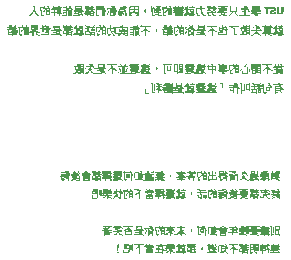
<source format=gbr>
%TF.GenerationSoftware,KiCad,Pcbnew,8.0.8*%
%TF.CreationDate,2025-03-16T01:19:43+08:00*%
%TF.ProjectId,TwoWayAudioSwitch-V1,54776f57-6179-4417-9564-696f53776974,rev?*%
%TF.SameCoordinates,Original*%
%TF.FileFunction,Legend,Bot*%
%TF.FilePolarity,Positive*%
%FSLAX46Y46*%
G04 Gerber Fmt 4.6, Leading zero omitted, Abs format (unit mm)*
G04 Created by KiCad (PCBNEW 8.0.8) date 2025-03-16 01:19:43*
%MOMM*%
%LPD*%
G01*
G04 APERTURE LIST*
%ADD10C,0.000000*%
G04 APERTURE END LIST*
D10*
%TO.C,G\u002A\u002A\u002A*%
G36*
X148717227Y-85652785D02*
G01*
X148718313Y-85654247D01*
X148712874Y-85688958D01*
X148683060Y-85745301D01*
X148632912Y-85821836D01*
X148722481Y-85803922D01*
X148750163Y-85799074D01*
X148798611Y-85800529D01*
X148812050Y-85826954D01*
X148810366Y-85837612D01*
X148778724Y-85860810D01*
X148701012Y-85867899D01*
X148681536Y-85868306D01*
X148615191Y-85878655D01*
X148589974Y-85899957D01*
X148599119Y-85921361D01*
X148639439Y-85973653D01*
X148701012Y-86037643D01*
X148709154Y-86045413D01*
X148778686Y-86115846D01*
X148806516Y-86155957D01*
X148794040Y-86169906D01*
X148742651Y-86161855D01*
X148725235Y-86157668D01*
X148695401Y-86156311D01*
X148679945Y-86176634D01*
X148674138Y-86229917D01*
X148673253Y-86327439D01*
X148672215Y-86406455D01*
X148666139Y-86470636D01*
X148652021Y-86498645D01*
X148626938Y-86501465D01*
X148604975Y-86490573D01*
X148590626Y-86458099D01*
X148584919Y-86393152D01*
X148585679Y-86284293D01*
X148586161Y-86263429D01*
X148586884Y-86167785D01*
X148582647Y-86118162D01*
X148571775Y-86106484D01*
X148552594Y-86124675D01*
X148523756Y-86153496D01*
X148482815Y-86173255D01*
X148462113Y-86164385D01*
X148451653Y-86125502D01*
X148465133Y-86075809D01*
X148499755Y-86037703D01*
X148502473Y-86036171D01*
X148531191Y-86014253D01*
X148530285Y-85984736D01*
X148499755Y-85927943D01*
X148487602Y-85906731D01*
X148456038Y-85834740D01*
X148462302Y-85796113D01*
X148506695Y-85784621D01*
X148539033Y-85776958D01*
X148562214Y-85742386D01*
X148580165Y-85708355D01*
X148626978Y-85671953D01*
X148680207Y-85649070D01*
X148717227Y-85652785D01*
G37*
G36*
X148423416Y-86036202D02*
G01*
X148423234Y-86091546D01*
X148422607Y-86117735D01*
X148420594Y-86201748D01*
X148413725Y-86269130D01*
X148401247Y-86302847D01*
X148381777Y-86312052D01*
X148362622Y-86308920D01*
X148340138Y-86284293D01*
X148329727Y-86268158D01*
X148284619Y-86256533D01*
X148280630Y-86256581D01*
X148247816Y-86266473D01*
X148232732Y-86303387D01*
X148229100Y-86381451D01*
X148227406Y-86434434D01*
X148214905Y-86490021D01*
X148187460Y-86506369D01*
X148169373Y-86500971D01*
X148151166Y-86462984D01*
X148145821Y-86380193D01*
X148145821Y-86254017D01*
X148050860Y-86271832D01*
X147955900Y-86289647D01*
X147948723Y-86117735D01*
X148062542Y-86117735D01*
X148070271Y-86150112D01*
X148104182Y-86173255D01*
X148128464Y-86162950D01*
X148145821Y-86117735D01*
X148229100Y-86117735D01*
X148238224Y-86153626D01*
X148284619Y-86173255D01*
X148320509Y-86164130D01*
X148340138Y-86117735D01*
X148331013Y-86081845D01*
X148284619Y-86062216D01*
X148248729Y-86071341D01*
X148229100Y-86117735D01*
X148145821Y-86117735D01*
X148138092Y-86085359D01*
X148104182Y-86062216D01*
X148079899Y-86072521D01*
X148062542Y-86117735D01*
X147948723Y-86117735D01*
X147946227Y-86057953D01*
X147945046Y-86022850D01*
X147945078Y-85923418D01*
X148062542Y-85923418D01*
X148070271Y-85955795D01*
X148104182Y-85978938D01*
X148128464Y-85968633D01*
X148145821Y-85923418D01*
X148229100Y-85923418D01*
X148238224Y-85959309D01*
X148284619Y-85978938D01*
X148320509Y-85969813D01*
X148340138Y-85923418D01*
X148331013Y-85887528D01*
X148284619Y-85867899D01*
X148248729Y-85877024D01*
X148229100Y-85923418D01*
X148145821Y-85923418D01*
X148138092Y-85891042D01*
X148104182Y-85867899D01*
X148079899Y-85878204D01*
X148062542Y-85923418D01*
X147945078Y-85923418D01*
X147945080Y-85916440D01*
X147950448Y-85834598D01*
X147960330Y-85792739D01*
X147994011Y-85773910D01*
X148064963Y-85775389D01*
X148095895Y-85778614D01*
X148138836Y-85768634D01*
X148148059Y-85746255D01*
X148113146Y-85722837D01*
X148099668Y-85715268D01*
X148096680Y-85687320D01*
X148126149Y-85658855D01*
X148175219Y-85645823D01*
X148175745Y-85645824D01*
X148217152Y-85662323D01*
X148229100Y-85718854D01*
X148229104Y-85721740D01*
X148234580Y-85768023D01*
X148261509Y-85782933D01*
X148326258Y-85776118D01*
X148423416Y-85760352D01*
X148423416Y-85923418D01*
X148423416Y-86036202D01*
G37*
G36*
X147485188Y-85826923D02*
G01*
X147482604Y-85932140D01*
X147488105Y-86033593D01*
X147490186Y-86048336D01*
X147500070Y-86118348D01*
X147516873Y-86173472D01*
X147536892Y-86186033D01*
X147539691Y-86183506D01*
X147553065Y-86140730D01*
X147560514Y-86063631D01*
X147560539Y-86062216D01*
X147646149Y-86062216D01*
X147647806Y-86098431D01*
X147665950Y-86136532D01*
X147715548Y-86145495D01*
X147745726Y-86143506D01*
X147777477Y-86121733D01*
X147784947Y-86062216D01*
X147783289Y-86026002D01*
X147765145Y-85987901D01*
X147715548Y-85978938D01*
X147685369Y-85980926D01*
X147653618Y-86002699D01*
X147646149Y-86062216D01*
X147560539Y-86062216D01*
X147562174Y-85970104D01*
X147558179Y-85878044D01*
X147555034Y-85854020D01*
X147646149Y-85854020D01*
X147646442Y-85866809D01*
X147662721Y-85911953D01*
X147715548Y-85923418D01*
X147728337Y-85923125D01*
X147773481Y-85906846D01*
X147784947Y-85854020D01*
X147784653Y-85841230D01*
X147768374Y-85796086D01*
X147715548Y-85784621D01*
X147702758Y-85784914D01*
X147657614Y-85801193D01*
X147646149Y-85854020D01*
X147555034Y-85854020D01*
X147548663Y-85805347D01*
X147533763Y-85769908D01*
X147528764Y-85766561D01*
X147513881Y-85736834D01*
X147540742Y-85710198D01*
X147597171Y-85693445D01*
X147670992Y-85693368D01*
X147679831Y-85694417D01*
X147769156Y-85692957D01*
X147840673Y-85673471D01*
X147869673Y-85658785D01*
X147893334Y-85655584D01*
X147886314Y-85686503D01*
X147882222Y-85703960D01*
X147875040Y-85773254D01*
X147871114Y-85854020D01*
X147870077Y-85875361D01*
X147868225Y-85995088D01*
X147868148Y-86030090D01*
X147867482Y-86062216D01*
X147865803Y-86143164D01*
X147859085Y-86212371D01*
X147846509Y-86247049D01*
X147826586Y-86256533D01*
X147807431Y-86253401D01*
X147784947Y-86228774D01*
X147767716Y-86210517D01*
X147715548Y-86201014D01*
X147669884Y-86208718D01*
X147646149Y-86232011D01*
X147635222Y-86247794D01*
X147591111Y-86248616D01*
X147578637Y-86245583D01*
X147550384Y-86248072D01*
X147563176Y-86284865D01*
X147601001Y-86334786D01*
X147659853Y-86390233D01*
X147661368Y-86391433D01*
X147709488Y-86438518D01*
X147729427Y-86475665D01*
X147728140Y-86488579D01*
X147704320Y-86504469D01*
X147649536Y-86476995D01*
X147562586Y-86405651D01*
X147521777Y-86365425D01*
X147464219Y-86295001D01*
X147434578Y-86239094D01*
X147433300Y-86234184D01*
X147414046Y-86195031D01*
X147373412Y-86177373D01*
X147294469Y-86173255D01*
X147170885Y-86173255D01*
X147179500Y-86277353D01*
X147180110Y-86284560D01*
X147190229Y-86348577D01*
X147213958Y-86372986D01*
X147264455Y-86372525D01*
X147285328Y-86371291D01*
X147332232Y-86384201D01*
X147336407Y-86412779D01*
X147292214Y-86442757D01*
X147265275Y-86455189D01*
X147227536Y-86484465D01*
X147226660Y-86485680D01*
X147190142Y-86496433D01*
X147142381Y-86477133D01*
X147109021Y-86437864D01*
X147108545Y-86436433D01*
X147102700Y-86391821D01*
X147096979Y-86304643D01*
X147092017Y-86186844D01*
X147088449Y-86050371D01*
X147088413Y-86048336D01*
X147174236Y-86048336D01*
X147174276Y-86054380D01*
X147181937Y-86096081D01*
X147213734Y-86113947D01*
X147285274Y-86117735D01*
X147294944Y-86117711D01*
X147361665Y-86112922D01*
X147390252Y-86093049D01*
X147396313Y-86048336D01*
X147396273Y-86042293D01*
X147388611Y-86000592D01*
X147356814Y-85982725D01*
X147285274Y-85978938D01*
X147275604Y-85978962D01*
X147208884Y-85983751D01*
X147180297Y-86003624D01*
X147174236Y-86048336D01*
X147088413Y-86048336D01*
X147088108Y-86031176D01*
X147087398Y-85874695D01*
X147089336Y-85826260D01*
X147174236Y-85826260D01*
X147174276Y-85832304D01*
X147181937Y-85874004D01*
X147213734Y-85891871D01*
X147285274Y-85895659D01*
X147294944Y-85895634D01*
X147361665Y-85890846D01*
X147390252Y-85870973D01*
X147396313Y-85826260D01*
X147396273Y-85820216D01*
X147388611Y-85778516D01*
X147356814Y-85760649D01*
X147285274Y-85756861D01*
X147275604Y-85756886D01*
X147208884Y-85761674D01*
X147180297Y-85781547D01*
X147174236Y-85826260D01*
X147089336Y-85826260D01*
X147091743Y-85766108D01*
X147101653Y-85698670D01*
X147117641Y-85665637D01*
X147146953Y-85646094D01*
X147166140Y-85666643D01*
X147192462Y-85685418D01*
X147255261Y-85698169D01*
X147331776Y-85700821D01*
X147400007Y-85692813D01*
X147437952Y-85673582D01*
X147458602Y-85648266D01*
X147481385Y-85651769D01*
X147491771Y-85702415D01*
X147487880Y-85795610D01*
X147485245Y-85826260D01*
X147485188Y-85826923D01*
G37*
G36*
X146839811Y-85883822D02*
G01*
X146868289Y-85911341D01*
X146937409Y-85923418D01*
X146971976Y-85925515D01*
X147017057Y-85942829D01*
X147017614Y-85969580D01*
X146977658Y-85995946D01*
X146901199Y-86012103D01*
X146799482Y-86020577D01*
X146917460Y-86083600D01*
X146940099Y-86096298D01*
X147002887Y-86140469D01*
X147033432Y-86176523D01*
X147030178Y-86187134D01*
X147027266Y-86196632D01*
X146979919Y-86192971D01*
X146958464Y-86188957D01*
X146936108Y-86198709D01*
X146926469Y-86239644D01*
X146924400Y-86323904D01*
X146924348Y-86325932D01*
X146922979Y-86378951D01*
X146915710Y-86452257D01*
X146904342Y-86489414D01*
X146887066Y-86493050D01*
X146852703Y-86466281D01*
X146839428Y-86453769D01*
X146787276Y-86432141D01*
X146723512Y-86423376D01*
X146669550Y-86429077D01*
X146646804Y-86450850D01*
X146642929Y-86462839D01*
X146607534Y-86478610D01*
X146604718Y-86478447D01*
X146582224Y-86458178D01*
X146567317Y-86398430D01*
X146560938Y-86325932D01*
X146646804Y-86325932D01*
X146646980Y-86329724D01*
X146672103Y-86358542D01*
X146743963Y-86367571D01*
X146752812Y-86367496D01*
X146820053Y-86356729D01*
X146841121Y-86325932D01*
X146840946Y-86322140D01*
X146815823Y-86293322D01*
X146743963Y-86284293D01*
X146735114Y-86284368D01*
X146667873Y-86295135D01*
X146646804Y-86325932D01*
X146560938Y-86325932D01*
X146557885Y-86291233D01*
X146555859Y-86247528D01*
X146556831Y-86187134D01*
X146646804Y-86187134D01*
X146646980Y-86190927D01*
X146672103Y-86219744D01*
X146743963Y-86228774D01*
X146752812Y-86228698D01*
X146820053Y-86217931D01*
X146841121Y-86187134D01*
X146840946Y-86183342D01*
X146815823Y-86154524D01*
X146743963Y-86145495D01*
X146735114Y-86145570D01*
X146667873Y-86156337D01*
X146646804Y-86187134D01*
X146556831Y-86187134D01*
X146557616Y-86138401D01*
X146574687Y-86074325D01*
X146610379Y-86048131D01*
X146668001Y-86052653D01*
X146669393Y-86053001D01*
X146717171Y-86058473D01*
X146718705Y-86038505D01*
X146716714Y-86035829D01*
X146673496Y-86015168D01*
X146603527Y-86006697D01*
X146508007Y-86006697D01*
X146508007Y-86256533D01*
X146507985Y-86274689D01*
X146505909Y-86390281D01*
X146499335Y-86461100D01*
X146486682Y-86496633D01*
X146466367Y-86506369D01*
X146461653Y-86505956D01*
X146445965Y-86493605D01*
X146435327Y-86458076D01*
X146428840Y-86391288D01*
X146425606Y-86285161D01*
X146424728Y-86131615D01*
X146424728Y-86124300D01*
X146424241Y-85975837D01*
X146421964Y-85873844D01*
X146421005Y-85862347D01*
X146508007Y-85862347D01*
X146509823Y-85896417D01*
X146523682Y-85921731D01*
X146551141Y-85893240D01*
X146554464Y-85881779D01*
X146692285Y-85881779D01*
X146702707Y-85901327D01*
X146733053Y-85923418D01*
X146744431Y-85918743D01*
X146757843Y-85881779D01*
X146753117Y-85862380D01*
X146717075Y-85840140D01*
X146696550Y-85845967D01*
X146693019Y-85875620D01*
X146692285Y-85881779D01*
X146554464Y-85881779D01*
X146556249Y-85875620D01*
X146538899Y-85832169D01*
X146538255Y-85831529D01*
X146514808Y-85822074D01*
X146508007Y-85862347D01*
X146421005Y-85862347D01*
X146416608Y-85809636D01*
X146406889Y-85774526D01*
X146391518Y-85759830D01*
X146369209Y-85756861D01*
X146367849Y-85756860D01*
X146331397Y-85758057D01*
X146317820Y-85770900D01*
X146325301Y-85809078D01*
X146352020Y-85886281D01*
X146360417Y-85910539D01*
X146375752Y-85973366D01*
X146365008Y-86018363D01*
X146324261Y-86071756D01*
X146276271Y-86143404D01*
X146257106Y-86214360D01*
X146274262Y-86264980D01*
X146327569Y-86284293D01*
X146343359Y-86284720D01*
X146389924Y-86298135D01*
X146384993Y-86327074D01*
X146328516Y-86367065D01*
X146291087Y-86382416D01*
X146228269Y-86377292D01*
X146188670Y-86323718D01*
X146174892Y-86224113D01*
X146190629Y-86124367D01*
X146245361Y-86044743D01*
X146315830Y-85974274D01*
X146245161Y-85847833D01*
X146206620Y-85771639D01*
X146193208Y-85718109D01*
X146206827Y-85682431D01*
X146231215Y-85661894D01*
X146268098Y-85672406D01*
X146313905Y-85695967D01*
X146386845Y-85696766D01*
X146448092Y-85666875D01*
X146471772Y-85649629D01*
X146502223Y-85661959D01*
X146525291Y-85684820D01*
X146600580Y-85721915D01*
X146702047Y-85745469D01*
X146703863Y-85745703D01*
X146744889Y-85746364D01*
X146733190Y-85731022D01*
X146729704Y-85728732D01*
X146709971Y-85693477D01*
X146732577Y-85660438D01*
X146787241Y-85645823D01*
X146821302Y-85654739D01*
X146841121Y-85701342D01*
X146842292Y-85717815D01*
X146864727Y-85748651D01*
X146926713Y-85756861D01*
X146978207Y-85764319D01*
X147001559Y-85788192D01*
X146979965Y-85816101D01*
X146915319Y-85835044D01*
X146855241Y-85853937D01*
X146840866Y-85881779D01*
X146839811Y-85883822D01*
G37*
G36*
X145411458Y-85673507D02*
G01*
X145440433Y-85684011D01*
X145516910Y-85693166D01*
X145631186Y-85699180D01*
X145774017Y-85701342D01*
X145774706Y-85701342D01*
X145921097Y-85702340D01*
X146020392Y-85705995D01*
X146080959Y-85713314D01*
X146111164Y-85725306D01*
X146119373Y-85742981D01*
X146116540Y-85756017D01*
X146091056Y-85773367D01*
X146030631Y-85782172D01*
X145925056Y-85784621D01*
X145917306Y-85784640D01*
X145823017Y-85788198D01*
X145756148Y-85796716D01*
X145730739Y-85808472D01*
X145736075Y-85825838D01*
X145772984Y-85879910D01*
X145834729Y-85950024D01*
X145909126Y-86023722D01*
X145983992Y-86088544D01*
X146047144Y-86132032D01*
X146079675Y-86150534D01*
X146134951Y-86192057D01*
X146141771Y-86219094D01*
X146098553Y-86228670D01*
X146095064Y-86228574D01*
X146035438Y-86210651D01*
X145945728Y-86159839D01*
X145820957Y-86073351D01*
X145758498Y-86027685D01*
X145758498Y-86248521D01*
X145758354Y-86275849D01*
X145755080Y-86377666D01*
X145748377Y-86453441D01*
X145739414Y-86488441D01*
X145735345Y-86492337D01*
X145702295Y-86504822D01*
X145681076Y-86469278D01*
X145671076Y-86383510D01*
X145671683Y-86245324D01*
X145674667Y-86145188D01*
X145674265Y-86068477D01*
X145667773Y-86029947D01*
X145653330Y-86020189D01*
X145629075Y-86029788D01*
X145617750Y-86036700D01*
X145560409Y-86082002D01*
X145496529Y-86143106D01*
X145461881Y-86176937D01*
X145398199Y-86220817D01*
X145356844Y-86220325D01*
X145342105Y-86174588D01*
X145342435Y-86170831D01*
X145368513Y-86126570D01*
X145424933Y-86069418D01*
X145495683Y-86012433D01*
X145564751Y-85968668D01*
X145616124Y-85951178D01*
X145645341Y-85942850D01*
X145662733Y-85902280D01*
X145641723Y-85841269D01*
X145635637Y-85832219D01*
X145601152Y-85802685D01*
X145543420Y-85788364D01*
X145446466Y-85784621D01*
X145443872Y-85784619D01*
X145349828Y-85780857D01*
X145300731Y-85768150D01*
X145286586Y-85743958D01*
X145295041Y-85716399D01*
X145331852Y-85679601D01*
X145378016Y-85661152D01*
X145411458Y-85673507D01*
G37*
G36*
X145226486Y-86004252D02*
G01*
X145237535Y-86071337D01*
X145221523Y-86089976D01*
X145206773Y-86107145D01*
X145131595Y-86117735D01*
X145120815Y-86117924D01*
X145061106Y-86127430D01*
X145036750Y-86146874D01*
X145039853Y-86167861D01*
X145068814Y-86237447D01*
X145117503Y-86315303D01*
X145172706Y-86378879D01*
X145212024Y-86424268D01*
X145231067Y-86469032D01*
X145229152Y-86484123D01*
X145208753Y-86506369D01*
X145187277Y-86495485D01*
X145138528Y-86453108D01*
X145079974Y-86392369D01*
X145025556Y-86327982D01*
X144989216Y-86274661D01*
X144984548Y-86266153D01*
X144965097Y-86246119D01*
X144941588Y-86263114D01*
X144903218Y-86323240D01*
X144888653Y-86346576D01*
X144846363Y-86401243D01*
X144815610Y-86423091D01*
X144809907Y-86422678D01*
X144786606Y-86397896D01*
X144792407Y-86344763D01*
X144823391Y-86277237D01*
X144875638Y-86209276D01*
X144964362Y-86117735D01*
X144861758Y-86117735D01*
X144759154Y-86117735D01*
X144759154Y-86284293D01*
X144759072Y-86304361D01*
X144754674Y-86392714D01*
X144741693Y-86438059D01*
X144717515Y-86450850D01*
X144698360Y-86447718D01*
X144675875Y-86423091D01*
X144668409Y-86413904D01*
X144620888Y-86400574D01*
X144544018Y-86395338D01*
X144412160Y-86395345D01*
X144416182Y-86092052D01*
X144416452Y-86073185D01*
X144420872Y-85919834D01*
X144427402Y-85840140D01*
X144509318Y-85840140D01*
X144509318Y-86089976D01*
X144509318Y-86339812D01*
X144592597Y-86339812D01*
X144675875Y-86339812D01*
X144675875Y-86089976D01*
X144675875Y-85949812D01*
X144759279Y-85949812D01*
X144763678Y-85990353D01*
X144790556Y-86016544D01*
X144856437Y-86025543D01*
X144912763Y-86025430D01*
X144945976Y-86009262D01*
X144953471Y-85966121D01*
X144953356Y-85965058D01*
X145036750Y-85965058D01*
X145036990Y-85966121D01*
X145048733Y-86018192D01*
X145092269Y-86034457D01*
X145132512Y-86028563D01*
X145142910Y-86000763D01*
X145109145Y-85944238D01*
X145069565Y-85902769D01*
X145044639Y-85907627D01*
X145036750Y-85965058D01*
X144953356Y-85965058D01*
X144950124Y-85935260D01*
X144923219Y-85904980D01*
X144856313Y-85890390D01*
X144792640Y-85886758D01*
X144764833Y-85903115D01*
X144759279Y-85949812D01*
X144675875Y-85949812D01*
X144675875Y-85840140D01*
X144592597Y-85840140D01*
X144509318Y-85840140D01*
X144427402Y-85840140D01*
X144429351Y-85816346D01*
X144442999Y-85757659D01*
X144462926Y-85738712D01*
X144490244Y-85754442D01*
X144490451Y-85754648D01*
X144538845Y-85776114D01*
X144609722Y-85783818D01*
X144677729Y-85777491D01*
X144717515Y-85756861D01*
X144749284Y-85728270D01*
X144773087Y-85742050D01*
X144771215Y-85791561D01*
X144760545Y-85829593D01*
X144768493Y-85836824D01*
X144808228Y-85803632D01*
X144850667Y-85775097D01*
X144882955Y-85782812D01*
X144911263Y-85801485D01*
X144964096Y-85811543D01*
X145014366Y-85808177D01*
X145036750Y-85790173D01*
X145033589Y-85777254D01*
X145005857Y-85737072D01*
X144993635Y-85719202D01*
X144993616Y-85676001D01*
X145001731Y-85664672D01*
X145042636Y-85646006D01*
X145085278Y-85675967D01*
X145121632Y-85749921D01*
X145122771Y-85753413D01*
X145160377Y-85854180D01*
X145203210Y-85951178D01*
X145224956Y-86000763D01*
X145226486Y-86004252D01*
G37*
G36*
X142427354Y-85813249D02*
G01*
X142443495Y-85855771D01*
X142499063Y-85867899D01*
X142532491Y-85872125D01*
X142559212Y-85895376D01*
X142543493Y-85925313D01*
X142487636Y-85946169D01*
X142442696Y-85965245D01*
X142424182Y-86005353D01*
X142430614Y-86018307D01*
X142443649Y-86044559D01*
X142499063Y-86062216D01*
X142531261Y-86066141D01*
X142559048Y-86089258D01*
X142544265Y-86119345D01*
X142488989Y-86140308D01*
X142463574Y-86145663D01*
X142443494Y-86167706D01*
X142457156Y-86220273D01*
X142457485Y-86221133D01*
X142493625Y-86295079D01*
X142542109Y-86372795D01*
X142550202Y-86384612D01*
X142579391Y-86440210D01*
X142581725Y-86472286D01*
X142559585Y-86480870D01*
X142512698Y-86456135D01*
X142457192Y-86390013D01*
X142399591Y-86289068D01*
X142398833Y-86287511D01*
X142351481Y-86201836D01*
X142310152Y-86158241D01*
X142264644Y-86145902D01*
X142256894Y-86145906D01*
X142219467Y-86152503D01*
X142209018Y-86181781D01*
X142218585Y-86249382D01*
X142233351Y-86320220D01*
X142253309Y-86370571D01*
X142283944Y-86385959D01*
X142335513Y-86377635D01*
X142344289Y-86375626D01*
X142389166Y-86376847D01*
X142395229Y-86399666D01*
X142366416Y-86432384D01*
X142306668Y-86463302D01*
X142263914Y-86474762D01*
X142214003Y-86470174D01*
X142177869Y-86434325D01*
X142152626Y-86361164D01*
X142135386Y-86244635D01*
X142123263Y-86078685D01*
X142118543Y-86006697D01*
X142205274Y-86006697D01*
X142205286Y-86008462D01*
X142221754Y-86050325D01*
X142277643Y-86062216D01*
X142287779Y-86062076D01*
X142332219Y-86051294D01*
X142333162Y-86018307D01*
X142324948Y-85995418D01*
X142316313Y-85962787D01*
X142305978Y-85956062D01*
X142260794Y-85951178D01*
X142224903Y-85960302D01*
X142205274Y-86006697D01*
X142118543Y-86006697D01*
X142115523Y-85960636D01*
X142105588Y-85851218D01*
X142100474Y-85812380D01*
X142205274Y-85812380D01*
X142214399Y-85848270D01*
X142260794Y-85867899D01*
X142296684Y-85858775D01*
X142316313Y-85812380D01*
X142307188Y-85776490D01*
X142260794Y-85756861D01*
X142224903Y-85765985D01*
X142205274Y-85812380D01*
X142100474Y-85812380D01*
X142095362Y-85773558D01*
X142086142Y-85739514D01*
X142083262Y-85740871D01*
X142076647Y-85779222D01*
X142071320Y-85860195D01*
X142067768Y-85974566D01*
X142067488Y-86004662D01*
X142066477Y-86113109D01*
X142066364Y-86180998D01*
X142064785Y-86319234D01*
X142060681Y-86412975D01*
X142053213Y-86470136D01*
X142041545Y-86498630D01*
X142024837Y-86506369D01*
X142022807Y-86506320D01*
X141992709Y-86482522D01*
X141983198Y-86411622D01*
X141983179Y-86398530D01*
X141978877Y-86343329D01*
X141956769Y-86330190D01*
X141902145Y-86347469D01*
X141891373Y-86351402D01*
X141825564Y-86363676D01*
X141777227Y-86341659D01*
X141743662Y-86286460D01*
X141733855Y-86199353D01*
X141734489Y-86195810D01*
X141822111Y-86195810D01*
X141832052Y-86240178D01*
X141866328Y-86271591D01*
X141934619Y-86264985D01*
X141944283Y-86261690D01*
X141964340Y-86242735D01*
X141976164Y-86200800D01*
X141981776Y-86125053D01*
X141983198Y-86004662D01*
X141982633Y-85902883D01*
X141979083Y-85823033D01*
X141970072Y-85779175D01*
X141953136Y-85760666D01*
X141925808Y-85756861D01*
X141913517Y-85757203D01*
X141881924Y-85771871D01*
X141887527Y-85819320D01*
X141902602Y-85862887D01*
X141928517Y-85922405D01*
X141928034Y-85971349D01*
X141882050Y-86044260D01*
X141837106Y-86115618D01*
X141822111Y-86195810D01*
X141734489Y-86195810D01*
X141750922Y-86103943D01*
X141793809Y-86020617D01*
X141854255Y-85943772D01*
X141790976Y-85824489D01*
X141770798Y-85783652D01*
X141745503Y-85718211D01*
X141741768Y-85682455D01*
X141743142Y-85680959D01*
X141781741Y-85670786D01*
X141858933Y-85664518D01*
X141959737Y-85663461D01*
X142067846Y-85665401D01*
X142224376Y-85668094D01*
X142364892Y-85670401D01*
X142431037Y-85672143D01*
X142512728Y-85679044D01*
X142554451Y-85692665D01*
X142566149Y-85715222D01*
X142552566Y-85742382D01*
X142496750Y-85756861D01*
X142443616Y-85768844D01*
X142427351Y-85812380D01*
X142427354Y-85813249D01*
G37*
G36*
X141150411Y-85888570D02*
G01*
X141389733Y-85883652D01*
X141629055Y-85878734D01*
X141618783Y-86006697D01*
X141615367Y-86049259D01*
X141614863Y-86055728D01*
X141614697Y-86145495D01*
X141614603Y-86196148D01*
X141638777Y-86286737D01*
X141644815Y-86297936D01*
X141660016Y-86336293D01*
X141673072Y-86369238D01*
X141670148Y-86410255D01*
X141636203Y-86413052D01*
X141614912Y-86408688D01*
X141594564Y-86423962D01*
X141589873Y-86436323D01*
X141552925Y-86450850D01*
X141533769Y-86453982D01*
X141511285Y-86478610D01*
X141505321Y-86497140D01*
X141474856Y-86504037D01*
X141441053Y-86477262D01*
X141427838Y-86464289D01*
X141389365Y-86476122D01*
X141378122Y-86482567D01*
X141323746Y-86479015D01*
X141257066Y-86442861D01*
X141205956Y-86395989D01*
X141331255Y-86395989D01*
X141338601Y-86406660D01*
X141369306Y-86423456D01*
X141391275Y-86392202D01*
X141399029Y-86319984D01*
X141483526Y-86319984D01*
X141493205Y-86375610D01*
X141520079Y-86394940D01*
X141554571Y-86364908D01*
X141556485Y-86336293D01*
X141528450Y-86289560D01*
X141503424Y-86266694D01*
X141486743Y-86269187D01*
X141483589Y-86318992D01*
X141483526Y-86319984D01*
X141399029Y-86319984D01*
X141399136Y-86318992D01*
X141398024Y-86214894D01*
X141356265Y-86291891D01*
X141355429Y-86293444D01*
X141331528Y-86354921D01*
X141331255Y-86395989D01*
X141205956Y-86395989D01*
X141193108Y-86384206D01*
X141146902Y-86313152D01*
X141108772Y-86225984D01*
X141094892Y-86345357D01*
X141089528Y-86387628D01*
X141074455Y-86441479D01*
X141040928Y-86464611D01*
X140973256Y-86473564D01*
X140917710Y-86476106D01*
X140857072Y-86463173D01*
X140833875Y-86418988D01*
X140837842Y-86332872D01*
X140848122Y-86276121D01*
X140867892Y-86234446D01*
X140889769Y-86246092D01*
X140910291Y-86312052D01*
X140932027Y-86369547D01*
X140972930Y-86395331D01*
X140974805Y-86395310D01*
X140997307Y-86387440D01*
X141008772Y-86357745D01*
X141010961Y-86295092D01*
X141005631Y-86188352D01*
X141000750Y-86090758D01*
X141002633Y-86020795D01*
X141012142Y-85990379D01*
X141151733Y-85990379D01*
X141161213Y-86063106D01*
X141164834Y-86083576D01*
X141187926Y-86175796D01*
X141215421Y-86247734D01*
X141250948Y-86315540D01*
X141283363Y-86244397D01*
X141316688Y-86196074D01*
X141358013Y-86173255D01*
X141377722Y-86170026D01*
X141400247Y-86145495D01*
X141483526Y-86145495D01*
X141484332Y-86152130D01*
X141511285Y-86173255D01*
X141517921Y-86172448D01*
X141539045Y-86145495D01*
X141538238Y-86138860D01*
X141511285Y-86117735D01*
X141504650Y-86118542D01*
X141483526Y-86145495D01*
X141400247Y-86145495D01*
X141383905Y-86127457D01*
X141332562Y-86117735D01*
X141307942Y-86116509D01*
X141274538Y-86097256D01*
X141270103Y-86041425D01*
X141270864Y-86022195D01*
X141266585Y-86006697D01*
X141372488Y-86006697D01*
X141373347Y-86021029D01*
X141394809Y-86053492D01*
X141455766Y-86062216D01*
X141477264Y-86061644D01*
X141525958Y-86047335D01*
X141539045Y-86006697D01*
X141538186Y-85992366D01*
X141516724Y-85959903D01*
X141455766Y-85951178D01*
X141434269Y-85951751D01*
X141385575Y-85966059D01*
X141372488Y-86006697D01*
X141266585Y-86006697D01*
X141257645Y-85974315D01*
X141208931Y-85955699D01*
X141188105Y-85953173D01*
X141158643Y-85958356D01*
X141151733Y-85990379D01*
X141012142Y-85990379D01*
X141014061Y-85984241D01*
X141036680Y-85969495D01*
X141043664Y-85964855D01*
X141015913Y-85958316D01*
X140949154Y-85954398D01*
X140898857Y-85951311D01*
X140834092Y-85935853D01*
X140818790Y-85910015D01*
X140855841Y-85876219D01*
X140862096Y-85870401D01*
X140970649Y-85870401D01*
X140974899Y-85891860D01*
X141010900Y-85895659D01*
X141026138Y-85894724D01*
X141058503Y-85873218D01*
X141067132Y-85812380D01*
X141067132Y-85811488D01*
X141063218Y-85753271D01*
X141053965Y-85729102D01*
X141052561Y-85729458D01*
X141030261Y-85756190D01*
X140997733Y-85812380D01*
X140995764Y-85816194D01*
X140970649Y-85870401D01*
X140862096Y-85870401D01*
X140878379Y-85855255D01*
X140904583Y-85798500D01*
X140924323Y-85758252D01*
X140977076Y-85715579D01*
X141017056Y-85693025D01*
X141039373Y-85667000D01*
X141049745Y-85654712D01*
X141094892Y-85645823D01*
X141096142Y-85645827D01*
X141130636Y-85654786D01*
X141146553Y-85690493D01*
X141150411Y-85767196D01*
X141150411Y-85811488D01*
X141150411Y-85888570D01*
G37*
G36*
X140783657Y-85870725D02*
G01*
X140784526Y-85873257D01*
X140786430Y-85929553D01*
X140761542Y-85951178D01*
X140752879Y-85960431D01*
X140750539Y-85962930D01*
X140767787Y-86006004D01*
X140781047Y-86032683D01*
X140781094Y-86084261D01*
X140743064Y-86106683D01*
X140677967Y-86089692D01*
X140621668Y-86070958D01*
X140547989Y-86087473D01*
X140496308Y-86104012D01*
X140454342Y-86102570D01*
X140445368Y-86098887D01*
X140428662Y-86116097D01*
X140445823Y-86129741D01*
X140509571Y-86141301D01*
X140611413Y-86145495D01*
X140613852Y-86145498D01*
X140717971Y-86152133D01*
X140775622Y-86168406D01*
X140784722Y-86189689D01*
X140743185Y-86211354D01*
X140648927Y-86228774D01*
X140526509Y-86242653D01*
X140604793Y-86303968D01*
X140609075Y-86307287D01*
X140678054Y-86353618D01*
X140736307Y-86382178D01*
X140753485Y-86390605D01*
X140783276Y-86424924D01*
X140790965Y-86461545D01*
X140769115Y-86478610D01*
X140745664Y-86471231D01*
X140684283Y-86444392D01*
X140602558Y-86404672D01*
X140546053Y-86373687D01*
X140476165Y-86320887D01*
X140457412Y-86278086D01*
X140491121Y-86247158D01*
X140503547Y-86238075D01*
X140477242Y-86230965D01*
X140472194Y-86230880D01*
X140445016Y-86242210D01*
X140432003Y-86283565D01*
X140428662Y-86367571D01*
X140428425Y-86399675D01*
X140423052Y-86468044D01*
X140406444Y-86499062D01*
X140373143Y-86506369D01*
X140361006Y-86505847D01*
X140333221Y-86492733D01*
X140320603Y-86451626D01*
X140317624Y-86368840D01*
X140317624Y-86231310D01*
X140130247Y-86223102D01*
X140045013Y-86221548D01*
X139957178Y-86229766D01*
X139914180Y-86251375D01*
X139899569Y-86265348D01*
X139865764Y-86265461D01*
X139810081Y-86228541D01*
X139734673Y-86169225D01*
X139734673Y-86217207D01*
X139734673Y-86337797D01*
X139732084Y-86412205D01*
X139719086Y-86484808D01*
X139696362Y-86507864D01*
X139665274Y-86478610D01*
X139645371Y-86469825D01*
X139577920Y-86459915D01*
X139473946Y-86453274D01*
X139344401Y-86450850D01*
X139328593Y-86450830D01*
X139183188Y-86447682D01*
X139090191Y-86438539D01*
X139046955Y-86422484D01*
X139050835Y-86398602D01*
X139099184Y-86365976D01*
X139145180Y-86349159D01*
X139188014Y-86365000D01*
X139218451Y-86382959D01*
X139282192Y-86395331D01*
X139295379Y-86395013D01*
X139328530Y-86384384D01*
X139342914Y-86347748D01*
X139346039Y-86270413D01*
X139429318Y-86270413D01*
X139429882Y-86323550D01*
X139438062Y-86373498D01*
X139464989Y-86392390D01*
X139521850Y-86395331D01*
X139527346Y-86395299D01*
X139594793Y-86389527D01*
X139632888Y-86376825D01*
X139639278Y-86361167D01*
X139647090Y-86301519D01*
X139649203Y-86217207D01*
X139647170Y-86163966D01*
X139641135Y-86115360D01*
X139633010Y-86110796D01*
X139631380Y-86113898D01*
X139591970Y-86136314D01*
X139524163Y-86145495D01*
X139482858Y-86146262D01*
X139445467Y-86157307D01*
X139431444Y-86193655D01*
X139429318Y-86270413D01*
X139346039Y-86270413D01*
X139346039Y-86145495D01*
X139221121Y-86145495D01*
X139181978Y-86144569D01*
X139116551Y-86133072D01*
X139096203Y-86106826D01*
X139112338Y-86069077D01*
X139170687Y-86046540D01*
X139263064Y-86052561D01*
X139303841Y-86058928D01*
X139338191Y-86050125D01*
X139346039Y-86010167D01*
X139339763Y-85974547D01*
X139329834Y-85965058D01*
X139429318Y-85965058D01*
X139429323Y-85969705D01*
X139434347Y-86032422D01*
X139459797Y-86057598D01*
X139521850Y-86062216D01*
X139561328Y-86061449D01*
X139618606Y-86049978D01*
X139633396Y-86016263D01*
X139614531Y-85949570D01*
X139607692Y-85932740D01*
X139569202Y-85881614D01*
X139506511Y-85867899D01*
X139457536Y-85872824D01*
X139434165Y-85899644D01*
X139429318Y-85965058D01*
X139329834Y-85965058D01*
X139315310Y-85951178D01*
X139301780Y-85945190D01*
X139300559Y-85909539D01*
X139301488Y-85885769D01*
X139270157Y-85871684D01*
X139194129Y-85867899D01*
X139128668Y-85865158D01*
X139068295Y-85848966D01*
X139059511Y-85816921D01*
X139100914Y-85767511D01*
X139105457Y-85763529D01*
X139150314Y-85734921D01*
X139171971Y-85749921D01*
X139174661Y-85754056D01*
X139214167Y-85770056D01*
X139285365Y-85780577D01*
X139370920Y-85785186D01*
X139453494Y-85783445D01*
X139515751Y-85774920D01*
X139540356Y-85759174D01*
X139538488Y-85750089D01*
X139507682Y-85722837D01*
X139494981Y-85715874D01*
X139491048Y-85687932D01*
X139519615Y-85659094D01*
X139567824Y-85645823D01*
X139601403Y-85656206D01*
X139628644Y-85708282D01*
X139629841Y-85715707D01*
X139646031Y-85751473D01*
X139687509Y-85770102D01*
X139769373Y-85779202D01*
X139812458Y-85783047D01*
X139880032Y-85799470D01*
X139901231Y-85827781D01*
X139899944Y-85836799D01*
X139868573Y-85860530D01*
X139790192Y-85867899D01*
X139765334Y-85868499D01*
X139703791Y-85876716D01*
X139679154Y-85891494D01*
X139679239Y-85892532D01*
X139696093Y-85927590D01*
X139734864Y-85990179D01*
X139752436Y-86016263D01*
X139784949Y-86064524D01*
X139835746Y-86134849D01*
X139876655Y-86185379D01*
X139878582Y-86187176D01*
X139916257Y-86184804D01*
X139974070Y-86143739D01*
X139984239Y-86134602D01*
X140035627Y-86099999D01*
X140060030Y-86110796D01*
X140063471Y-86116579D01*
X140107129Y-86137372D01*
X140182778Y-86145495D01*
X140204520Y-86145082D01*
X140263725Y-86136135D01*
X140275705Y-86117283D01*
X140267974Y-86108545D01*
X140231211Y-86105793D01*
X140215779Y-86110475D01*
X140170670Y-86096375D01*
X140155887Y-86086096D01*
X140093499Y-86059854D01*
X140035190Y-86054116D01*
X140003190Y-86072103D01*
X139989551Y-86089188D01*
X139956534Y-86071022D01*
X139936594Y-86039469D01*
X139945115Y-85990971D01*
X139961119Y-85965058D01*
X140067788Y-85965058D01*
X140081668Y-85978938D01*
X140317624Y-85978938D01*
X140328035Y-85995072D01*
X140373143Y-86006697D01*
X140405412Y-86001492D01*
X140428662Y-85978938D01*
X140422109Y-85968781D01*
X140600130Y-85968781D01*
X140622979Y-85978938D01*
X140637675Y-85976934D01*
X140641486Y-85960431D01*
X140637417Y-85957109D01*
X140604473Y-85960431D01*
X140600130Y-85968781D01*
X140422109Y-85968781D01*
X140418252Y-85962803D01*
X140373143Y-85951178D01*
X140340874Y-85956383D01*
X140331932Y-85965058D01*
X140317624Y-85978938D01*
X140081668Y-85978938D01*
X140095548Y-85965058D01*
X140081668Y-85951178D01*
X140067788Y-85965058D01*
X139961119Y-85965058D01*
X139990660Y-85917225D01*
X139999022Y-85904688D01*
X140006714Y-85865562D01*
X139983564Y-85840140D01*
X140317624Y-85840140D01*
X140328035Y-85856274D01*
X140373143Y-85867899D01*
X140399640Y-85863625D01*
X140516277Y-85863625D01*
X140517247Y-85914306D01*
X140521516Y-85934303D01*
X140531078Y-85949154D01*
X140548114Y-85912505D01*
X140557608Y-85870725D01*
X140548897Y-85839868D01*
X140547952Y-85840140D01*
X140523367Y-85847220D01*
X140516277Y-85863625D01*
X140399640Y-85863625D01*
X140405412Y-85862694D01*
X140428662Y-85840140D01*
X140418252Y-85824005D01*
X140373143Y-85812380D01*
X140340874Y-85817586D01*
X140329326Y-85828788D01*
X140317624Y-85840140D01*
X139983564Y-85840140D01*
X139970017Y-85825263D01*
X139960937Y-85817772D01*
X139934242Y-85785110D01*
X139940833Y-85778252D01*
X140067788Y-85778252D01*
X140072650Y-85793295D01*
X140109427Y-85822419D01*
X140130053Y-85829063D01*
X140151067Y-85828788D01*
X140143902Y-85817469D01*
X140109427Y-85784621D01*
X140107434Y-85783387D01*
X140625367Y-85783387D01*
X140647294Y-85819783D01*
X140650950Y-85823369D01*
X140671286Y-85836674D01*
X140662834Y-85804243D01*
X140648990Y-85778337D01*
X140628340Y-85770006D01*
X140625367Y-85783387D01*
X140107434Y-85783387D01*
X140084294Y-85769057D01*
X140067788Y-85778252D01*
X139940833Y-85778252D01*
X139952962Y-85765633D01*
X139985513Y-85745179D01*
X140035470Y-85697978D01*
X140080130Y-85657771D01*
X140129016Y-85653042D01*
X140167941Y-85702654D01*
X140193300Y-85759485D01*
X140254301Y-85702654D01*
X140321554Y-85656940D01*
X140381162Y-85650289D01*
X140418563Y-85687303D01*
X140430436Y-85705853D01*
X140462434Y-85711506D01*
X140477636Y-85707512D01*
X140512061Y-85729295D01*
X140512796Y-85730464D01*
X140536382Y-85742983D01*
X140565453Y-85705092D01*
X140578076Y-85684270D01*
X140623508Y-85649659D01*
X140674280Y-85669688D01*
X140731276Y-85744568D01*
X140757715Y-85795158D01*
X140771967Y-85836674D01*
X140783657Y-85870725D01*
G37*
G36*
X137387873Y-85671774D02*
G01*
X137413656Y-85682687D01*
X137491522Y-85692804D01*
X137615808Y-85699146D01*
X137781576Y-85701342D01*
X137895496Y-85701897D01*
X138018684Y-85704972D01*
X138097166Y-85711283D01*
X138137324Y-85721436D01*
X138145539Y-85736041D01*
X138128650Y-85751083D01*
X138061161Y-85768815D01*
X137948909Y-85778949D01*
X137763744Y-85787157D01*
X137763744Y-86146763D01*
X137763743Y-86153485D01*
X137762675Y-86302087D01*
X137758992Y-86403590D01*
X137751779Y-86466080D01*
X137740123Y-86497645D01*
X137723110Y-86506369D01*
X137719752Y-86506157D01*
X137701026Y-86491545D01*
X137688301Y-86447706D01*
X137679996Y-86365880D01*
X137674531Y-86237308D01*
X137666586Y-85968246D01*
X137565763Y-86056871D01*
X137512712Y-86098656D01*
X137442952Y-86137218D01*
X137393742Y-86144179D01*
X137375110Y-86116410D01*
X137395425Y-86075126D01*
X137449717Y-86019499D01*
X137522424Y-85964314D01*
X137597946Y-85923104D01*
X137655009Y-85887047D01*
X137680466Y-85836772D01*
X137680314Y-85830756D01*
X137671734Y-85806300D01*
X137641780Y-85792357D01*
X137579081Y-85786080D01*
X137472269Y-85784621D01*
X137452791Y-85784518D01*
X137356990Y-85780670D01*
X137289562Y-85772376D01*
X137264072Y-85761163D01*
X137277156Y-85728699D01*
X137315287Y-85690621D01*
X137358896Y-85666806D01*
X137387873Y-85671774D01*
G37*
G36*
X149372122Y-85874294D02*
G01*
X149367950Y-85942925D01*
X149367242Y-85954577D01*
X149367496Y-85991437D01*
X149371737Y-86054586D01*
X149376224Y-86062216D01*
X149383952Y-86075358D01*
X149407665Y-86063225D01*
X149434564Y-86048668D01*
X149484004Y-86051813D01*
X149487888Y-86053987D01*
X149496511Y-86046091D01*
X149472612Y-86001601D01*
X149455092Y-85967081D01*
X149438667Y-85866838D01*
X149457806Y-85764369D01*
X149509649Y-85684196D01*
X149541118Y-85659964D01*
X149574922Y-85654042D01*
X149579679Y-85690036D01*
X149552701Y-85763020D01*
X149508393Y-85854020D01*
X149590495Y-85862718D01*
X149641363Y-85877829D01*
X149671100Y-85908292D01*
X149664550Y-85937885D01*
X149617078Y-85951178D01*
X149594275Y-85951761D01*
X149567118Y-85961723D01*
X149570601Y-85994175D01*
X149603096Y-86062019D01*
X149605024Y-86065803D01*
X149625393Y-86131901D01*
X149606239Y-86163693D01*
X149550184Y-86156495D01*
X149546982Y-86155319D01*
X149511575Y-86156720D01*
X149510959Y-86164174D01*
X149508702Y-86191479D01*
X149536091Y-86250363D01*
X149570672Y-86296433D01*
X149591468Y-86324139D01*
X149617111Y-86355762D01*
X149653016Y-86414133D01*
X149659228Y-86450023D01*
X149644568Y-86466993D01*
X149598260Y-86474305D01*
X149548541Y-86433456D01*
X149513764Y-86404630D01*
X149462202Y-86416681D01*
X149420336Y-86431273D01*
X149327503Y-86448626D01*
X149211412Y-86461295D01*
X149090806Y-86467895D01*
X148984427Y-86467043D01*
X148911018Y-86457357D01*
X148894353Y-86452285D01*
X148830339Y-86422485D01*
X148819380Y-86395205D01*
X148859453Y-86375287D01*
X148948535Y-86367571D01*
X148984318Y-86367282D01*
X149051874Y-86361771D01*
X149082463Y-86345139D01*
X149089646Y-86312052D01*
X149172925Y-86312052D01*
X149177906Y-86342122D01*
X149207517Y-86361500D01*
X149277023Y-86364351D01*
X149324120Y-86362270D01*
X149413973Y-86351092D01*
X149457183Y-86329907D01*
X149459892Y-86296433D01*
X149455421Y-86288443D01*
X149407013Y-86264357D01*
X149308753Y-86256533D01*
X149281440Y-86256710D01*
X149211989Y-86261895D01*
X149180400Y-86278470D01*
X149172925Y-86312052D01*
X149089646Y-86312052D01*
X149089052Y-86299211D01*
X149075620Y-86271863D01*
X149034100Y-86259456D01*
X148950848Y-86256533D01*
X148887690Y-86254472D01*
X148827072Y-86241347D01*
X148817264Y-86214326D01*
X148854267Y-86173255D01*
X148964728Y-86173255D01*
X148971379Y-86192202D01*
X149018609Y-86201014D01*
X149065841Y-86193945D01*
X149089646Y-86173255D01*
X149172925Y-86173255D01*
X149191014Y-86191712D01*
X149243962Y-86201014D01*
X149288015Y-86193839D01*
X149294330Y-86180613D01*
X149352580Y-86180613D01*
X149366475Y-86201014D01*
X149388994Y-86194612D01*
X149410758Y-86164174D01*
X149398363Y-86133693D01*
X149383485Y-86131488D01*
X149357142Y-86159534D01*
X149354172Y-86173255D01*
X149352580Y-86180613D01*
X149294330Y-86180613D01*
X149297843Y-86173255D01*
X149279947Y-86158242D01*
X149226806Y-86145495D01*
X149196101Y-86150477D01*
X149172925Y-86173255D01*
X149089646Y-86173255D01*
X149079976Y-86157436D01*
X149035765Y-86145495D01*
X149003882Y-86149935D01*
X148964728Y-86173255D01*
X148854267Y-86173255D01*
X148855979Y-86171355D01*
X148877246Y-86144235D01*
X148891524Y-86082639D01*
X148891355Y-86062216D01*
X148978608Y-86062216D01*
X148989018Y-86078351D01*
X149034127Y-86089976D01*
X149066396Y-86084770D01*
X149089646Y-86062216D01*
X149172925Y-86062216D01*
X149183335Y-86078351D01*
X149228444Y-86089976D01*
X149260713Y-86084770D01*
X149283963Y-86062216D01*
X149273552Y-86046082D01*
X149228444Y-86034457D01*
X149196175Y-86039662D01*
X149172925Y-86062216D01*
X149089646Y-86062216D01*
X149079235Y-86046082D01*
X149034127Y-86034457D01*
X149001858Y-86039662D01*
X148978608Y-86062216D01*
X148891355Y-86062216D01*
X148890678Y-85980579D01*
X148887048Y-85942432D01*
X148994719Y-85942432D01*
X149034127Y-85946795D01*
X149072314Y-85942925D01*
X149072144Y-85942432D01*
X149189035Y-85942432D01*
X149193488Y-85942925D01*
X149228444Y-85946795D01*
X149266631Y-85942925D01*
X149263143Y-85932793D01*
X149250578Y-85929127D01*
X149193744Y-85932793D01*
X149189035Y-85942432D01*
X149072144Y-85942432D01*
X149068826Y-85932793D01*
X149056261Y-85929127D01*
X148999427Y-85932793D01*
X148994719Y-85942432D01*
X148887048Y-85942432D01*
X148884620Y-85916915D01*
X148870560Y-85843211D01*
X148865138Y-85831394D01*
X148994719Y-85831394D01*
X149034127Y-85835757D01*
X149072314Y-85831887D01*
X149069268Y-85823038D01*
X149190741Y-85823038D01*
X149194915Y-85831728D01*
X149197428Y-85831887D01*
X149242324Y-85834728D01*
X149250944Y-85834545D01*
X149287815Y-85829739D01*
X149276495Y-85820903D01*
X149248324Y-85816440D01*
X149193216Y-85821931D01*
X149190741Y-85823038D01*
X149069268Y-85823038D01*
X149068826Y-85821755D01*
X149056261Y-85818089D01*
X148999427Y-85821755D01*
X148994719Y-85831394D01*
X148865138Y-85831394D01*
X148853690Y-85806444D01*
X148845180Y-85783743D01*
X148874311Y-85738235D01*
X148878334Y-85734269D01*
X148920960Y-85706589D01*
X148956202Y-85723351D01*
X148983215Y-85741306D01*
X149046619Y-85756436D01*
X149050032Y-85756397D01*
X149083240Y-85750568D01*
X149065270Y-85731780D01*
X149062277Y-85729786D01*
X149041833Y-85693936D01*
X149064133Y-85660550D01*
X149119044Y-85645823D01*
X149154921Y-85655977D01*
X149172925Y-85705115D01*
X149173454Y-85721521D01*
X149184526Y-85748384D01*
X149221149Y-85755338D01*
X149297843Y-85747286D01*
X149369423Y-85740242D01*
X149411480Y-85746812D01*
X149422761Y-85771272D01*
X149419716Y-85789934D01*
X149395001Y-85812380D01*
X149384630Y-85822734D01*
X149382931Y-85829739D01*
X149372122Y-85874294D01*
G37*
G36*
X144010983Y-85784621D02*
G01*
X144071538Y-85792954D01*
X144086081Y-85819031D01*
X144085714Y-85820043D01*
X144048891Y-85842136D01*
X143969611Y-85844395D01*
X143952571Y-85843130D01*
X143891874Y-85846065D01*
X143883310Y-85865606D01*
X143911442Y-85881170D01*
X143969708Y-85878872D01*
X143986055Y-85875030D01*
X144020675Y-85875157D01*
X144034746Y-85904490D01*
X144037406Y-85976163D01*
X144037532Y-86002774D01*
X144037829Y-86006697D01*
X144041779Y-86058846D01*
X144057391Y-86073263D01*
X144091513Y-86056655D01*
X144125985Y-86024509D01*
X144116649Y-85987955D01*
X144105756Y-85972991D01*
X144097578Y-85924752D01*
X144139199Y-85892622D01*
X144227089Y-85880050D01*
X144240729Y-85879977D01*
X144317477Y-85888847D01*
X144342761Y-85914750D01*
X144330905Y-85936672D01*
X144284272Y-85951178D01*
X144283267Y-85951180D01*
X144242341Y-85961679D01*
X144245782Y-85999757D01*
X144263405Y-86044331D01*
X144281274Y-86107712D01*
X144272059Y-86137844D01*
X144234960Y-86145495D01*
X144205272Y-86149357D01*
X144179185Y-86179852D01*
X144198082Y-86238856D01*
X144235705Y-86289346D01*
X144261632Y-86324139D01*
X144287275Y-86355762D01*
X144323180Y-86414133D01*
X144329392Y-86450023D01*
X144315539Y-86466284D01*
X144269277Y-86474740D01*
X144220078Y-86435333D01*
X144216193Y-86430259D01*
X144177489Y-86406448D01*
X144116448Y-86419424D01*
X144105224Y-86423370D01*
X144013904Y-86444243D01*
X143895478Y-86459542D01*
X143770307Y-86467818D01*
X143658754Y-86467623D01*
X143581182Y-86457507D01*
X143530531Y-86437196D01*
X143492762Y-86405634D01*
X143494017Y-86378867D01*
X143539271Y-86367571D01*
X143542702Y-86367563D01*
X143570423Y-86364418D01*
X143581872Y-86353051D01*
X143721111Y-86353051D01*
X143746796Y-86357532D01*
X143815329Y-86359253D01*
X143877363Y-86357926D01*
X143908890Y-86353740D01*
X143891668Y-86347689D01*
X143828657Y-86343042D01*
X143738990Y-86347689D01*
X143721111Y-86353051D01*
X143581872Y-86353051D01*
X143586679Y-86348279D01*
X143593465Y-86308544D01*
X143592850Y-86242653D01*
X143676531Y-86242653D01*
X143685413Y-86264402D01*
X143728044Y-86279835D01*
X143815329Y-86284293D01*
X143887823Y-86281628D01*
X143896628Y-86279439D01*
X144039176Y-86279439D01*
X144040692Y-86341925D01*
X144042513Y-86353740D01*
X144044345Y-86365620D01*
X144077896Y-86355218D01*
X144116895Y-86330847D01*
X144119600Y-86289346D01*
X144090897Y-86214894D01*
X144041523Y-86103856D01*
X144041306Y-86117735D01*
X144039464Y-86235714D01*
X144039418Y-86242653D01*
X144039176Y-86279439D01*
X143896628Y-86279439D01*
X143939268Y-86268839D01*
X143954127Y-86242653D01*
X143945245Y-86220905D01*
X143902614Y-86205472D01*
X143815329Y-86201014D01*
X143742835Y-86203679D01*
X143691390Y-86216468D01*
X143676531Y-86242653D01*
X143592850Y-86242653D01*
X143592775Y-86234608D01*
X143586699Y-86117735D01*
X143676531Y-86117735D01*
X143685898Y-86127735D01*
X143736153Y-86140502D01*
X143815329Y-86145495D01*
X143865326Y-86143622D01*
X143929161Y-86133571D01*
X143954127Y-86117735D01*
X143944760Y-86107736D01*
X143894505Y-86094969D01*
X143815329Y-86089976D01*
X143765332Y-86091849D01*
X143701497Y-86101900D01*
X143676531Y-86117735D01*
X143586699Y-86117735D01*
X143586602Y-86115866D01*
X143580377Y-86006697D01*
X143676531Y-86006697D01*
X143685898Y-86016697D01*
X143736153Y-86029463D01*
X143815329Y-86034457D01*
X143865326Y-86032583D01*
X143929161Y-86022532D01*
X143954127Y-86006697D01*
X143944760Y-85996698D01*
X143894505Y-85983931D01*
X143815329Y-85978938D01*
X143765332Y-85980811D01*
X143701497Y-85990862D01*
X143676531Y-86006697D01*
X143580377Y-86006697D01*
X143572250Y-85864161D01*
X143679910Y-85882350D01*
X143689076Y-85883836D01*
X143762435Y-85887886D01*
X143787569Y-85870339D01*
X143778706Y-85859147D01*
X143725900Y-85845248D01*
X143634892Y-85840140D01*
X143572102Y-85838714D01*
X143507326Y-85832897D01*
X143482214Y-85824125D01*
X143490609Y-85804953D01*
X143530544Y-85758604D01*
X143560829Y-85730909D01*
X143627818Y-85730909D01*
X143634892Y-85756861D01*
X143640595Y-85765078D01*
X143665928Y-85784621D01*
X143669725Y-85782813D01*
X143662651Y-85756861D01*
X143656948Y-85748644D01*
X143631615Y-85729102D01*
X143627818Y-85730909D01*
X143560829Y-85730909D01*
X143587751Y-85706290D01*
X143644690Y-85663525D01*
X143683820Y-85645823D01*
X143718522Y-85663963D01*
X143754759Y-85715222D01*
X143792187Y-85772649D01*
X143825797Y-85777664D01*
X143851095Y-85729242D01*
X143853411Y-85721854D01*
X143886427Y-85675100D01*
X143933020Y-85647911D01*
X143971453Y-85653896D01*
X143973867Y-85676473D01*
X143955399Y-85726724D01*
X143940020Y-85762186D01*
X143953220Y-85780893D01*
X143982969Y-85782813D01*
X144010983Y-85784621D01*
G37*
G36*
X138826088Y-85934386D02*
G01*
X138818608Y-86019706D01*
X138818644Y-86020577D01*
X138821497Y-86090460D01*
X138834019Y-86126797D01*
X138860247Y-86127774D01*
X138874575Y-86124929D01*
X138891489Y-86140735D01*
X138899722Y-86191825D01*
X138900925Y-86245444D01*
X138901886Y-86288263D01*
X138901886Y-86367571D01*
X138901886Y-86464730D01*
X138599393Y-86464730D01*
X138296900Y-86464730D01*
X138288466Y-86367571D01*
X138374455Y-86367571D01*
X138374461Y-86367917D01*
X138399261Y-86387290D01*
X138457733Y-86395331D01*
X138458770Y-86395329D01*
X138516890Y-86387062D01*
X138541012Y-86367571D01*
X138652050Y-86367571D01*
X138652057Y-86367917D01*
X138676856Y-86387290D01*
X138735329Y-86395331D01*
X138736365Y-86395329D01*
X138794486Y-86387062D01*
X138818608Y-86367571D01*
X138818601Y-86367226D01*
X138793802Y-86347853D01*
X138735329Y-86339812D01*
X138734293Y-86339814D01*
X138676173Y-86348081D01*
X138652050Y-86367571D01*
X138541012Y-86367571D01*
X138541006Y-86367226D01*
X138516206Y-86347853D01*
X138457733Y-86339812D01*
X138456697Y-86339814D01*
X138398577Y-86348081D01*
X138374455Y-86367571D01*
X138288466Y-86367571D01*
X138283647Y-86312052D01*
X138279110Y-86249198D01*
X138278824Y-86239993D01*
X138401278Y-86239993D01*
X138407230Y-86247199D01*
X138457733Y-86250093D01*
X138476568Y-86249824D01*
X138514952Y-86245444D01*
X138509099Y-86239993D01*
X138678874Y-86239993D01*
X138683376Y-86245444D01*
X138684826Y-86247199D01*
X138735329Y-86250093D01*
X138754163Y-86249824D01*
X138792548Y-86245444D01*
X138783908Y-86237398D01*
X138757154Y-86233081D01*
X138686750Y-86237398D01*
X138678874Y-86239993D01*
X138509099Y-86239993D01*
X138506313Y-86237398D01*
X138479559Y-86233081D01*
X138409154Y-86237398D01*
X138401278Y-86239993D01*
X138278824Y-86239993D01*
X138276953Y-86179864D01*
X138280084Y-86148510D01*
X138282555Y-86147276D01*
X138323401Y-86142190D01*
X138402466Y-86138365D01*
X138505611Y-86136551D01*
X138721449Y-86135457D01*
X138533850Y-86125375D01*
X138487174Y-86122776D01*
X138407749Y-86116025D01*
X138368069Y-86104576D01*
X138356988Y-86083311D01*
X138363362Y-86047116D01*
X138366467Y-86033670D01*
X138366011Y-86020577D01*
X138457733Y-86020577D01*
X138466615Y-86042325D01*
X138509246Y-86057759D01*
X138596531Y-86062216D01*
X138669025Y-86059552D01*
X138720470Y-86046762D01*
X138735329Y-86020577D01*
X138726447Y-85998829D01*
X138683816Y-85983395D01*
X138596531Y-85978938D01*
X138524037Y-85981602D01*
X138472592Y-85994391D01*
X138457733Y-86020577D01*
X138366011Y-86020577D01*
X138364946Y-85989994D01*
X138328885Y-85978014D01*
X138275304Y-85962293D01*
X138211568Y-85922338D01*
X138204252Y-85913262D01*
X138323846Y-85913262D01*
X138346695Y-85923418D01*
X138361391Y-85921415D01*
X138364282Y-85908898D01*
X138502313Y-85908898D01*
X138527999Y-85913379D01*
X138596531Y-85915100D01*
X138658565Y-85913773D01*
X138690092Y-85909587D01*
X138672870Y-85903536D01*
X138609859Y-85898889D01*
X138520192Y-85903536D01*
X138515604Y-85904912D01*
X138502313Y-85908898D01*
X138364282Y-85908898D01*
X138365202Y-85904912D01*
X138361133Y-85901590D01*
X138328189Y-85904912D01*
X138323846Y-85913262D01*
X138204252Y-85913262D01*
X138169303Y-85869908D01*
X138174606Y-85827127D01*
X138224542Y-85802383D01*
X138313715Y-85802033D01*
X138416094Y-85815397D01*
X138339755Y-85771362D01*
X138338185Y-85770453D01*
X138277019Y-85724284D01*
X138270146Y-85687842D01*
X138317379Y-85660197D01*
X138332581Y-85657164D01*
X138388431Y-85673585D01*
X138459541Y-85734665D01*
X138547741Y-85826260D01*
X138528291Y-85736041D01*
X138519061Y-85677289D01*
X138532856Y-85650925D01*
X138580446Y-85645823D01*
X138616325Y-85648559D01*
X138645439Y-85671734D01*
X138652050Y-85732845D01*
X138652050Y-85819867D01*
X138709584Y-85746725D01*
X138712717Y-85742814D01*
X138763576Y-85693787D01*
X138806743Y-85673582D01*
X138829564Y-85678442D01*
X138845301Y-85707650D01*
X138818608Y-85742981D01*
X138799324Y-85760282D01*
X138795184Y-85795471D01*
X138832488Y-85812380D01*
X138851643Y-85809248D01*
X138874127Y-85784621D01*
X138875992Y-85767130D01*
X138893797Y-85758330D01*
X138925347Y-85792406D01*
X138964345Y-85863830D01*
X138975585Y-85888755D01*
X139002260Y-85953227D01*
X139012925Y-85988032D01*
X139009236Y-86000770D01*
X138979447Y-86007784D01*
X138936763Y-85988963D01*
X138901886Y-85951178D01*
X138878406Y-85914968D01*
X138846857Y-85898785D01*
X138840555Y-85909587D01*
X138826088Y-85934386D01*
G37*
G36*
X136903198Y-86045324D02*
G01*
X136902790Y-86179657D01*
X136900650Y-86298535D01*
X136895764Y-86377530D01*
X136887130Y-86425200D01*
X136873749Y-86450106D01*
X136854619Y-86460806D01*
X136834956Y-86464347D01*
X136766429Y-86468869D01*
X136672522Y-86470230D01*
X136569412Y-86468765D01*
X136473274Y-86464807D01*
X136400283Y-86458689D01*
X136366616Y-86450745D01*
X136363013Y-86438895D01*
X136361895Y-86384373D01*
X136368139Y-86304043D01*
X136369981Y-86289290D01*
X136388999Y-86210721D01*
X136413917Y-86183346D01*
X136439133Y-86208245D01*
X136459045Y-86286499D01*
X136472925Y-86381451D01*
X136639482Y-86381451D01*
X136806039Y-86381451D01*
X136814430Y-86235714D01*
X136822821Y-86089976D01*
X136620113Y-86089986D01*
X136417406Y-86089997D01*
X136420281Y-85895659D01*
X136514564Y-85895659D01*
X136514802Y-85927763D01*
X136520174Y-85996132D01*
X136536783Y-86027149D01*
X136570083Y-86034457D01*
X136582925Y-86033863D01*
X136610272Y-86020431D01*
X136622679Y-85978910D01*
X136625602Y-85895659D01*
X136708881Y-85895659D01*
X136709119Y-85927763D01*
X136714491Y-85996132D01*
X136731099Y-86027149D01*
X136764400Y-86034457D01*
X136777242Y-86033863D01*
X136804589Y-86020431D01*
X136816996Y-85978910D01*
X136819919Y-85895659D01*
X136819682Y-85863555D01*
X136814309Y-85795186D01*
X136797701Y-85764169D01*
X136764400Y-85756861D01*
X136751559Y-85757455D01*
X136724211Y-85770887D01*
X136711804Y-85812407D01*
X136708881Y-85895659D01*
X136625602Y-85895659D01*
X136625365Y-85863555D01*
X136619992Y-85795186D01*
X136603384Y-85764169D01*
X136570083Y-85756861D01*
X136557242Y-85757455D01*
X136529894Y-85770887D01*
X136517487Y-85812407D01*
X136514564Y-85895659D01*
X136420281Y-85895659D01*
X136420303Y-85894159D01*
X136424569Y-85804009D01*
X136437993Y-85712796D01*
X136458473Y-85665133D01*
X136486938Y-85646217D01*
X136506467Y-85666643D01*
X136507292Y-85668468D01*
X136544083Y-85688503D01*
X136615497Y-85699261D01*
X136702736Y-85700415D01*
X136787004Y-85691639D01*
X136849504Y-85672606D01*
X136858165Y-85668181D01*
X136876597Y-85663577D01*
X136889163Y-85675581D01*
X136896985Y-85711976D01*
X136901184Y-85780544D01*
X136902881Y-85889066D01*
X136902894Y-85895659D01*
X136903198Y-86045324D01*
G37*
G36*
X140285395Y-86285660D02*
G01*
X140248936Y-86324839D01*
X140171886Y-86376595D01*
X140109810Y-86410915D01*
X140033821Y-86442691D01*
X139994968Y-86439714D01*
X139989753Y-86402482D01*
X140017478Y-86357937D01*
X140094996Y-86309288D01*
X140213526Y-86269461D01*
X140228357Y-86266092D01*
X140279217Y-86264323D01*
X140285395Y-86285660D01*
G37*
G36*
X135935154Y-86300756D02*
G01*
X135974192Y-86332959D01*
X135984368Y-86382412D01*
X135957682Y-86424136D01*
X135911616Y-86437125D01*
X135866489Y-86413709D01*
X135853807Y-86357098D01*
X135867615Y-86321182D01*
X135917353Y-86298173D01*
X135935154Y-86300756D01*
G37*
G36*
X137208188Y-86043053D02*
G01*
X137205211Y-86149833D01*
X137198180Y-86215059D01*
X137185834Y-86247652D01*
X137166914Y-86256533D01*
X137147758Y-86253401D01*
X137125274Y-86228774D01*
X137125017Y-86226672D01*
X137096463Y-86208478D01*
X137035056Y-86201000D01*
X136944837Y-86200986D01*
X136947016Y-85978938D01*
X137041996Y-85978938D01*
X137042078Y-85999006D01*
X137046476Y-86087359D01*
X137059457Y-86132704D01*
X137083635Y-86145495D01*
X137088652Y-86145166D01*
X137110740Y-86127574D01*
X137122077Y-86075650D01*
X137125274Y-85978938D01*
X137125192Y-85958869D01*
X137120794Y-85870516D01*
X137107813Y-85825172D01*
X137083635Y-85812380D01*
X137078618Y-85812709D01*
X137056530Y-85830301D01*
X137045194Y-85882225D01*
X137041996Y-85978938D01*
X136947016Y-85978938D01*
X136947220Y-85958104D01*
X136949603Y-85715222D01*
X137040849Y-85722730D01*
X137042448Y-85722856D01*
X137117267Y-85718572D01*
X137170325Y-85698511D01*
X137183064Y-85691661D01*
X137195919Y-85703271D01*
X137203695Y-85746931D01*
X137207528Y-85830455D01*
X137208553Y-85961659D01*
X137208476Y-85978938D01*
X137208188Y-86043053D01*
G37*
G36*
X135973060Y-85958118D02*
G01*
X135968117Y-86017940D01*
X135957828Y-86123374D01*
X135948168Y-86200475D01*
X135940715Y-86235714D01*
X135925900Y-86254070D01*
X135901766Y-86246945D01*
X135882019Y-86185480D01*
X135866426Y-86069156D01*
X135855212Y-85944128D01*
X135848286Y-85833758D01*
X135850100Y-85762907D01*
X135861923Y-85722962D01*
X135885026Y-85705312D01*
X135920680Y-85701342D01*
X135993026Y-85701342D01*
X135973060Y-85958118D01*
G37*
G36*
X143079701Y-85941139D02*
G01*
X143102418Y-85954587D01*
X143119504Y-86000447D01*
X143089205Y-86055488D01*
X143071579Y-86083200D01*
X143088964Y-86126053D01*
X143103173Y-86149463D01*
X143102593Y-86182749D01*
X143099896Y-86185290D01*
X143054533Y-86196727D01*
X143007171Y-86167538D01*
X142969893Y-86109763D01*
X142954783Y-86035444D01*
X142966017Y-85978150D01*
X143010506Y-85936613D01*
X143079701Y-85941139D01*
G37*
G36*
X144250038Y-85655286D02*
G01*
X144249005Y-85693180D01*
X144227978Y-85755267D01*
X144205242Y-85796428D01*
X144165933Y-85834439D01*
X144133914Y-85833141D01*
X144120684Y-85788923D01*
X144120758Y-85786268D01*
X144138305Y-85737989D01*
X144175919Y-85688788D01*
X144217964Y-85655174D01*
X144248805Y-85653652D01*
X144250038Y-85655286D01*
G37*
G36*
X141524195Y-85657174D02*
G01*
X141525165Y-85701342D01*
X141519624Y-85734653D01*
X141541392Y-85752772D01*
X141605702Y-85756861D01*
X141644685Y-85758113D01*
X141686151Y-85769963D01*
X141687881Y-85798500D01*
X141675116Y-85814917D01*
X141634580Y-85830025D01*
X141558469Y-85837885D01*
X141436881Y-85840140D01*
X141377737Y-85839931D01*
X141285428Y-85837269D01*
X141233748Y-85829781D01*
X141212528Y-85815276D01*
X141211597Y-85791561D01*
X141236280Y-85756395D01*
X141303851Y-85745006D01*
X141363552Y-85736393D01*
X141422641Y-85696427D01*
X141449021Y-85667565D01*
X141493557Y-85645663D01*
X141524195Y-85657174D01*
G37*
G36*
X149620282Y-84341148D02*
G01*
X149610974Y-84439210D01*
X149595960Y-84491949D01*
X149573160Y-84507681D01*
X149556125Y-84512040D01*
X149534916Y-84550760D01*
X149536609Y-84618454D01*
X149558253Y-84701541D01*
X149596898Y-84786437D01*
X149649595Y-84859560D01*
X149683976Y-84910645D01*
X149687700Y-84949854D01*
X149682571Y-84956371D01*
X149646472Y-84960697D01*
X149598205Y-84927390D01*
X149546123Y-84867446D01*
X149498579Y-84791856D01*
X149463927Y-84711614D01*
X149450520Y-84637714D01*
X149437906Y-84606181D01*
X149381121Y-84590959D01*
X149336347Y-84597047D01*
X149316241Y-84626417D01*
X149312148Y-84695058D01*
X149312843Y-84721725D01*
X149326503Y-84808527D01*
X149354610Y-84855811D01*
X149393227Y-84855772D01*
X149415827Y-84848278D01*
X149472669Y-84854223D01*
X149493495Y-84864181D01*
X149495121Y-84882101D01*
X149450520Y-84911218D01*
X149371698Y-84946276D01*
X149310292Y-84947292D01*
X149267396Y-84906561D01*
X149238446Y-84819563D01*
X149218877Y-84681776D01*
X149201660Y-84508877D01*
X149326090Y-84525932D01*
X149329219Y-84526358D01*
X149405527Y-84533296D01*
X149441502Y-84524718D01*
X149450520Y-84497574D01*
X149445253Y-84476376D01*
X149410364Y-84457439D01*
X149332542Y-84452112D01*
X149214564Y-84452062D01*
X149211300Y-84313364D01*
X149311722Y-84313364D01*
X149311898Y-84331246D01*
X149319911Y-84375533D01*
X149351562Y-84393354D01*
X149422761Y-84396643D01*
X149446604Y-84396511D01*
X149505653Y-84390501D01*
X149529414Y-84366763D01*
X149533799Y-84313364D01*
X149533624Y-84295481D01*
X149525610Y-84251195D01*
X149493959Y-84233374D01*
X149422761Y-84230085D01*
X149398917Y-84230217D01*
X149339869Y-84236227D01*
X149316107Y-84259965D01*
X149311722Y-84313364D01*
X149211300Y-84313364D01*
X149211012Y-84301104D01*
X149210888Y-84253708D01*
X149220455Y-84170743D01*
X149244823Y-84135809D01*
X149262330Y-84132245D01*
X149298592Y-84148019D01*
X149325744Y-84162800D01*
X149390662Y-84172513D01*
X149469067Y-84173019D01*
X149538234Y-84164417D01*
X149575438Y-84146806D01*
X149597477Y-84120907D01*
X149615792Y-84132923D01*
X149623735Y-84196538D01*
X149621740Y-84313301D01*
X149621737Y-84313364D01*
X149620282Y-84341148D01*
G37*
G36*
X148914135Y-84123143D02*
G01*
X148933320Y-84153362D01*
X148945364Y-84219756D01*
X148952505Y-84328773D01*
X148956982Y-84486861D01*
X148964728Y-84854675D01*
X149041067Y-84845749D01*
X149070441Y-84844869D01*
X149112145Y-84860960D01*
X149110846Y-84889922D01*
X149061886Y-84916031D01*
X149029469Y-84929153D01*
X149006367Y-84955071D01*
X149003878Y-84970139D01*
X148979700Y-84976739D01*
X148921264Y-84950857D01*
X148907053Y-84941818D01*
X148889278Y-84919733D01*
X148877777Y-84880571D01*
X148871216Y-84814723D01*
X148868259Y-84712581D01*
X148867569Y-84564536D01*
X148867535Y-84537866D01*
X148865271Y-84383952D01*
X148859093Y-84278943D01*
X148848470Y-84217147D01*
X148832870Y-84192872D01*
X148814675Y-84177048D01*
X148839810Y-84149345D01*
X148845390Y-84145443D01*
X148885571Y-84122652D01*
X148914135Y-84123143D01*
G37*
G36*
X148542779Y-84295700D02*
G01*
X148576671Y-84273279D01*
X148583586Y-84207070D01*
X148587718Y-84153695D01*
X148624673Y-84124938D01*
X148647459Y-84123965D01*
X148667931Y-84147838D01*
X148673253Y-84214170D01*
X148676949Y-84275755D01*
X148696904Y-84306686D01*
X148744965Y-84313364D01*
X148778393Y-84317590D01*
X148805113Y-84340841D01*
X148789394Y-84370778D01*
X148733537Y-84391633D01*
X148719450Y-84394954D01*
X148678043Y-84430707D01*
X148674596Y-84451290D01*
X148668778Y-84486023D01*
X148674785Y-84501044D01*
X148690649Y-84540716D01*
X148725156Y-84563200D01*
X148742651Y-84574599D01*
X148787527Y-84589626D01*
X148809191Y-84619688D01*
X148785981Y-84672453D01*
X148784192Y-84675235D01*
X148756375Y-84697920D01*
X148717008Y-84675994D01*
X148710293Y-84670592D01*
X148686223Y-84660184D01*
X148675622Y-84685792D01*
X148674294Y-84725787D01*
X148673253Y-84757127D01*
X148673483Y-84791488D01*
X148679097Y-84846407D01*
X148699139Y-84863952D01*
X148742651Y-84857156D01*
X148745173Y-84856532D01*
X148797095Y-84853240D01*
X148812050Y-84881906D01*
X148807087Y-84901811D01*
X148770411Y-84924074D01*
X148751256Y-84927206D01*
X148728772Y-84951834D01*
X148709036Y-84975532D01*
X148667268Y-84976276D01*
X148632362Y-84953046D01*
X148623739Y-84944054D01*
X148582088Y-84939495D01*
X148561904Y-84939721D01*
X148519235Y-84902167D01*
X148475571Y-84820531D01*
X148435352Y-84701998D01*
X148407387Y-84600320D01*
X148510537Y-84600320D01*
X148519957Y-84666960D01*
X148528832Y-84710524D01*
X148550718Y-84788082D01*
X148569844Y-84817994D01*
X148583539Y-84797986D01*
X148589130Y-84725787D01*
X148588193Y-84680483D01*
X148575405Y-84610794D01*
X148545182Y-84579711D01*
X148518830Y-84575558D01*
X148510537Y-84600320D01*
X148407387Y-84600320D01*
X148400995Y-84577080D01*
X148405266Y-84771397D01*
X148405500Y-84783117D01*
X148404491Y-84854995D01*
X148404018Y-84888720D01*
X148394147Y-84946459D01*
X148374837Y-84962938D01*
X148336810Y-84961127D01*
X148258280Y-84958564D01*
X148159468Y-84955998D01*
X147978798Y-84951834D01*
X147987458Y-84853904D01*
X148125324Y-84853904D01*
X148149387Y-84858851D01*
X148215220Y-84860615D01*
X148266558Y-84859367D01*
X148296561Y-84854995D01*
X148277297Y-84848635D01*
X148214655Y-84844016D01*
X148138499Y-84849014D01*
X148125324Y-84853904D01*
X147987458Y-84853904D01*
X147995068Y-84767846D01*
X148011338Y-84583858D01*
X147932842Y-84603341D01*
X147876084Y-84623939D01*
X147845092Y-84648531D01*
X147831840Y-84667003D01*
X147787663Y-84674111D01*
X147734202Y-84649084D01*
X147689786Y-84597899D01*
X147669820Y-84563200D01*
X147757187Y-84563200D01*
X147758317Y-84570808D01*
X147786585Y-84590959D01*
X147796625Y-84588780D01*
X147798826Y-84563200D01*
X147793129Y-84554892D01*
X147769428Y-84535440D01*
X147766658Y-84536162D01*
X147757187Y-84563200D01*
X147669820Y-84563200D01*
X147662405Y-84550314D01*
X147650197Y-84545111D01*
X147649879Y-84549320D01*
X147647260Y-84584020D01*
X147647307Y-84584323D01*
X147653338Y-84623021D01*
X147676878Y-84646479D01*
X147690020Y-84651590D01*
X147692516Y-84685807D01*
X147691029Y-84691144D01*
X147711576Y-84729012D01*
X147786704Y-84768861D01*
X147807072Y-84778640D01*
X147842910Y-84795847D01*
X147888005Y-84830970D01*
X147893943Y-84857841D01*
X147855287Y-84868555D01*
X147847670Y-84867972D01*
X147790193Y-84852207D01*
X147716211Y-84821642D01*
X147679543Y-84805346D01*
X147621487Y-84791206D01*
X147585262Y-84807299D01*
X147565148Y-84836563D01*
X147579021Y-84858366D01*
X147635239Y-84874378D01*
X147740385Y-84888023D01*
X147790620Y-84894351D01*
X147869872Y-84914319D01*
X147895985Y-84941838D01*
X147893007Y-84958302D01*
X147871742Y-84973980D01*
X147822631Y-84975878D01*
X147737058Y-84963880D01*
X147606410Y-84937867D01*
X147482315Y-84916153D01*
X147391029Y-84912795D01*
X147313715Y-84927150D01*
X147277938Y-84936510D01*
X147182027Y-84947982D01*
X147108068Y-84937583D01*
X147071110Y-84906587D01*
X147073144Y-84896164D01*
X147113115Y-84873537D01*
X147193552Y-84855311D01*
X147326312Y-84835403D01*
X147260885Y-84782423D01*
X147244876Y-84768505D01*
X147403831Y-84768505D01*
X147404261Y-84777981D01*
X147440265Y-84783085D01*
X147467551Y-84778640D01*
X147457037Y-84766313D01*
X147440984Y-84761878D01*
X147403831Y-84768505D01*
X147244876Y-84768505D01*
X147235215Y-84760106D01*
X147213010Y-84723655D01*
X147230442Y-84687290D01*
X147247228Y-84659946D01*
X147247591Y-84627301D01*
X147240663Y-84622931D01*
X147229755Y-84641852D01*
X147225017Y-84656811D01*
X147188116Y-84674238D01*
X147164326Y-84664554D01*
X147146477Y-84620590D01*
X147136079Y-84586126D01*
X147121444Y-84574188D01*
X147487110Y-84574188D01*
X147487539Y-84583664D01*
X147523544Y-84588768D01*
X147550830Y-84584323D01*
X147540315Y-84571996D01*
X147524263Y-84567561D01*
X147487110Y-84574188D01*
X147121444Y-84574188D01*
X147090957Y-84549320D01*
X147368553Y-84549320D01*
X147382433Y-84563200D01*
X147396313Y-84549320D01*
X147382433Y-84535440D01*
X147368553Y-84549320D01*
X147090957Y-84549320D01*
X147058290Y-84534617D01*
X147035438Y-84509209D01*
X147052390Y-84472579D01*
X147104323Y-84443866D01*
X147168741Y-84442681D01*
X147196828Y-84448016D01*
X147223535Y-84434328D01*
X147229330Y-84379060D01*
X147219368Y-84299308D01*
X147369370Y-84299308D01*
X147403327Y-84303057D01*
X147479591Y-84304479D01*
X147491009Y-84304456D01*
X147562420Y-84302707D01*
X147590761Y-84298726D01*
X147569810Y-84293283D01*
X147486712Y-84288689D01*
X147389373Y-84293283D01*
X147383943Y-84294003D01*
X147369370Y-84299308D01*
X147219368Y-84299308D01*
X147218937Y-84295861D01*
X147179479Y-84247707D01*
X147097897Y-84221264D01*
X147007679Y-84203714D01*
X147007679Y-84382763D01*
X147007679Y-84522255D01*
X147007050Y-84632599D01*
X147007036Y-84634985D01*
X147003709Y-84738003D01*
X146996521Y-84800877D01*
X146984342Y-84832258D01*
X146966039Y-84840796D01*
X146946884Y-84837664D01*
X146924400Y-84813036D01*
X146919702Y-84800266D01*
X146882761Y-84785276D01*
X146863605Y-84788408D01*
X146841121Y-84813036D01*
X146836424Y-84825806D01*
X146799482Y-84840796D01*
X146786446Y-84837962D01*
X146769097Y-84812478D01*
X146760291Y-84752054D01*
X146757843Y-84646479D01*
X146757843Y-84646290D01*
X146757337Y-84632599D01*
X146841121Y-84632599D01*
X146841197Y-84641448D01*
X146851964Y-84708689D01*
X146882761Y-84729757D01*
X146886553Y-84729582D01*
X146915371Y-84704459D01*
X146924400Y-84632599D01*
X146924325Y-84623750D01*
X146913558Y-84556509D01*
X146882761Y-84535440D01*
X146878968Y-84535616D01*
X146850151Y-84560739D01*
X146841121Y-84632599D01*
X146757337Y-84632599D01*
X146754163Y-84546652D01*
X146744323Y-84477837D01*
X146730083Y-84452162D01*
X146723501Y-84455398D01*
X146708849Y-84493801D01*
X146708368Y-84495063D01*
X146702324Y-84565406D01*
X146702084Y-84603284D01*
X146695757Y-84654266D01*
X146671949Y-84668876D01*
X146619045Y-84660358D01*
X146618840Y-84660313D01*
X146559292Y-84654928D01*
X146535766Y-84669157D01*
X146551814Y-84701041D01*
X146601696Y-84753463D01*
X146670167Y-84810166D01*
X146741505Y-84858308D01*
X146799991Y-84885043D01*
X146842039Y-84900418D01*
X146868060Y-84931432D01*
X146842162Y-84965070D01*
X146829997Y-84967815D01*
X146775405Y-84955135D01*
X146698753Y-84921668D01*
X146616192Y-84875990D01*
X146543872Y-84826676D01*
X146497943Y-84782301D01*
X146486847Y-84766684D01*
X146465139Y-84744263D01*
X146454469Y-84763143D01*
X146447431Y-84830368D01*
X146438608Y-84937954D01*
X146289220Y-84946471D01*
X146210989Y-84949914D01*
X146164422Y-84945561D01*
X146150445Y-84927597D01*
X146156983Y-84890952D01*
X146167028Y-84844590D01*
X146174513Y-84778336D01*
X146175289Y-84764962D01*
X146191571Y-84732103D01*
X146216941Y-84742402D01*
X146235420Y-84792216D01*
X146250630Y-84831934D01*
X146306750Y-84863546D01*
X146313537Y-84864442D01*
X146350076Y-84861447D01*
X146365828Y-84831123D01*
X146369209Y-84759448D01*
X146368932Y-84721761D01*
X146361371Y-84669350D01*
X146332702Y-84649549D01*
X146268813Y-84646479D01*
X146203861Y-84642879D01*
X146180036Y-84625367D01*
X146185155Y-84584020D01*
X146196814Y-84515465D01*
X146198199Y-84493801D01*
X146313690Y-84493801D01*
X146325673Y-84546935D01*
X146369209Y-84563200D01*
X146411716Y-84548221D01*
X146424728Y-84493801D01*
X146508007Y-84493801D01*
X146519990Y-84546935D01*
X146563526Y-84563200D01*
X146606033Y-84548221D01*
X146619045Y-84493801D01*
X146607062Y-84440667D01*
X146563526Y-84424402D01*
X146521019Y-84439381D01*
X146508007Y-84493801D01*
X146424728Y-84493801D01*
X146412745Y-84440667D01*
X146369209Y-84424402D01*
X146326702Y-84439381D01*
X146313690Y-84493801D01*
X146198199Y-84493801D01*
X146202272Y-84430084D01*
X146202387Y-84414168D01*
X146205982Y-84382763D01*
X146841121Y-84382763D01*
X146841197Y-84391612D01*
X146851964Y-84458852D01*
X146882761Y-84479921D01*
X146886553Y-84479746D01*
X146915371Y-84454623D01*
X146924400Y-84382763D01*
X146924325Y-84373914D01*
X146913558Y-84306673D01*
X146882761Y-84285604D01*
X146878968Y-84285780D01*
X146850151Y-84310903D01*
X146841121Y-84382763D01*
X146205982Y-84382763D01*
X146208262Y-84362849D01*
X146235188Y-84347905D01*
X146299810Y-84356835D01*
X146336961Y-84363043D01*
X146386662Y-84363254D01*
X146387083Y-84340454D01*
X146340610Y-84290781D01*
X146329844Y-84280052D01*
X146452488Y-84280052D01*
X146456573Y-84294761D01*
X146485799Y-84335571D01*
X146510744Y-84352720D01*
X146573380Y-84368883D01*
X146605185Y-84367373D01*
X146610807Y-84353564D01*
X146577406Y-84313364D01*
X146565911Y-84301658D01*
X146514589Y-84266817D01*
X146470936Y-84258056D01*
X146452488Y-84280052D01*
X146329844Y-84280052D01*
X146315739Y-84265996D01*
X146301116Y-84233882D01*
X146325797Y-84203796D01*
X146353745Y-84187111D01*
X146402727Y-84181112D01*
X146427094Y-84181719D01*
X146475042Y-84155977D01*
X146523829Y-84123472D01*
X146575256Y-84134533D01*
X146618214Y-84200319D01*
X146655125Y-84268019D01*
X146705646Y-84330250D01*
X146712682Y-84336593D01*
X146735255Y-84353564D01*
X146744533Y-84360539D01*
X146754830Y-84345636D01*
X146751688Y-84283678D01*
X146750960Y-84274517D01*
X146751038Y-84215736D01*
X146773996Y-84194666D01*
X146834664Y-84195557D01*
X146922797Y-84190682D01*
X147015101Y-84167797D01*
X147032774Y-84162460D01*
X147107089Y-84151074D01*
X147212663Y-84143564D01*
X147338655Y-84139741D01*
X147474224Y-84139414D01*
X147608529Y-84142394D01*
X147730729Y-84148490D01*
X147829983Y-84157513D01*
X147895450Y-84169273D01*
X147916288Y-84183580D01*
X147915880Y-84184680D01*
X147881755Y-84209634D01*
X147817508Y-84224904D01*
X147799982Y-84226789D01*
X147752329Y-84239436D01*
X147733039Y-84273004D01*
X147731744Y-84298726D01*
X147729427Y-84344753D01*
X147732795Y-84413881D01*
X147747556Y-84442313D01*
X147780309Y-84439754D01*
X147826161Y-84443369D01*
X147863800Y-84495173D01*
X147881497Y-84530351D01*
X147905431Y-84548722D01*
X147937836Y-84525314D01*
X147960813Y-84494964D01*
X147962292Y-84490579D01*
X148052599Y-84490579D01*
X148056773Y-84499269D01*
X148104182Y-84502269D01*
X148112802Y-84502086D01*
X148149673Y-84497280D01*
X148141511Y-84490909D01*
X148264377Y-84490909D01*
X148264666Y-84497280D01*
X148264807Y-84500385D01*
X148300812Y-84505489D01*
X148328098Y-84501044D01*
X148317583Y-84488718D01*
X148301530Y-84484283D01*
X148264377Y-84490909D01*
X148141511Y-84490909D01*
X148138353Y-84488444D01*
X148110182Y-84483981D01*
X148055074Y-84489472D01*
X148052599Y-84490579D01*
X147962292Y-84490579D01*
X147979263Y-84440265D01*
X147988872Y-84414875D01*
X148034783Y-84396643D01*
X148067052Y-84391437D01*
X148075994Y-84382763D01*
X148201340Y-84382763D01*
X148204472Y-84401918D01*
X148229100Y-84424402D01*
X148241870Y-84419704D01*
X148256859Y-84382763D01*
X148254034Y-84365484D01*
X148340138Y-84365484D01*
X148346320Y-84382763D01*
X148346881Y-84384330D01*
X148381777Y-84424402D01*
X148391429Y-84432089D01*
X148417339Y-84440143D01*
X148418071Y-84435312D01*
X148506695Y-84435312D01*
X148511441Y-84455008D01*
X148548335Y-84489960D01*
X148576525Y-84491059D01*
X148589974Y-84451290D01*
X148582262Y-84419693D01*
X148548335Y-84396643D01*
X148533581Y-84400042D01*
X148528980Y-84401102D01*
X148506695Y-84435312D01*
X148418071Y-84435312D01*
X148423416Y-84400042D01*
X148415604Y-84364578D01*
X148381777Y-84341123D01*
X148362671Y-84343857D01*
X148340138Y-84365484D01*
X148254034Y-84365484D01*
X148253727Y-84363607D01*
X148229100Y-84341123D01*
X148216329Y-84345821D01*
X148201340Y-84382763D01*
X148075994Y-84382763D01*
X148090302Y-84368883D01*
X148073072Y-84350626D01*
X148020903Y-84341123D01*
X147975617Y-84332690D01*
X147951504Y-84302454D01*
X147951605Y-84299203D01*
X147964995Y-84276859D01*
X148272970Y-84276859D01*
X148312378Y-84281221D01*
X148350565Y-84277352D01*
X148347078Y-84267220D01*
X148334512Y-84263553D01*
X148277679Y-84267220D01*
X148272970Y-84276859D01*
X147964995Y-84276859D01*
X147976295Y-84258002D01*
X148027496Y-84242763D01*
X148080611Y-84261322D01*
X148104342Y-84275839D01*
X148137238Y-84275680D01*
X148141609Y-84268753D01*
X148122688Y-84257845D01*
X148115997Y-84257297D01*
X148092209Y-84234188D01*
X148098344Y-84194999D01*
X148131941Y-84164527D01*
X148152473Y-84159422D01*
X148215220Y-84164527D01*
X148236667Y-84168338D01*
X148256859Y-84149776D01*
X148272147Y-84120498D01*
X148314534Y-84123139D01*
X148371572Y-84156275D01*
X148430730Y-84215191D01*
X148489583Y-84273928D01*
X148497949Y-84277352D01*
X148542779Y-84295700D01*
G37*
G36*
X146066045Y-84379527D02*
G01*
X146096861Y-84430011D01*
X146109422Y-84449955D01*
X146115837Y-84489616D01*
X146087474Y-84497405D01*
X146036264Y-84466195D01*
X146016159Y-84448405D01*
X145991378Y-84435076D01*
X145982023Y-84459732D01*
X145980575Y-84531138D01*
X145980815Y-84564166D01*
X145982343Y-84577080D01*
X145987459Y-84620335D01*
X146012036Y-84642552D01*
X146066167Y-84646479D01*
X146125873Y-84654757D01*
X146140278Y-84681178D01*
X146118517Y-84698048D01*
X146042884Y-84714539D01*
X145915888Y-84723985D01*
X145702979Y-84732093D01*
X145702979Y-84855843D01*
X145701368Y-84907120D01*
X145688901Y-84963100D01*
X145661340Y-84979593D01*
X145643679Y-84974514D01*
X145625150Y-84937010D01*
X145619701Y-84854675D01*
X145619701Y-84729757D01*
X145439263Y-84729757D01*
X145415359Y-84729651D01*
X145322179Y-84725230D01*
X145273110Y-84712834D01*
X145258826Y-84690431D01*
X145263663Y-84665198D01*
X145294520Y-84640955D01*
X145361645Y-84633288D01*
X145473963Y-84640112D01*
X145551712Y-84646574D01*
X145598721Y-84643207D01*
X145616765Y-84623211D01*
X145619701Y-84580963D01*
X145619603Y-84577080D01*
X145702979Y-84577080D01*
X145707535Y-84617961D01*
X145734434Y-84641294D01*
X145800138Y-84646479D01*
X145857371Y-84643224D01*
X145890037Y-84624011D01*
X145897296Y-84577080D01*
X145892740Y-84536199D01*
X145865842Y-84512866D01*
X145800138Y-84507681D01*
X145742904Y-84510935D01*
X145710238Y-84530148D01*
X145702979Y-84577080D01*
X145619603Y-84577080D01*
X145619136Y-84558560D01*
X145608219Y-84524444D01*
X145571754Y-84510409D01*
X145494783Y-84507681D01*
X145439977Y-84504549D01*
X145379681Y-84484200D01*
X145369970Y-84447071D01*
X145412680Y-84395666D01*
X145449100Y-84375187D01*
X145487631Y-84392267D01*
X145496120Y-84400003D01*
X145551395Y-84424239D01*
X145599279Y-84412681D01*
X145619701Y-84368883D01*
X145702979Y-84368883D01*
X145705090Y-84390481D01*
X145729486Y-84416814D01*
X145793198Y-84422211D01*
X145797356Y-84422103D01*
X145889489Y-84413233D01*
X145933189Y-84391238D01*
X145934406Y-84353210D01*
X145934310Y-84352962D01*
X145894504Y-84323777D01*
X145811048Y-84313364D01*
X145751138Y-84316225D01*
X145712582Y-84332175D01*
X145702979Y-84368883D01*
X145619701Y-84368883D01*
X145618072Y-84349405D01*
X145601219Y-84326193D01*
X145555255Y-84315774D01*
X145467023Y-84313364D01*
X145379673Y-84310058D01*
X145329022Y-84297392D01*
X145314345Y-84272701D01*
X145322801Y-84245142D01*
X145359611Y-84208344D01*
X145405776Y-84189895D01*
X145439217Y-84202250D01*
X145441977Y-84205003D01*
X145485188Y-84217374D01*
X145566122Y-84225554D01*
X145669918Y-84227894D01*
X145699136Y-84227456D01*
X145786780Y-84224041D01*
X145840187Y-84218468D01*
X145848717Y-84211701D01*
X145843618Y-84208999D01*
X145820502Y-84177429D01*
X145812212Y-84138243D01*
X145825627Y-84119047D01*
X145835386Y-84117323D01*
X145878259Y-84103305D01*
X145901535Y-84104918D01*
X145941077Y-84145429D01*
X145990857Y-84235163D01*
X146022924Y-84299231D01*
X146051912Y-84353210D01*
X146066045Y-84379527D01*
G37*
G36*
X145145850Y-84329722D02*
G01*
X145197648Y-84355003D01*
X145199721Y-84356015D01*
X145249562Y-84391631D01*
X145251479Y-84415615D01*
X145203307Y-84424402D01*
X145199319Y-84424450D01*
X145166505Y-84434342D01*
X145151421Y-84471256D01*
X145149726Y-84507681D01*
X145147788Y-84549320D01*
X145146514Y-84586652D01*
X145139524Y-84630843D01*
X145136584Y-84649427D01*
X145120028Y-84674238D01*
X145109286Y-84685657D01*
X145097038Y-84738554D01*
X145096794Y-84742718D01*
X145092269Y-84819976D01*
X145092269Y-84868555D01*
X145092269Y-84965714D01*
X144831415Y-84965714D01*
X144570561Y-84965714D01*
X144558737Y-84868555D01*
X144648116Y-84868555D01*
X144669708Y-84882002D01*
X144734264Y-84892392D01*
X144828553Y-84896315D01*
X144915961Y-84892993D01*
X144983496Y-84883061D01*
X145008990Y-84868555D01*
X144987398Y-84855108D01*
X144922842Y-84844718D01*
X144828553Y-84840796D01*
X144741145Y-84844117D01*
X144673610Y-84854049D01*
X144648116Y-84868555D01*
X144558737Y-84868555D01*
X144553669Y-84826916D01*
X144543262Y-84743538D01*
X144714190Y-84743538D01*
X144749771Y-84747020D01*
X144828553Y-84748408D01*
X144850281Y-84748360D01*
X144922561Y-84746571D01*
X144952404Y-84742718D01*
X144933271Y-84737482D01*
X144930079Y-84737099D01*
X144836985Y-84732816D01*
X144738954Y-84737258D01*
X144727276Y-84738640D01*
X144714190Y-84743538D01*
X144543262Y-84743538D01*
X144537822Y-84699951D01*
X144527683Y-84628576D01*
X144693083Y-84628576D01*
X144693543Y-84632931D01*
X144740719Y-84635907D01*
X144828553Y-84636962D01*
X144874393Y-84636662D01*
X144940472Y-84634539D01*
X144961369Y-84630843D01*
X144931918Y-84626117D01*
X144916170Y-84624862D01*
X144808391Y-84621807D01*
X144709841Y-84626300D01*
X144693083Y-84628576D01*
X144527683Y-84628576D01*
X144521739Y-84586732D01*
X144511692Y-84535440D01*
X144592597Y-84535440D01*
X144593727Y-84543049D01*
X144621995Y-84563200D01*
X144632035Y-84561020D01*
X144634236Y-84535440D01*
X144628539Y-84527133D01*
X144604838Y-84507681D01*
X144602068Y-84508402D01*
X144592597Y-84535440D01*
X144511692Y-84535440D01*
X144507020Y-84511592D01*
X144491169Y-84465093D01*
X144491094Y-84464988D01*
X144715912Y-84464988D01*
X144731395Y-84507681D01*
X144748495Y-84535440D01*
X144752505Y-84541950D01*
X144774011Y-84563200D01*
X144781487Y-84552862D01*
X144786914Y-84507681D01*
X144870192Y-84507681D01*
X144872173Y-84539839D01*
X144880835Y-84563200D01*
X144888968Y-84553603D01*
X144994259Y-84553603D01*
X145021893Y-84563200D01*
X145046704Y-84553265D01*
X145064509Y-84507681D01*
X145062107Y-84475513D01*
X145051606Y-84452162D01*
X145037264Y-84464079D01*
X145030656Y-84474269D01*
X145008990Y-84507681D01*
X145004731Y-84515849D01*
X144994259Y-84553603D01*
X144888968Y-84553603D01*
X144889880Y-84552527D01*
X144905995Y-84507681D01*
X144909632Y-84474269D01*
X144895353Y-84452162D01*
X144880740Y-84462556D01*
X144870192Y-84507681D01*
X144786914Y-84507681D01*
X144779288Y-84475358D01*
X144744298Y-84452162D01*
X144738106Y-84452307D01*
X144715912Y-84464988D01*
X144491094Y-84464988D01*
X144471689Y-84437799D01*
X144446082Y-84420272D01*
X144441499Y-84417866D01*
X144391704Y-84405646D01*
X144353232Y-84438249D01*
X144323698Y-84464118D01*
X144275888Y-84470852D01*
X144261145Y-84466249D01*
X144246703Y-84476137D01*
X144260674Y-84524696D01*
X144268910Y-84546918D01*
X144276345Y-84577616D01*
X144284200Y-84610048D01*
X144267125Y-84649053D01*
X144211342Y-84684473D01*
X144135443Y-84724241D01*
X144239102Y-84819189D01*
X144277121Y-84856320D01*
X144328179Y-84919759D01*
X144343744Y-84963373D01*
X144319998Y-84979593D01*
X144302786Y-84972286D01*
X144251829Y-84937346D01*
X144184728Y-84883291D01*
X144121213Y-84830435D01*
X144081127Y-84806734D01*
X144053366Y-84811773D01*
X144022751Y-84841652D01*
X143984185Y-84877764D01*
X143949824Y-84896315D01*
X143947502Y-84896185D01*
X143927583Y-84872000D01*
X143927964Y-84821160D01*
X143945259Y-84765522D01*
X143976078Y-84726942D01*
X143996381Y-84712574D01*
X144011391Y-84686532D01*
X144006705Y-84641402D01*
X143983018Y-84560521D01*
X143965874Y-84510848D01*
X143943243Y-84459102D01*
X144038658Y-84459102D01*
X144048493Y-84502849D01*
X144073357Y-84568799D01*
X144086155Y-84595057D01*
X144116067Y-84626324D01*
X144155567Y-84615896D01*
X144166821Y-84608986D01*
X144189509Y-84577616D01*
X144172231Y-84527018D01*
X144131472Y-84468210D01*
X144086723Y-84431629D01*
X144051735Y-84426534D01*
X144038658Y-84459102D01*
X143943243Y-84459102D01*
X143938854Y-84449067D01*
X143919427Y-84424773D01*
X143914775Y-84431021D01*
X143906481Y-84479079D01*
X143900820Y-84563200D01*
X143900748Y-84564271D01*
X143898608Y-84674238D01*
X143898586Y-84692394D01*
X143896510Y-84807986D01*
X143889936Y-84878805D01*
X143877283Y-84914338D01*
X143856968Y-84924074D01*
X143837813Y-84920942D01*
X143815329Y-84896315D01*
X143806451Y-84886511D01*
X143756870Y-84873608D01*
X143678263Y-84868555D01*
X143541197Y-84868555D01*
X143532525Y-84560745D01*
X143531127Y-84499097D01*
X143531983Y-84356880D01*
X143535971Y-84313364D01*
X143621012Y-84313364D01*
X143621012Y-84563200D01*
X143621012Y-84813036D01*
X143718171Y-84813036D01*
X143815329Y-84813036D01*
X143815329Y-84563200D01*
X143815329Y-84313364D01*
X143718171Y-84313364D01*
X143621012Y-84313364D01*
X143535971Y-84313364D01*
X143540248Y-84266691D01*
X143556082Y-84226282D01*
X143573988Y-84215645D01*
X143606299Y-84228737D01*
X143609285Y-84232525D01*
X143654162Y-84251197D01*
X143723106Y-84257119D01*
X143790120Y-84250134D01*
X143829209Y-84230085D01*
X143846664Y-84210583D01*
X143881820Y-84207002D01*
X143898608Y-84245836D01*
X143909103Y-84273666D01*
X143954127Y-84271724D01*
X143956407Y-84271013D01*
X143998570Y-84270002D01*
X144009646Y-84311493D01*
X144019659Y-84350484D01*
X144067036Y-84368883D01*
X144079649Y-84368524D01*
X144110920Y-84353833D01*
X144105006Y-84306424D01*
X144087772Y-84265747D01*
X144061496Y-84234712D01*
X144039603Y-84211251D01*
X144045013Y-84168720D01*
X144081315Y-84135897D01*
X144112927Y-84125231D01*
X144150981Y-84126381D01*
X144172850Y-84162570D01*
X144188632Y-84243965D01*
X144203908Y-84319005D01*
X144227064Y-84358666D01*
X144265273Y-84368883D01*
X144323404Y-84361322D01*
X144344832Y-84355003D01*
X144620356Y-84355003D01*
X144634236Y-84368883D01*
X144648116Y-84355003D01*
X144981231Y-84355003D01*
X144995110Y-84368883D01*
X145008990Y-84355003D01*
X144995110Y-84341123D01*
X144981231Y-84355003D01*
X144648116Y-84355003D01*
X144634236Y-84341123D01*
X144620356Y-84355003D01*
X144344832Y-84355003D01*
X144429421Y-84330058D01*
X144546783Y-84282330D01*
X144551311Y-84280006D01*
X144770551Y-84280006D01*
X144814673Y-84285604D01*
X144828034Y-84285402D01*
X144861649Y-84277153D01*
X144847985Y-84252293D01*
X144819137Y-84233275D01*
X144781362Y-84252293D01*
X144774985Y-84259075D01*
X144770551Y-84280006D01*
X144551311Y-84280006D01*
X144655351Y-84226608D01*
X144734985Y-84171360D01*
X144759194Y-84150063D01*
X144809776Y-84108004D01*
X144834478Y-84091287D01*
X144843028Y-84096600D01*
X144881721Y-84130579D01*
X144938579Y-84185582D01*
X144960417Y-84206066D01*
X145052856Y-84276705D01*
X145053642Y-84277153D01*
X145145850Y-84329722D01*
G37*
G36*
X143281495Y-84151503D02*
G01*
X143316602Y-84223145D01*
X143326679Y-84252262D01*
X143367802Y-84351170D01*
X143415913Y-84448718D01*
X143426725Y-84468535D01*
X143464340Y-84539582D01*
X143477994Y-84575897D01*
X143469821Y-84589137D01*
X143441954Y-84590959D01*
X143414794Y-84582721D01*
X143373400Y-84542380D01*
X143362859Y-84531733D01*
X143352392Y-84552449D01*
X143346427Y-84619205D01*
X143344261Y-84736697D01*
X143344236Y-84743090D01*
X143341946Y-84860887D01*
X143335220Y-84933202D01*
X143322387Y-84969587D01*
X143301777Y-84979593D01*
X143292767Y-84978081D01*
X143276246Y-84959258D01*
X143265575Y-84911778D01*
X143259315Y-84826693D01*
X143256028Y-84695058D01*
X143254771Y-84613636D01*
X143252671Y-84496619D01*
X143250676Y-84405467D01*
X143249088Y-84355003D01*
X143247413Y-84340535D01*
X143234158Y-84318175D01*
X143198594Y-84304549D01*
X143129650Y-84296634D01*
X143016258Y-84291406D01*
X142786258Y-84283327D01*
X142794181Y-84569001D01*
X142802105Y-84854675D01*
X142892324Y-84845643D01*
X142948401Y-84844452D01*
X142978748Y-84858976D01*
X142958473Y-84888108D01*
X142887804Y-84927688D01*
X142820141Y-84953971D01*
X142769203Y-84957964D01*
X142735765Y-84931466D01*
X142716277Y-84868244D01*
X142707187Y-84762065D01*
X142704947Y-84606697D01*
X142704874Y-84550144D01*
X142703424Y-84431591D01*
X142698827Y-84354967D01*
X142689410Y-84310362D01*
X142673500Y-84287864D01*
X142649427Y-84277561D01*
X142604385Y-84256541D01*
X142602540Y-84222186D01*
X142655107Y-84177462D01*
X142702976Y-84155687D01*
X142726819Y-84170784D01*
X142743071Y-84184251D01*
X142802724Y-84198089D01*
X142890013Y-84204341D01*
X142988506Y-84203366D01*
X143081772Y-84195524D01*
X143153380Y-84181178D01*
X143186898Y-84160686D01*
X143201969Y-84134172D01*
X143239995Y-84120261D01*
X143281495Y-84151503D01*
G37*
G36*
X140627808Y-84402055D02*
G01*
X140691404Y-84490639D01*
X140730412Y-84547171D01*
X140758727Y-84608936D01*
X140752698Y-84637676D01*
X140715033Y-84628089D01*
X140648435Y-84574872D01*
X140623551Y-84551267D01*
X140581598Y-84518000D01*
X140555040Y-84519042D01*
X140526655Y-84551020D01*
X140519620Y-84560378D01*
X140493767Y-84601922D01*
X140494456Y-84635920D01*
X140527063Y-84676726D01*
X140596968Y-84738694D01*
X140674635Y-84798579D01*
X140747258Y-84841150D01*
X140798129Y-84856050D01*
X140817296Y-84838761D01*
X140820458Y-84831127D01*
X140857025Y-84799032D01*
X140921395Y-84760623D01*
X140932986Y-84754411D01*
X141025465Y-84692601D01*
X141107025Y-84621261D01*
X141188558Y-84535440D01*
X141016807Y-84535440D01*
X141012018Y-84535436D01*
X140913357Y-84531642D01*
X140860655Y-84519418D01*
X140845056Y-84496771D01*
X140845147Y-84493899D01*
X140869924Y-84453106D01*
X140919546Y-84435420D01*
X140966288Y-84451252D01*
X140971593Y-84455431D01*
X141024210Y-84472853D01*
X141100444Y-84479921D01*
X141169351Y-84475722D01*
X141199436Y-84456077D01*
X141205930Y-84410522D01*
X141204615Y-84382671D01*
X141190602Y-84354856D01*
X141149507Y-84343373D01*
X141067132Y-84341123D01*
X140998374Y-84338735D01*
X140944237Y-84326225D01*
X140928335Y-84300461D01*
X140936790Y-84272901D01*
X140973601Y-84236103D01*
X141019765Y-84217655D01*
X141053206Y-84230010D01*
X141079691Y-84247657D01*
X141138698Y-84257845D01*
X141165674Y-84256685D01*
X141194919Y-84239538D01*
X141189570Y-84188446D01*
X141183422Y-84158482D01*
X141193273Y-84126078D01*
X141244560Y-84119047D01*
X141262615Y-84119581D01*
X141306128Y-84136367D01*
X141316968Y-84188446D01*
X141318283Y-84216297D01*
X141332296Y-84244112D01*
X141373391Y-84255595D01*
X141455766Y-84257845D01*
X141528260Y-84260509D01*
X141579705Y-84273299D01*
X141594564Y-84299484D01*
X141585682Y-84321232D01*
X141543051Y-84336666D01*
X141455766Y-84341123D01*
X141396440Y-84341857D01*
X141342792Y-84349210D01*
X141321050Y-84370691D01*
X141316968Y-84413756D01*
X141317121Y-84431168D01*
X141322952Y-84462517D01*
X141346590Y-84477425D01*
X141400565Y-84480137D01*
X141497406Y-84474900D01*
X141515075Y-84473830D01*
X141611299Y-84471646D01*
X141662656Y-84479784D01*
X141677843Y-84499425D01*
X141669744Y-84515000D01*
X141620454Y-84530535D01*
X141521779Y-84535440D01*
X141511692Y-84535441D01*
X141428383Y-84536668D01*
X141389701Y-84543886D01*
X141385659Y-84562497D01*
X141406269Y-84597899D01*
X141431873Y-84629451D01*
X141496496Y-84692124D01*
X141575444Y-84756897D01*
X141629411Y-84801543D01*
X141673058Y-84849361D01*
X141680264Y-84877237D01*
X141647448Y-84883832D01*
X141581863Y-84860179D01*
X141498018Y-84808022D01*
X141407187Y-84733304D01*
X141316968Y-84649608D01*
X141316968Y-84816636D01*
X141316195Y-84881766D01*
X141310294Y-84945320D01*
X141295543Y-84972365D01*
X141268389Y-84974445D01*
X141264032Y-84973447D01*
X141235920Y-84951750D01*
X141217930Y-84897684D01*
X141205930Y-84799691D01*
X141192050Y-84634155D01*
X141144889Y-84706576D01*
X141133922Y-84722054D01*
X141070771Y-84786776D01*
X140993529Y-84841886D01*
X140919222Y-84876783D01*
X140864873Y-84880872D01*
X140842245Y-84876948D01*
X140803888Y-84895551D01*
X140793075Y-84906870D01*
X140739854Y-84910356D01*
X140651945Y-84872436D01*
X140528540Y-84792809D01*
X140392462Y-84696026D01*
X140409254Y-84837810D01*
X140414733Y-84888244D01*
X140416183Y-84948068D01*
X140403081Y-84973981D01*
X140371835Y-84979593D01*
X140352511Y-84977784D01*
X140330133Y-84960152D01*
X140320002Y-84913001D01*
X140317624Y-84823380D01*
X140317624Y-84667167D01*
X140191415Y-84783502D01*
X140157548Y-84813411D01*
X140069452Y-84875002D01*
X140006213Y-84891136D01*
X139989027Y-84887851D01*
X139943358Y-84861996D01*
X139948381Y-84825268D01*
X140004283Y-84787692D01*
X140008355Y-84785917D01*
X140085681Y-84743193D01*
X140163506Y-84688244D01*
X140174093Y-84679588D01*
X140219747Y-84635830D01*
X140228243Y-84599525D01*
X140206298Y-84548782D01*
X140167251Y-84475822D01*
X140115204Y-84547270D01*
X140113704Y-84549315D01*
X140070240Y-84598402D01*
X140037713Y-84618719D01*
X140021346Y-84613047D01*
X140012668Y-84576539D01*
X140030985Y-84520287D01*
X140072627Y-84460891D01*
X140076819Y-84456362D01*
X140107516Y-84412736D01*
X140097417Y-84396643D01*
X140080978Y-84390772D01*
X140077827Y-84355003D01*
X140080680Y-84345649D01*
X140073123Y-84329868D01*
X140213286Y-84329868D01*
X140213896Y-84373694D01*
X140248938Y-84453540D01*
X140276812Y-84503626D01*
X140301919Y-84529891D01*
X140314306Y-84503999D01*
X140317624Y-84424402D01*
X140316943Y-84410522D01*
X140400903Y-84410522D01*
X140401145Y-84424402D01*
X140401149Y-84424650D01*
X140413140Y-84489130D01*
X140439559Y-84506635D01*
X140475419Y-84472981D01*
X140485699Y-84454145D01*
X140500255Y-84389333D01*
X140487578Y-84335706D01*
X140450772Y-84313364D01*
X140433216Y-84315494D01*
X140407866Y-84342387D01*
X140400903Y-84410522D01*
X140316943Y-84410522D01*
X140314481Y-84360311D01*
X140298428Y-84322675D01*
X140262105Y-84313364D01*
X140247871Y-84313939D01*
X140213286Y-84329868D01*
X140073123Y-84329868D01*
X140068639Y-84320504D01*
X140011398Y-84313364D01*
X139994095Y-84312886D01*
X139939489Y-84298245D01*
X139936677Y-84267947D01*
X139987490Y-84228490D01*
X140033486Y-84211673D01*
X140076320Y-84227513D01*
X140081935Y-84231976D01*
X140135741Y-84250380D01*
X140212667Y-84257845D01*
X140228733Y-84257791D01*
X140288167Y-84253135D01*
X140307899Y-84233502D01*
X140301264Y-84188446D01*
X140295048Y-84157959D01*
X140305195Y-84125970D01*
X140356783Y-84119047D01*
X140388481Y-84120413D01*
X140417761Y-84137707D01*
X140412302Y-84188446D01*
X140406646Y-84213112D01*
X140408507Y-84238913D01*
X140433170Y-84252199D01*
X140491540Y-84257126D01*
X140594524Y-84257845D01*
X140628387Y-84258027D01*
X140723935Y-84262364D01*
X140773008Y-84273441D01*
X140782575Y-84292544D01*
X140751776Y-84314722D01*
X140683104Y-84318212D01*
X140659771Y-84316330D01*
X140612303Y-84321383D01*
X140601545Y-84347797D01*
X140621650Y-84389333D01*
X140627808Y-84402055D01*
G37*
G36*
X139884678Y-84432780D02*
G01*
X139884649Y-84438282D01*
X139883967Y-84568747D01*
X139882168Y-84674238D01*
X139881924Y-84688576D01*
X139877279Y-84787684D01*
X139868905Y-84848346D01*
X139855406Y-84879831D01*
X139835387Y-84891410D01*
X139811972Y-84891720D01*
X139790192Y-84870591D01*
X139779129Y-84852859D01*
X139734496Y-84841768D01*
X139677380Y-84848099D01*
X139631606Y-84871688D01*
X139607514Y-84889230D01*
X139571657Y-84881169D01*
X139548570Y-84823952D01*
X139540433Y-84721179D01*
X139536662Y-84674238D01*
X139651395Y-84674238D01*
X139653052Y-84710453D01*
X139671196Y-84748554D01*
X139720794Y-84757517D01*
X139750972Y-84755528D01*
X139782723Y-84733755D01*
X139790192Y-84674238D01*
X139788535Y-84638024D01*
X139770391Y-84599923D01*
X139720794Y-84590959D01*
X139690615Y-84592948D01*
X139658864Y-84614721D01*
X139651395Y-84674238D01*
X139536662Y-84674238D01*
X139532353Y-84620594D01*
X139478022Y-84459102D01*
X139466605Y-84438282D01*
X139651395Y-84438282D01*
X139651688Y-84451071D01*
X139667967Y-84496215D01*
X139720794Y-84507681D01*
X139733583Y-84507388D01*
X139778727Y-84491109D01*
X139790192Y-84438282D01*
X139789899Y-84425493D01*
X139773620Y-84380348D01*
X139720794Y-84368883D01*
X139708004Y-84369176D01*
X139662860Y-84385455D01*
X139651395Y-84438282D01*
X139466605Y-84438282D01*
X139454036Y-84415363D01*
X139416135Y-84365219D01*
X139392710Y-84355003D01*
X139512597Y-84355003D01*
X139526477Y-84368883D01*
X139540356Y-84355003D01*
X139526477Y-84341123D01*
X139512597Y-84355003D01*
X139392710Y-84355003D01*
X139369595Y-84344922D01*
X139293541Y-84341123D01*
X139171549Y-84341123D01*
X139186906Y-84556260D01*
X139190178Y-84600603D01*
X139201822Y-84722352D01*
X139216807Y-84799614D01*
X139239031Y-84840942D01*
X139272393Y-84854889D01*
X139320791Y-84850009D01*
X139350993Y-84845654D01*
X139395064Y-84854058D01*
X139391561Y-84885305D01*
X139339100Y-84933112D01*
X139329990Y-84939446D01*
X139277560Y-84971170D01*
X139241609Y-84972090D01*
X139197142Y-84944151D01*
X139168485Y-84912217D01*
X139130365Y-84819891D01*
X139105894Y-84685352D01*
X139096866Y-84516259D01*
X139093296Y-84435384D01*
X139082494Y-84361693D01*
X139067096Y-84326411D01*
X139053547Y-84312261D01*
X139066661Y-84273873D01*
X139076750Y-84265351D01*
X139140876Y-84249915D01*
X139255160Y-84252579D01*
X139328872Y-84257898D01*
X139380151Y-84257153D01*
X139393381Y-84245800D01*
X139378123Y-84221416D01*
X139358250Y-84184204D01*
X139367074Y-84138272D01*
X139415819Y-84119047D01*
X139419519Y-84119418D01*
X139450443Y-84149744D01*
X139472925Y-84216928D01*
X139482062Y-84257891D01*
X139500591Y-84293126D01*
X139527046Y-84285131D01*
X139570210Y-84269999D01*
X139641799Y-84274686D01*
X139720794Y-84293918D01*
X139666378Y-84232547D01*
X139642912Y-84204313D01*
X139629163Y-84170190D01*
X139652498Y-84145537D01*
X139700705Y-84122829D01*
X139736199Y-84136918D01*
X139765535Y-84199293D01*
X139796743Y-84255955D01*
X139840430Y-84267299D01*
X139845367Y-84266182D01*
X139864084Y-84269009D01*
X139876020Y-84291795D01*
X139882457Y-84343424D01*
X139882745Y-84355003D01*
X139884678Y-84432780D01*
G37*
G36*
X138642195Y-84150746D02*
G01*
X138679249Y-84228386D01*
X138683744Y-84241495D01*
X138723146Y-84335706D01*
X138766529Y-84415763D01*
X138817723Y-84493801D01*
X138806665Y-84410522D01*
X138796446Y-84350842D01*
X138765056Y-84251999D01*
X138723706Y-84196542D01*
X138711660Y-84182305D01*
X138719884Y-84150867D01*
X138755165Y-84127355D01*
X138800244Y-84127365D01*
X138833806Y-84161565D01*
X138859178Y-84225216D01*
X138870435Y-84261481D01*
X138908456Y-84346712D01*
X138958954Y-84436252D01*
X138991853Y-84489228D01*
X139027027Y-84549383D01*
X139040684Y-84578044D01*
X139037983Y-84587043D01*
X139008930Y-84592586D01*
X138966008Y-84575223D01*
X138931869Y-84542380D01*
X138921220Y-84531811D01*
X138910819Y-84553138D01*
X138904887Y-84620554D01*
X138902731Y-84738733D01*
X138902175Y-84811321D01*
X138898985Y-84901716D01*
X138891177Y-84952242D01*
X138876652Y-84972884D01*
X138853307Y-84973625D01*
X138828040Y-84960938D01*
X138808583Y-84916071D01*
X138804676Y-84890898D01*
X138773523Y-84868555D01*
X138754475Y-84858965D01*
X138714419Y-84811155D01*
X138672509Y-84736697D01*
X138647895Y-84686956D01*
X138612304Y-84624057D01*
X138589591Y-84595586D01*
X138569888Y-84571791D01*
X138577247Y-84528958D01*
X138614384Y-84496118D01*
X138633440Y-84488624D01*
X138655143Y-84485099D01*
X138671520Y-84501890D01*
X138690454Y-84549696D01*
X138719829Y-84639212D01*
X138743884Y-84707947D01*
X138776439Y-84778042D01*
X138799805Y-84793489D01*
X138813892Y-84754267D01*
X138818608Y-84660358D01*
X138816165Y-84594562D01*
X138807035Y-84536176D01*
X138793378Y-84519997D01*
X138786692Y-84521419D01*
X138748176Y-84501479D01*
X138698012Y-84452236D01*
X138686172Y-84439040D01*
X138624512Y-84389099D01*
X138569483Y-84368883D01*
X138544626Y-84371192D01*
X138526588Y-84385851D01*
X138517812Y-84423654D01*
X138516064Y-84495372D01*
X138519112Y-84611779D01*
X138527132Y-84854675D01*
X138603471Y-84845749D01*
X138643123Y-84844434D01*
X138676177Y-84859814D01*
X138661715Y-84891498D01*
X138600035Y-84932045D01*
X138569224Y-84946328D01*
X138509906Y-84961714D01*
X138469768Y-84945097D01*
X138445363Y-84890665D01*
X138433247Y-84792603D01*
X138429974Y-84645099D01*
X138429974Y-84368883D01*
X138359598Y-84368883D01*
X138329672Y-84369925D01*
X138304210Y-84383671D01*
X138318936Y-84424402D01*
X138320739Y-84427808D01*
X138334335Y-84468919D01*
X138310871Y-84479921D01*
X138300922Y-84478538D01*
X138253707Y-84452137D01*
X138204218Y-84405304D01*
X138168463Y-84355336D01*
X138162447Y-84319530D01*
X138164617Y-84317346D01*
X138205914Y-84307617D01*
X138285136Y-84303980D01*
X138387432Y-84307246D01*
X138474221Y-84311766D01*
X138548938Y-84310922D01*
X138586325Y-84301069D01*
X138596531Y-84280927D01*
X138593823Y-84261995D01*
X138565639Y-84210296D01*
X138553417Y-84192426D01*
X138553397Y-84149225D01*
X138561040Y-84138398D01*
X138600778Y-84119483D01*
X138642195Y-84150746D01*
G37*
G36*
X137990491Y-84289714D02*
G01*
X137997112Y-84368883D01*
X137998303Y-84383118D01*
X138001402Y-84403023D01*
X138017394Y-84470889D01*
X138035757Y-84492882D01*
X138042463Y-84500913D01*
X138086994Y-84507681D01*
X138091645Y-84507729D01*
X138139874Y-84519318D01*
X138144486Y-84543607D01*
X138111302Y-84569470D01*
X138046142Y-84585778D01*
X138041248Y-84586303D01*
X137982333Y-84600482D01*
X137958061Y-84621369D01*
X137964537Y-84658459D01*
X137968725Y-84668867D01*
X137996333Y-84737483D01*
X138043396Y-84819369D01*
X138093028Y-84879797D01*
X138133652Y-84922388D01*
X138152378Y-84956136D01*
X138148603Y-84971677D01*
X138117499Y-84978848D01*
X138064160Y-84952280D01*
X137999721Y-84896336D01*
X137919955Y-84813078D01*
X137854378Y-84874685D01*
X137843911Y-84884002D01*
X137789282Y-84916871D01*
X137712211Y-84936387D01*
X137596236Y-84947173D01*
X137499099Y-84950596D01*
X137369456Y-84944643D01*
X137290650Y-84923798D01*
X137264072Y-84888306D01*
X137265376Y-84881970D01*
X137291915Y-84866747D01*
X137358371Y-84861085D01*
X137472269Y-84864110D01*
X137529002Y-84866805D01*
X137612665Y-84868385D01*
X137658064Y-84862240D01*
X137676798Y-84845693D01*
X137680466Y-84816070D01*
X137678706Y-84793748D01*
X137662096Y-84770163D01*
X137616795Y-84759814D01*
X137529426Y-84757517D01*
X137470025Y-84755121D01*
X137395748Y-84743582D01*
X137358628Y-84725546D01*
X137357879Y-84715877D01*
X137763744Y-84715877D01*
X137764182Y-84753128D01*
X137767607Y-84815959D01*
X137773322Y-84840796D01*
X137791221Y-84827948D01*
X137830189Y-84788541D01*
X137857090Y-84734853D01*
X137860588Y-84668867D01*
X137841367Y-84613925D01*
X137802374Y-84590959D01*
X137790338Y-84593920D01*
X137770057Y-84631050D01*
X137763744Y-84715877D01*
X137357879Y-84715877D01*
X137356377Y-84696468D01*
X137385190Y-84659369D01*
X137430063Y-84637523D01*
X137469389Y-84646375D01*
X137479955Y-84654687D01*
X137534958Y-84672538D01*
X137601253Y-84673857D01*
X137657027Y-84660070D01*
X137680466Y-84632599D01*
X137675695Y-84616614D01*
X137646549Y-84601023D01*
X137582087Y-84593141D01*
X137472269Y-84590959D01*
X137398668Y-84590147D01*
X137317394Y-84584507D01*
X137275778Y-84571858D01*
X137264072Y-84550297D01*
X137272527Y-84522737D01*
X137309338Y-84485940D01*
X137355503Y-84467491D01*
X137388944Y-84479846D01*
X137394663Y-84487317D01*
X137436068Y-84507681D01*
X137447508Y-84497825D01*
X137448101Y-84493701D01*
X137607742Y-84493701D01*
X137643323Y-84497184D01*
X137722105Y-84498572D01*
X137743833Y-84498524D01*
X137816113Y-84496735D01*
X137845956Y-84492882D01*
X137826823Y-84487646D01*
X137823631Y-84487263D01*
X137730537Y-84482980D01*
X137632506Y-84487422D01*
X137620828Y-84488804D01*
X137607742Y-84493701D01*
X137448101Y-84493701D01*
X137456007Y-84438699D01*
X137453180Y-84368883D01*
X137541668Y-84368883D01*
X137563260Y-84382330D01*
X137627816Y-84392720D01*
X137722105Y-84396643D01*
X137809513Y-84393321D01*
X137877048Y-84383389D01*
X137902542Y-84368883D01*
X137880950Y-84355436D01*
X137816394Y-84345046D01*
X137722105Y-84341123D01*
X137634697Y-84344445D01*
X137567162Y-84354377D01*
X137541668Y-84368883D01*
X137453180Y-84368883D01*
X137451481Y-84326922D01*
X137448465Y-84257845D01*
X137541668Y-84257845D01*
X137563260Y-84271292D01*
X137627816Y-84281682D01*
X137722105Y-84285604D01*
X137809513Y-84282282D01*
X137877048Y-84272351D01*
X137902542Y-84257845D01*
X137880950Y-84244397D01*
X137816394Y-84234007D01*
X137722105Y-84230085D01*
X137634697Y-84233407D01*
X137567162Y-84243339D01*
X137541668Y-84257845D01*
X137448465Y-84257845D01*
X137447427Y-84234084D01*
X137456184Y-84151999D01*
X137481105Y-84121591D01*
X137521879Y-84143673D01*
X137523040Y-84144741D01*
X137567884Y-84160485D01*
X137646597Y-84170246D01*
X137741381Y-84173890D01*
X137834439Y-84171286D01*
X137907971Y-84162302D01*
X137944182Y-84146806D01*
X137944392Y-84146467D01*
X137976929Y-84118087D01*
X137998590Y-84135436D01*
X137997131Y-84188801D01*
X137993670Y-84207710D01*
X137991726Y-84257845D01*
X137990491Y-84289714D01*
G37*
G36*
X135824625Y-84132727D02*
G01*
X135857572Y-84179131D01*
X135861415Y-84192746D01*
X135880791Y-84222178D01*
X135914996Y-84204597D01*
X135946287Y-84188543D01*
X136010272Y-84186980D01*
X136044269Y-84190971D01*
X136080132Y-84161513D01*
X136097757Y-84138259D01*
X136143244Y-84120653D01*
X136188610Y-84127230D01*
X136209209Y-84158556D01*
X136210096Y-84165911D01*
X136233452Y-84217308D01*
X136278608Y-84280542D01*
X136322540Y-84340513D01*
X136347162Y-84397563D01*
X136337970Y-84423899D01*
X136298892Y-84412771D01*
X136233856Y-84357430D01*
X136228806Y-84352190D01*
X136185895Y-84312213D01*
X136160033Y-84310198D01*
X136132210Y-84343550D01*
X136104988Y-84373745D01*
X136059369Y-84396401D01*
X136026734Y-84385410D01*
X136022935Y-84341123D01*
X136021966Y-84297453D01*
X135978982Y-84285604D01*
X135973106Y-84285650D01*
X135939168Y-84293248D01*
X135953821Y-84318916D01*
X135976144Y-84344853D01*
X135988466Y-84381674D01*
X135965839Y-84394915D01*
X135919635Y-84381961D01*
X135861230Y-84340199D01*
X135827309Y-84310749D01*
X135795232Y-84300829D01*
X135764847Y-84327495D01*
X135747958Y-84356480D01*
X135753741Y-84394855D01*
X135797022Y-84415354D01*
X135878465Y-84438070D01*
X135979599Y-84458862D01*
X136082422Y-84474042D01*
X136168936Y-84479921D01*
X136183570Y-84480130D01*
X136245845Y-84491652D01*
X136264728Y-84523558D01*
X136263639Y-84534956D01*
X136246942Y-84553051D01*
X136200402Y-84556764D01*
X136111676Y-84548072D01*
X136048941Y-84540881D01*
X135992492Y-84538979D01*
X135972155Y-84549921D01*
X135976693Y-84576034D01*
X135984558Y-84590821D01*
X136013784Y-84609691D01*
X136071955Y-84616564D01*
X136172142Y-84613979D01*
X136223627Y-84611776D01*
X136299707Y-84612771D01*
X136335661Y-84623194D01*
X136341745Y-84644916D01*
X136341696Y-84645168D01*
X136322350Y-84668284D01*
X136269429Y-84678383D01*
X136172324Y-84677506D01*
X136087028Y-84674672D01*
X136039779Y-84678716D01*
X136027322Y-84693611D01*
X136039026Y-84722984D01*
X136058133Y-84746489D01*
X136119480Y-84795196D01*
X136200750Y-84843072D01*
X136253634Y-84869702D01*
X136315669Y-84900995D01*
X136343846Y-84915287D01*
X136346126Y-84919208D01*
X136335268Y-84949987D01*
X136329813Y-84958637D01*
X136314117Y-84974234D01*
X136288409Y-84973326D01*
X136239523Y-84953039D01*
X136154294Y-84910500D01*
X136103192Y-84882029D01*
X136021964Y-84826361D01*
X135968969Y-84776478D01*
X135919993Y-84711548D01*
X135858618Y-84784488D01*
X135820540Y-84824666D01*
X135722954Y-84896909D01*
X135621601Y-84938551D01*
X135533283Y-84941485D01*
X135489591Y-84927511D01*
X135463868Y-84903416D01*
X135493163Y-84876920D01*
X135577679Y-84847595D01*
X135597269Y-84841624D01*
X135696028Y-84798805D01*
X135778936Y-84745677D01*
X135862214Y-84676235D01*
X135674837Y-84675236D01*
X135658199Y-84675095D01*
X135553898Y-84669744D01*
X135500386Y-84655294D01*
X135493800Y-84629467D01*
X135530276Y-84589983D01*
X135566696Y-84569504D01*
X135605227Y-84586584D01*
X135615917Y-84594024D01*
X135675268Y-84611666D01*
X135756728Y-84618719D01*
X135832196Y-84614802D01*
X135867505Y-84598514D01*
X135876094Y-84563200D01*
X135864434Y-84523897D01*
X135813635Y-84507302D01*
X135752796Y-84504900D01*
X135676918Y-84487438D01*
X135641977Y-84447782D01*
X135639433Y-84379673D01*
X135639784Y-84376918D01*
X135643344Y-84314929D01*
X135623536Y-84290120D01*
X135567433Y-84285604D01*
X135542839Y-84284926D01*
X135498769Y-84272080D01*
X135493347Y-84237025D01*
X135498841Y-84220584D01*
X135531611Y-84197682D01*
X135603146Y-84196179D01*
X135603832Y-84196231D01*
X135683127Y-84191819D01*
X135719271Y-84161479D01*
X135729288Y-84143670D01*
X135774012Y-84119905D01*
X135824625Y-84132727D01*
G37*
G36*
X135114103Y-84463496D02*
G01*
X135176548Y-84475579D01*
X135279263Y-84479921D01*
X135320214Y-84480226D01*
X135404611Y-84485223D01*
X135447655Y-84498204D01*
X135459701Y-84521561D01*
X135457907Y-84532186D01*
X135434528Y-84551202D01*
X135376046Y-84561480D01*
X135272324Y-84565389D01*
X135084947Y-84567579D01*
X135223744Y-84634431D01*
X135280373Y-84659955D01*
X135359784Y-84689844D01*
X135411121Y-84701641D01*
X135436995Y-84708561D01*
X135441144Y-84715313D01*
X135459701Y-84745508D01*
X135452115Y-84770347D01*
X135411121Y-84774585D01*
X135324216Y-84749313D01*
X135257376Y-84735802D01*
X135223509Y-84745496D01*
X135211408Y-84782686D01*
X135210108Y-84840796D01*
X135209865Y-84851666D01*
X135208609Y-84891286D01*
X135195901Y-84959019D01*
X135172109Y-84980756D01*
X135140466Y-84951834D01*
X135129581Y-84942833D01*
X135075465Y-84928886D01*
X134996887Y-84923927D01*
X134913724Y-84927537D01*
X134845848Y-84939293D01*
X134813134Y-84958774D01*
X134805953Y-84973920D01*
X134784392Y-84980845D01*
X134762797Y-84943845D01*
X134744703Y-84871252D01*
X134741330Y-84840796D01*
X134821231Y-84840796D01*
X134834841Y-84852220D01*
X134890297Y-84863992D01*
X134973908Y-84868555D01*
X135036742Y-84866081D01*
X135101487Y-84855998D01*
X135126586Y-84840796D01*
X135112976Y-84829371D01*
X135057520Y-84817599D01*
X134973908Y-84813036D01*
X134911075Y-84815510D01*
X134846330Y-84825593D01*
X134821231Y-84840796D01*
X134741330Y-84840796D01*
X134733644Y-84771397D01*
X134730440Y-84715640D01*
X134867730Y-84715640D01*
X134900166Y-84719707D01*
X134973908Y-84721155D01*
X134975133Y-84721153D01*
X135045821Y-84719446D01*
X135072633Y-84715313D01*
X135049750Y-84709639D01*
X134967598Y-84705092D01*
X134883193Y-84709922D01*
X134867730Y-84715640D01*
X134730440Y-84715640D01*
X134724072Y-84604839D01*
X134862870Y-84613138D01*
X134935933Y-84615382D01*
X134970734Y-84609186D01*
X134960028Y-84592744D01*
X134922833Y-84579835D01*
X134843338Y-84568253D01*
X134744892Y-84563625D01*
X134662578Y-84560488D01*
X134596667Y-84551523D01*
X134571395Y-84538839D01*
X134594429Y-84494248D01*
X134653200Y-84466850D01*
X134728357Y-84466781D01*
X134807351Y-84483790D01*
X134748244Y-84431913D01*
X134910468Y-84431913D01*
X134932269Y-84452162D01*
X134947513Y-84461458D01*
X134998072Y-84477992D01*
X135015548Y-84452162D01*
X135001827Y-84434945D01*
X134953089Y-84424827D01*
X134938039Y-84425136D01*
X134910468Y-84431913D01*
X134748244Y-84431913D01*
X134742774Y-84427112D01*
X134741047Y-84425580D01*
X134701935Y-84377946D01*
X134695833Y-84341899D01*
X134728210Y-84318746D01*
X134788866Y-84317968D01*
X134846836Y-84348063D01*
X134859914Y-84359843D01*
X134870142Y-84361231D01*
X134851412Y-84320304D01*
X134834449Y-84294072D01*
X134788163Y-84265502D01*
X134707180Y-84257845D01*
X134643829Y-84255011D01*
X134608360Y-84240826D01*
X134605135Y-84209265D01*
X134607212Y-84201325D01*
X134636507Y-84171600D01*
X134704329Y-84167732D01*
X134710841Y-84168172D01*
X134769413Y-84164002D01*
X134793471Y-84146912D01*
X134803883Y-84130716D01*
X134848990Y-84119047D01*
X134881266Y-84124380D01*
X134904509Y-84147477D01*
X134907027Y-84153470D01*
X134945079Y-84166821D01*
X135015507Y-84168297D01*
X135040269Y-84166073D01*
X135101864Y-84154603D01*
X135126545Y-84139867D01*
X135136937Y-84127788D01*
X135182105Y-84119047D01*
X135214374Y-84124252D01*
X135237624Y-84146806D01*
X135240881Y-84153405D01*
X135280593Y-84168527D01*
X135350976Y-84174566D01*
X135364574Y-84174780D01*
X135434406Y-84186921D01*
X135454295Y-84210569D01*
X135424811Y-84235742D01*
X135346525Y-84252458D01*
X135342214Y-84252888D01*
X135266770Y-84273104D01*
X135215088Y-84307978D01*
X135201035Y-84325367D01*
X135174563Y-84340156D01*
X135144634Y-84309166D01*
X135140939Y-84304476D01*
X135071588Y-84262065D01*
X134969938Y-84254648D01*
X134968725Y-84254785D01*
X134931986Y-84278867D01*
X134922797Y-84320442D01*
X134947569Y-84351707D01*
X134966849Y-84354859D01*
X134980515Y-84333844D01*
X134990389Y-84310892D01*
X135036367Y-84291272D01*
X135078586Y-84292629D01*
X135098826Y-84325313D01*
X135102213Y-84341736D01*
X135135261Y-84362774D01*
X135212178Y-84368883D01*
X135237040Y-84369307D01*
X135300569Y-84379277D01*
X135314059Y-84403293D01*
X135313833Y-84403935D01*
X135277815Y-84426286D01*
X135200708Y-84428926D01*
X135187877Y-84428017D01*
X135123547Y-84431852D01*
X135098826Y-84450035D01*
X135101240Y-84452162D01*
X135114103Y-84463496D01*
G37*
G36*
X137069755Y-84757517D02*
G01*
X137069755Y-84761350D01*
X137069623Y-84815683D01*
X137067098Y-84895330D01*
X137058397Y-84935565D01*
X137039727Y-84947330D01*
X137007296Y-84941571D01*
X137000137Y-84939935D01*
X136934659Y-84932202D01*
X136835661Y-84926673D01*
X136721606Y-84924453D01*
X136498374Y-84924074D01*
X136500613Y-84752529D01*
X136506147Y-84674238D01*
X136597843Y-84674238D01*
X136597843Y-84757517D01*
X136597843Y-84840796D01*
X136792160Y-84840796D01*
X136986477Y-84840796D01*
X136986477Y-84757517D01*
X136986477Y-84674238D01*
X136792160Y-84674238D01*
X136597843Y-84674238D01*
X136506147Y-84674238D01*
X136507618Y-84653419D01*
X136525553Y-84585664D01*
X136551611Y-84562554D01*
X136583057Y-84589494D01*
X136618311Y-84609692D01*
X136682760Y-84618719D01*
X136699314Y-84618557D01*
X136743262Y-84610565D01*
X136761063Y-84578902D01*
X136763750Y-84521561D01*
X136847679Y-84521561D01*
X136850290Y-84573620D01*
X136867635Y-84609945D01*
X136910138Y-84618294D01*
X136952714Y-84613317D01*
X137014236Y-84590917D01*
X137033723Y-84571221D01*
X137023547Y-84542314D01*
X136972597Y-84495182D01*
X136914116Y-84449751D01*
X136871318Y-84430798D01*
X136852117Y-84454112D01*
X136847679Y-84521561D01*
X136763750Y-84521561D01*
X136764400Y-84507681D01*
X136763773Y-84482815D01*
X136755190Y-84421277D01*
X136739755Y-84396643D01*
X136711201Y-84408341D01*
X136649313Y-84444402D01*
X136570182Y-84496336D01*
X136499819Y-84541535D01*
X136432455Y-84572103D01*
X136396134Y-84566912D01*
X136383546Y-84543382D01*
X136404285Y-84494490D01*
X136478031Y-84435827D01*
X136603903Y-84368234D01*
X136678664Y-84329566D01*
X136731429Y-84295223D01*
X136745014Y-84275471D01*
X136715966Y-84267187D01*
X136645634Y-84260435D01*
X136551577Y-84257845D01*
X136524198Y-84257702D01*
X136435070Y-84253123D01*
X136388925Y-84240387D01*
X136375766Y-84217182D01*
X136384221Y-84189623D01*
X136421032Y-84152825D01*
X136467197Y-84134376D01*
X136500638Y-84146731D01*
X136529613Y-84157235D01*
X136606090Y-84166390D01*
X136720367Y-84172404D01*
X136863197Y-84174566D01*
X136863887Y-84174566D01*
X137010277Y-84175564D01*
X137109572Y-84179219D01*
X137170139Y-84186538D01*
X137200344Y-84198530D01*
X137208553Y-84216205D01*
X137208101Y-84222031D01*
X137189812Y-84243645D01*
X137137154Y-84254724D01*
X137039682Y-84257845D01*
X136945297Y-84260977D01*
X136892667Y-84272052D01*
X136882244Y-84292544D01*
X136882840Y-84294133D01*
X136915068Y-84333538D01*
X136982724Y-84393426D01*
X137075107Y-84464970D01*
X137181514Y-84539346D01*
X137213621Y-84565211D01*
X137230229Y-84600064D01*
X137203034Y-84613587D01*
X137139271Y-84596064D01*
X137069755Y-84564390D01*
X137069755Y-84571221D01*
X137069755Y-84757517D01*
G37*
G36*
X138383369Y-84511911D02*
G01*
X138401540Y-84540691D01*
X138376577Y-84575768D01*
X138363907Y-84591354D01*
X138335584Y-84648737D01*
X138304947Y-84730084D01*
X138291691Y-84765723D01*
X138254449Y-84834402D01*
X138218304Y-84867661D01*
X138190964Y-84860653D01*
X138180138Y-84808535D01*
X138180146Y-84807419D01*
X138194730Y-84744293D01*
X138230319Y-84665963D01*
X138276775Y-84589224D01*
X138323963Y-84530865D01*
X138361745Y-84507681D01*
X138383369Y-84511911D01*
G37*
G36*
X149132368Y-84221737D02*
G01*
X149141119Y-84262252D01*
X149144564Y-84338144D01*
X149145165Y-84459484D01*
X149144615Y-84523095D01*
X149140985Y-84628429D01*
X149134706Y-84704831D01*
X149126659Y-84739010D01*
X149090349Y-84756660D01*
X149052237Y-84736602D01*
X149049320Y-84726596D01*
X149042426Y-84670554D01*
X149035810Y-84579069D01*
X149030577Y-84465946D01*
X149027188Y-84348772D01*
X149028483Y-84274172D01*
X149036794Y-84233095D01*
X149054381Y-84214498D01*
X149083504Y-84207335D01*
X149089096Y-84206560D01*
X149115848Y-84206530D01*
X149132368Y-84221737D01*
G37*
G36*
X143176859Y-84545531D02*
G01*
X143176770Y-84590500D01*
X143174441Y-84671843D01*
X143165921Y-84713069D01*
X143147234Y-84725260D01*
X143114400Y-84719494D01*
X143049044Y-84708087D01*
X142964292Y-84702377D01*
X142960647Y-84702360D01*
X142912274Y-84699156D01*
X142886199Y-84681167D01*
X142873969Y-84634841D01*
X142867133Y-84546629D01*
X142866865Y-84535440D01*
X142954783Y-84535440D01*
X142956440Y-84571655D01*
X142974584Y-84609756D01*
X143024182Y-84618719D01*
X143054360Y-84616730D01*
X143086111Y-84594957D01*
X143093580Y-84535440D01*
X143091923Y-84499226D01*
X143073779Y-84461125D01*
X143024182Y-84452162D01*
X142994003Y-84454150D01*
X142962252Y-84475923D01*
X142954783Y-84535440D01*
X142866865Y-84535440D01*
X142865572Y-84481389D01*
X142871127Y-84409486D01*
X142884037Y-84374977D01*
X142898797Y-84369837D01*
X142959657Y-84361084D01*
X143043655Y-84356761D01*
X143176859Y-84354830D01*
X143176859Y-84535440D01*
X143176859Y-84545531D01*
G37*
G36*
X139427823Y-84452216D02*
G01*
X139448196Y-84456389D01*
X139448629Y-84475024D01*
X139425920Y-84518968D01*
X139376867Y-84599069D01*
X139369059Y-84611306D01*
X139314843Y-84676200D01*
X139271537Y-84691295D01*
X139242528Y-84655178D01*
X139244562Y-84633244D01*
X139274213Y-84579972D01*
X139323468Y-84520500D01*
X139377184Y-84472130D01*
X139420219Y-84452162D01*
X139427823Y-84452216D01*
G37*
G36*
X142191395Y-84414363D02*
G01*
X142214112Y-84427811D01*
X142231198Y-84473671D01*
X142200899Y-84528712D01*
X142183273Y-84556424D01*
X142200658Y-84599277D01*
X142214867Y-84622687D01*
X142214287Y-84655973D01*
X142211590Y-84658514D01*
X142166227Y-84669951D01*
X142118865Y-84640762D01*
X142081587Y-84582987D01*
X142066477Y-84508668D01*
X142077711Y-84451374D01*
X142122200Y-84409837D01*
X142191395Y-84414363D01*
G37*
G36*
X149215616Y-81654124D02*
G01*
X149216227Y-81666225D01*
X149191295Y-81709936D01*
X149140927Y-81769531D01*
X149082676Y-81824956D01*
X149022834Y-81863448D01*
X148988783Y-81858069D01*
X148983617Y-81808063D01*
X149004311Y-81768394D01*
X149055106Y-81719276D01*
X149118616Y-81676319D01*
X149177800Y-81650833D01*
X149215616Y-81654124D01*
G37*
G36*
X148340138Y-81270454D02*
G01*
X148339065Y-81301741D01*
X148322414Y-81355936D01*
X148277679Y-81381113D01*
X148271957Y-81382599D01*
X148171635Y-81396610D01*
X148075126Y-81392036D01*
X148007023Y-81369898D01*
X147994396Y-81360833D01*
X147982347Y-81336337D01*
X148010290Y-81308843D01*
X148103208Y-81308843D01*
X148148134Y-81314906D01*
X148199215Y-81311448D01*
X148244484Y-81285993D01*
X148256859Y-81227426D01*
X148241416Y-81189357D01*
X148184490Y-81176533D01*
X148169629Y-81176828D01*
X148128799Y-81188360D01*
X148129911Y-81222893D01*
X148133931Y-81250617D01*
X148112062Y-81291867D01*
X148103208Y-81308843D01*
X148010290Y-81308843D01*
X148015646Y-81303573D01*
X148045612Y-81277040D01*
X148045550Y-81250676D01*
X148005754Y-81209068D01*
X147995542Y-81199231D01*
X147961640Y-81151536D01*
X147975730Y-81122175D01*
X148039649Y-81109978D01*
X148155235Y-81113773D01*
X148155989Y-81113833D01*
X148252225Y-81119932D01*
X148307060Y-81116616D01*
X148334181Y-81100690D01*
X148347274Y-81068963D01*
X148365407Y-81034120D01*
X148420818Y-81009976D01*
X148457328Y-81014500D01*
X148476895Y-81040545D01*
X148445624Y-81087703D01*
X148436423Y-81107289D01*
X148465767Y-81118018D01*
X148542783Y-81121014D01*
X148585157Y-81119502D01*
X148648376Y-81109510D01*
X148673253Y-81093255D01*
X148674059Y-81086619D01*
X148701012Y-81065495D01*
X148716831Y-81075165D01*
X148728772Y-81119376D01*
X148733211Y-81151259D01*
X148756531Y-81190413D01*
X148782143Y-81225420D01*
X148776329Y-81267522D01*
X148740053Y-81287571D01*
X148711671Y-81277200D01*
X148681296Y-81232052D01*
X148680227Y-81228583D01*
X148649419Y-81194555D01*
X148600202Y-81175856D01*
X148554555Y-81176945D01*
X148534455Y-81202278D01*
X148534506Y-81203556D01*
X148558469Y-81241629D01*
X148613875Y-81289403D01*
X148682760Y-81333511D01*
X148747162Y-81360583D01*
X148763178Y-81364847D01*
X148803155Y-81384438D01*
X148801045Y-81416775D01*
X148758098Y-81474949D01*
X148702627Y-81518943D01*
X148606344Y-81537408D01*
X148591413Y-81537752D01*
X148531133Y-81547967D01*
X148506695Y-81567943D01*
X148522194Y-81604963D01*
X148570773Y-81662805D01*
X148636528Y-81722201D01*
X148703006Y-81768549D01*
X148753755Y-81787244D01*
X148780113Y-81789735D01*
X148811365Y-81812762D01*
X148793239Y-81852321D01*
X148770795Y-81860006D01*
X148716900Y-81853431D01*
X148620336Y-81816159D01*
X148518825Y-81744790D01*
X148455079Y-81646445D01*
X148441431Y-81616280D01*
X148398914Y-81555833D01*
X148348599Y-81537690D01*
X148337090Y-81537978D01*
X148304517Y-81549662D01*
X148287692Y-81588738D01*
X148279200Y-81669265D01*
X148270739Y-81801123D01*
X148121037Y-81809651D01*
X148061573Y-81811196D01*
X147987898Y-81806830D01*
X147950518Y-81795772D01*
X147949538Y-81794598D01*
X147939842Y-81751648D01*
X147943752Y-81683145D01*
X147963091Y-81623415D01*
X147994081Y-81594213D01*
X148022397Y-81606172D01*
X148034783Y-81662326D01*
X148036771Y-81692504D01*
X148058544Y-81724255D01*
X148118061Y-81731724D01*
X148172093Y-81726948D01*
X148196491Y-81700760D01*
X148201340Y-81636204D01*
X148201230Y-81627840D01*
X148191931Y-81560222D01*
X148172232Y-81522695D01*
X148169793Y-81521124D01*
X148152902Y-81491310D01*
X148177405Y-81463489D01*
X148230277Y-81445611D01*
X148298495Y-81445626D01*
X148357787Y-81452338D01*
X148381424Y-81440595D01*
X148376817Y-81401962D01*
X148373011Y-81384629D01*
X148381408Y-81351210D01*
X148431460Y-81343091D01*
X148448547Y-81343521D01*
X148487187Y-81357059D01*
X148486979Y-81398610D01*
X148483345Y-81415865D01*
X148490007Y-81440820D01*
X148527274Y-81451339D01*
X148607556Y-81453023D01*
X148742651Y-81451917D01*
X148631613Y-81396560D01*
X148611115Y-81385560D01*
X148523991Y-81325071D01*
X148456104Y-81258868D01*
X148416906Y-81212953D01*
X148372591Y-81181393D01*
X148347834Y-81200477D01*
X148344870Y-81227426D01*
X148340138Y-81270454D01*
G37*
G36*
X147728117Y-81247975D02*
G01*
X147756595Y-81275494D01*
X147825715Y-81287571D01*
X147860282Y-81289668D01*
X147905363Y-81306982D01*
X147905920Y-81333733D01*
X147865964Y-81360099D01*
X147789505Y-81376256D01*
X147687788Y-81384730D01*
X147805766Y-81447753D01*
X147828405Y-81460451D01*
X147891193Y-81504622D01*
X147921738Y-81540676D01*
X147918484Y-81551287D01*
X147915572Y-81560785D01*
X147868225Y-81557124D01*
X147846770Y-81553110D01*
X147824414Y-81562862D01*
X147814775Y-81603797D01*
X147812706Y-81688057D01*
X147812654Y-81690085D01*
X147811285Y-81743104D01*
X147804016Y-81816410D01*
X147792648Y-81853567D01*
X147775372Y-81857203D01*
X147741009Y-81830434D01*
X147727734Y-81817922D01*
X147675582Y-81796294D01*
X147611818Y-81787529D01*
X147557856Y-81793230D01*
X147535110Y-81815003D01*
X147531235Y-81826992D01*
X147495840Y-81842763D01*
X147493024Y-81842600D01*
X147470530Y-81822331D01*
X147455623Y-81762583D01*
X147449244Y-81690085D01*
X147535110Y-81690085D01*
X147535286Y-81693877D01*
X147560409Y-81722695D01*
X147632269Y-81731724D01*
X147641118Y-81731649D01*
X147708359Y-81720882D01*
X147729427Y-81690085D01*
X147729252Y-81686293D01*
X147704129Y-81657475D01*
X147632269Y-81648446D01*
X147623420Y-81648521D01*
X147556179Y-81659288D01*
X147535110Y-81690085D01*
X147449244Y-81690085D01*
X147446191Y-81655386D01*
X147444165Y-81611681D01*
X147445137Y-81551287D01*
X147535110Y-81551287D01*
X147535286Y-81555080D01*
X147560409Y-81583897D01*
X147632269Y-81592927D01*
X147641118Y-81592851D01*
X147708359Y-81582084D01*
X147729427Y-81551287D01*
X147729252Y-81547495D01*
X147704129Y-81518677D01*
X147632269Y-81509648D01*
X147623420Y-81509723D01*
X147556179Y-81520490D01*
X147535110Y-81551287D01*
X147445137Y-81551287D01*
X147445922Y-81502554D01*
X147462993Y-81438478D01*
X147498685Y-81412284D01*
X147556307Y-81416806D01*
X147557699Y-81417154D01*
X147605477Y-81422626D01*
X147607012Y-81402658D01*
X147605020Y-81399982D01*
X147561802Y-81379321D01*
X147491833Y-81370850D01*
X147396313Y-81370850D01*
X147396313Y-81620686D01*
X147396291Y-81638842D01*
X147394215Y-81754434D01*
X147387641Y-81825253D01*
X147374988Y-81860786D01*
X147354673Y-81870522D01*
X147349959Y-81870109D01*
X147334271Y-81857758D01*
X147323633Y-81822229D01*
X147317146Y-81755441D01*
X147313912Y-81649314D01*
X147313034Y-81495768D01*
X147313034Y-81488453D01*
X147312547Y-81339990D01*
X147310270Y-81237997D01*
X147309311Y-81226500D01*
X147396313Y-81226500D01*
X147398129Y-81260570D01*
X147411988Y-81285884D01*
X147439447Y-81257393D01*
X147442770Y-81245932D01*
X147580591Y-81245932D01*
X147591013Y-81265480D01*
X147621359Y-81287571D01*
X147632737Y-81282896D01*
X147646149Y-81245932D01*
X147641423Y-81226533D01*
X147605381Y-81204293D01*
X147584856Y-81210120D01*
X147581325Y-81239773D01*
X147580591Y-81245932D01*
X147442770Y-81245932D01*
X147444555Y-81239773D01*
X147427205Y-81196322D01*
X147426561Y-81195682D01*
X147403114Y-81186227D01*
X147396313Y-81226500D01*
X147309311Y-81226500D01*
X147304914Y-81173789D01*
X147295195Y-81138679D01*
X147279824Y-81123983D01*
X147257515Y-81121014D01*
X147256155Y-81121013D01*
X147219703Y-81122210D01*
X147206126Y-81135053D01*
X147213607Y-81173231D01*
X147240326Y-81250434D01*
X147248723Y-81274692D01*
X147264058Y-81337519D01*
X147253314Y-81382516D01*
X147212567Y-81435909D01*
X147164577Y-81507557D01*
X147145412Y-81578513D01*
X147162568Y-81629133D01*
X147215875Y-81648446D01*
X147231665Y-81648873D01*
X147278230Y-81662288D01*
X147273299Y-81691227D01*
X147216822Y-81731218D01*
X147179393Y-81746569D01*
X147116575Y-81741445D01*
X147076976Y-81687871D01*
X147063198Y-81588266D01*
X147078935Y-81488520D01*
X147133667Y-81408896D01*
X147204136Y-81338427D01*
X147133467Y-81211986D01*
X147094926Y-81135792D01*
X147081514Y-81082262D01*
X147095133Y-81046584D01*
X147119522Y-81026047D01*
X147156404Y-81036559D01*
X147202211Y-81060120D01*
X147275151Y-81060919D01*
X147336398Y-81031028D01*
X147360078Y-81013782D01*
X147390529Y-81026112D01*
X147413597Y-81048973D01*
X147488886Y-81086068D01*
X147590353Y-81109622D01*
X147592169Y-81109856D01*
X147633195Y-81110517D01*
X147621496Y-81095175D01*
X147618010Y-81092885D01*
X147598277Y-81057630D01*
X147620883Y-81024591D01*
X147675547Y-81009976D01*
X147709608Y-81018892D01*
X147729427Y-81065495D01*
X147730598Y-81081968D01*
X147753033Y-81112804D01*
X147815019Y-81121014D01*
X147866513Y-81128472D01*
X147889865Y-81152345D01*
X147868271Y-81180254D01*
X147803625Y-81199197D01*
X147743547Y-81218090D01*
X147729172Y-81245932D01*
X147728117Y-81247975D01*
G37*
G36*
X146730083Y-81152406D02*
G01*
X146730084Y-81152569D01*
X146755148Y-81171716D01*
X146827242Y-81168031D01*
X146924400Y-81152264D01*
X146924400Y-81287571D01*
X146924400Y-81289317D01*
X146924400Y-81426369D01*
X146797844Y-81426369D01*
X146761998Y-81427257D01*
X146701612Y-81436489D01*
X146688444Y-81454129D01*
X146713747Y-81466506D01*
X146781261Y-81477610D01*
X146872833Y-81481888D01*
X146961745Y-81486858D01*
X147021372Y-81503065D01*
X147028070Y-81525213D01*
X146981321Y-81547761D01*
X146880608Y-81565167D01*
X146832058Y-81571509D01*
X146780553Y-81585602D01*
X146778662Y-81601505D01*
X146781015Y-81603702D01*
X146808164Y-81629049D01*
X146799521Y-81661526D01*
X146737023Y-81693897D01*
X146660684Y-81722307D01*
X146785602Y-81757945D01*
X146822165Y-81768381D01*
X146899466Y-81790475D01*
X146946979Y-81804098D01*
X146961248Y-81811855D01*
X146965156Y-81844192D01*
X146956823Y-81852431D01*
X146898849Y-81860437D01*
X146793203Y-81840938D01*
X146640274Y-81793993D01*
X146593049Y-81778320D01*
X146526930Y-81763281D01*
X146474399Y-81769038D01*
X146410316Y-81795787D01*
X146394533Y-81803066D01*
X146320850Y-81831319D01*
X146268795Y-81842763D01*
X146238076Y-81834480D01*
X146239408Y-81806220D01*
X146278542Y-81766065D01*
X146349704Y-81722592D01*
X146412759Y-81686809D01*
X146434745Y-81656318D01*
X146423555Y-81618494D01*
X146410091Y-81599867D01*
X146514808Y-81599867D01*
X146515514Y-81601787D01*
X146551869Y-81632711D01*
X146608826Y-81645206D01*
X146654132Y-81631865D01*
X146665127Y-81603702D01*
X146636847Y-81576342D01*
X146573454Y-81565167D01*
X146528395Y-81572662D01*
X146514808Y-81599867D01*
X146410091Y-81599867D01*
X146408154Y-81597188D01*
X146358823Y-81572257D01*
X146271074Y-81565167D01*
X146261159Y-81565167D01*
X146176060Y-81564564D01*
X146126118Y-81560950D01*
X146092635Y-81551575D01*
X146056914Y-81533693D01*
X146056502Y-81533473D01*
X146030593Y-81524973D01*
X146016078Y-81541136D01*
X146009733Y-81592241D01*
X146009637Y-81598872D01*
X146008335Y-81688561D01*
X146008335Y-81742281D01*
X146008335Y-81869428D01*
X145904236Y-81859386D01*
X145895799Y-81858470D01*
X145794790Y-81838129D01*
X145696207Y-81805900D01*
X145656739Y-81790205D01*
X145600728Y-81777214D01*
X145545393Y-81786193D01*
X145465540Y-81818519D01*
X145391049Y-81848028D01*
X145335793Y-81857126D01*
X145298815Y-81841393D01*
X145279286Y-81823659D01*
X145262769Y-81790533D01*
X145291334Y-81763418D01*
X145369865Y-81735004D01*
X145397084Y-81726292D01*
X145450697Y-81704512D01*
X145661678Y-81704512D01*
X145672112Y-81713467D01*
X145723650Y-81739619D01*
X145800170Y-81769080D01*
X145925056Y-81811633D01*
X145925056Y-81742281D01*
X145918121Y-81699310D01*
X145896076Y-81690840D01*
X145855510Y-81690142D01*
X145797059Y-81662861D01*
X145782578Y-81653722D01*
X145728776Y-81632915D01*
X145687547Y-81649734D01*
X145668281Y-81671117D01*
X145661678Y-81704512D01*
X145450697Y-81704512D01*
X145457003Y-81701950D01*
X145480903Y-81683550D01*
X145479324Y-81678220D01*
X145453012Y-81640324D01*
X145404564Y-81585444D01*
X145398508Y-81579047D01*
X145526383Y-81579047D01*
X145536462Y-81598682D01*
X145563752Y-81620686D01*
X145581118Y-81613860D01*
X145619701Y-81579047D01*
X145632071Y-81562520D01*
X145630672Y-81542163D01*
X145582332Y-81537408D01*
X145578169Y-81537432D01*
X145529583Y-81547366D01*
X145526383Y-81579047D01*
X145398508Y-81579047D01*
X145382437Y-81562070D01*
X145348939Y-81520015D01*
X145349954Y-81493710D01*
X145382252Y-81465843D01*
X145419930Y-81445264D01*
X145464143Y-81454025D01*
X145496917Y-81471469D01*
X145561159Y-81481888D01*
X145599291Y-81481030D01*
X145612021Y-81471258D01*
X145576427Y-81441132D01*
X145575207Y-81440249D01*
X145702979Y-81440249D01*
X145716859Y-81454129D01*
X145730739Y-81440249D01*
X145716859Y-81426369D01*
X145702979Y-81440249D01*
X145575207Y-81440249D01*
X145572476Y-81438273D01*
X145514104Y-81412121D01*
X145447425Y-81400458D01*
X145392618Y-81404727D01*
X145369865Y-81426369D01*
X145365167Y-81439139D01*
X145328225Y-81454129D01*
X145296860Y-81441694D01*
X145288185Y-81400231D01*
X145310127Y-81344381D01*
X145359728Y-81289586D01*
X145363193Y-81286874D01*
X145433199Y-81241102D01*
X145470179Y-81239048D01*
X145475180Y-81280632D01*
X145474333Y-81287441D01*
X145489937Y-81322141D01*
X145550302Y-81338351D01*
X145633580Y-81347492D01*
X145606873Y-81324513D01*
X145759651Y-81324513D01*
X145795236Y-81335935D01*
X145826178Y-81351850D01*
X145825697Y-81394098D01*
X145813562Y-81432837D01*
X145812472Y-81440249D01*
X145802839Y-81505758D01*
X145812704Y-81553876D01*
X145820010Y-81562520D01*
X145863242Y-81613671D01*
X145896736Y-81634643D01*
X145917013Y-81634557D01*
X145923241Y-81598872D01*
X145921446Y-81517644D01*
X145915791Y-81447624D01*
X145891035Y-81351940D01*
X145849780Y-81302070D01*
X145794532Y-81302266D01*
X145775921Y-81310548D01*
X145759651Y-81324513D01*
X145606873Y-81324513D01*
X145512358Y-81243193D01*
X145451739Y-81189453D01*
X145418006Y-81150886D01*
X145416586Y-81125562D01*
X145441699Y-81101921D01*
X145474531Y-81083674D01*
X145508388Y-81092559D01*
X145553493Y-81141561D01*
X145562317Y-81152240D01*
X145605055Y-81193731D01*
X145630799Y-81202273D01*
X145630932Y-81202137D01*
X145625400Y-81172971D01*
X145590232Y-81125574D01*
X145554765Y-81071182D01*
X145557060Y-81027218D01*
X145600519Y-81009977D01*
X145612550Y-81013710D01*
X145657318Y-81048277D01*
X145711257Y-81107328D01*
X145757592Y-81159677D01*
X145805432Y-81189593D01*
X145856994Y-81187597D01*
X145908701Y-81183547D01*
X145925056Y-81211171D01*
X145934595Y-81240973D01*
X145970774Y-81305192D01*
X146024687Y-81382311D01*
X146026233Y-81384335D01*
X146082561Y-81455290D01*
X146119513Y-81488689D01*
X146150142Y-81491676D01*
X146187503Y-81471392D01*
X146236477Y-81447990D01*
X146279514Y-81458817D01*
X146303540Y-81472550D01*
X146359594Y-81457850D01*
X146365438Y-81454129D01*
X146480247Y-81454129D01*
X146485544Y-81467395D01*
X146523525Y-81481888D01*
X146543353Y-81477894D01*
X146549646Y-81454129D01*
X146543964Y-81446548D01*
X146506368Y-81426369D01*
X146500171Y-81427164D01*
X146480247Y-81454129D01*
X146365438Y-81454129D01*
X146384163Y-81442207D01*
X146384389Y-81430293D01*
X146334509Y-81427213D01*
X146287986Y-81422033D01*
X146262150Y-81394936D01*
X146254007Y-81329211D01*
X146253718Y-81322539D01*
X146252031Y-81287571D01*
X146341449Y-81287571D01*
X146350574Y-81323462D01*
X146396968Y-81343091D01*
X146432859Y-81333966D01*
X146452488Y-81287571D01*
X146563526Y-81287571D01*
X146571254Y-81319948D01*
X146605165Y-81343091D01*
X146629447Y-81332786D01*
X146646804Y-81287571D01*
X146730083Y-81287571D01*
X146739208Y-81323462D01*
X146785602Y-81343091D01*
X146821492Y-81333966D01*
X146841121Y-81287571D01*
X146831997Y-81251681D01*
X146785602Y-81232052D01*
X146749712Y-81241177D01*
X146730083Y-81287571D01*
X146646804Y-81287571D01*
X146639076Y-81255195D01*
X146605165Y-81232052D01*
X146580883Y-81242357D01*
X146563526Y-81287571D01*
X146452488Y-81287571D01*
X146443363Y-81251681D01*
X146396968Y-81232052D01*
X146361078Y-81241177D01*
X146341449Y-81287571D01*
X146252031Y-81287571D01*
X146250095Y-81247450D01*
X146247067Y-81197353D01*
X146246999Y-81194956D01*
X146272507Y-81172797D01*
X146348389Y-81170795D01*
X146365683Y-81171777D01*
X146427939Y-81167066D01*
X146452488Y-81149975D01*
X146451298Y-81148774D01*
X146563526Y-81148774D01*
X146568224Y-81161544D01*
X146605165Y-81176533D01*
X146624320Y-81173401D01*
X146646804Y-81148774D01*
X146642107Y-81136003D01*
X146605165Y-81121014D01*
X146586010Y-81124146D01*
X146563526Y-81148774D01*
X146451298Y-81148774D01*
X146441186Y-81138565D01*
X146386841Y-81125835D01*
X146299810Y-81121014D01*
X146221551Y-81118284D01*
X146161970Y-81104925D01*
X146152283Y-81078519D01*
X146189718Y-81036950D01*
X146197807Y-81030592D01*
X146240937Y-81015662D01*
X146298668Y-81037124D01*
X146326329Y-81047790D01*
X146402777Y-81059944D01*
X146520490Y-81063990D01*
X146686355Y-81060342D01*
X146761377Y-81057752D01*
X146880843Y-81055906D01*
X146956511Y-81059362D01*
X146996188Y-81068707D01*
X147007679Y-81084528D01*
X147003600Y-81096658D01*
X146961139Y-81115124D01*
X146868881Y-81121014D01*
X146827126Y-81122121D01*
X146755980Y-81132621D01*
X146734837Y-81148774D01*
X146730083Y-81152406D01*
G37*
G36*
X145124116Y-81404781D02*
G01*
X145120813Y-81479236D01*
X145120028Y-81601501D01*
X145119900Y-81647274D01*
X145117395Y-81758804D01*
X145110595Y-81827029D01*
X145098069Y-81861189D01*
X145078389Y-81870522D01*
X145073372Y-81870194D01*
X145051284Y-81852602D01*
X145039948Y-81800677D01*
X145036750Y-81703965D01*
X145036593Y-81676009D01*
X145031898Y-81591730D01*
X145018588Y-81549169D01*
X144993853Y-81537408D01*
X144975829Y-81540574D01*
X144961780Y-81567966D01*
X144969182Y-81634566D01*
X144973280Y-81656409D01*
X144987409Y-81731724D01*
X144873282Y-81731724D01*
X144859762Y-81731875D01*
X144785232Y-81741946D01*
X144777679Y-81749083D01*
X144759154Y-81766587D01*
X144758980Y-81768915D01*
X144732614Y-81803693D01*
X144675033Y-81838686D01*
X144667176Y-81842003D01*
X144587503Y-81855675D01*
X144530871Y-81829998D01*
X144509318Y-81769965D01*
X144493902Y-81744988D01*
X144483296Y-81742382D01*
X144610413Y-81742382D01*
X144614587Y-81751072D01*
X144661996Y-81754072D01*
X144670616Y-81753889D01*
X144707487Y-81749083D01*
X144696167Y-81740247D01*
X144667996Y-81735784D01*
X144612888Y-81741276D01*
X144610413Y-81742382D01*
X144483296Y-81742382D01*
X144439919Y-81731724D01*
X144433545Y-81731639D01*
X144380692Y-81717757D01*
X144377801Y-81685365D01*
X144426039Y-81642004D01*
X144460316Y-81613089D01*
X144463594Y-81606806D01*
X144564837Y-81606806D01*
X144567320Y-81635209D01*
X144590102Y-81671715D01*
X144627064Y-81662167D01*
X144630311Y-81657571D01*
X144731395Y-81657571D01*
X144754001Y-81670559D01*
X144810824Y-81676205D01*
X144849552Y-81674346D01*
X144879269Y-81656409D01*
X144876987Y-81606806D01*
X144863202Y-81561077D01*
X144843499Y-81537408D01*
X144829632Y-81542669D01*
X144798318Y-81568780D01*
X144789149Y-81576426D01*
X144749357Y-81622281D01*
X144731395Y-81657571D01*
X144630311Y-81657571D01*
X144666324Y-81606590D01*
X144682004Y-81568780D01*
X144677221Y-81542530D01*
X144631624Y-81537408D01*
X144621447Y-81537616D01*
X144576495Y-81553785D01*
X144564837Y-81606806D01*
X144463594Y-81606806D01*
X144481559Y-81572369D01*
X144471094Y-81552001D01*
X144426039Y-81537408D01*
X144393705Y-81529889D01*
X144370520Y-81493169D01*
X144380892Y-81464788D01*
X144426039Y-81434413D01*
X144464733Y-81412861D01*
X144469866Y-81398610D01*
X144564837Y-81398610D01*
X144568776Y-81430824D01*
X144585919Y-81454129D01*
X144606761Y-81441861D01*
X144609663Y-81438266D01*
X144731395Y-81438266D01*
X144741743Y-81447461D01*
X144786914Y-81454129D01*
X144822804Y-81445004D01*
X144839916Y-81404558D01*
X144925712Y-81404558D01*
X144934418Y-81434334D01*
X144981231Y-81454129D01*
X145014580Y-81446355D01*
X145036750Y-81404558D01*
X145028044Y-81374782D01*
X144981231Y-81354988D01*
X144947882Y-81362761D01*
X144928867Y-81398610D01*
X144925712Y-81404558D01*
X144839916Y-81404558D01*
X144842433Y-81398610D01*
X144839476Y-81366428D01*
X144826570Y-81343091D01*
X144823180Y-81343609D01*
X144814772Y-81349230D01*
X144788575Y-81366744D01*
X144749786Y-81406490D01*
X144731395Y-81438266D01*
X144609663Y-81438266D01*
X144641674Y-81398610D01*
X144653973Y-81377748D01*
X144658524Y-81349230D01*
X144620592Y-81343091D01*
X144584432Y-81352249D01*
X144564837Y-81398610D01*
X144469866Y-81398610D01*
X144480505Y-81369073D01*
X144451380Y-81327716D01*
X144434541Y-81314036D01*
X144435413Y-81287751D01*
X144480972Y-81267732D01*
X144563873Y-81256320D01*
X144676768Y-81255860D01*
X144763931Y-81257745D01*
X144843263Y-81251332D01*
X144870192Y-81234544D01*
X144869954Y-81232803D01*
X144837837Y-81217199D01*
X144753667Y-81207578D01*
X144620356Y-81204293D01*
X144564577Y-81203731D01*
X144465024Y-81199447D01*
X144396210Y-81191865D01*
X144370520Y-81182085D01*
X144373244Y-81162981D01*
X144408011Y-81127150D01*
X144486371Y-81111457D01*
X144612852Y-81114643D01*
X144660844Y-81118140D01*
X144738893Y-81120164D01*
X144773755Y-81112561D01*
X144773673Y-81094288D01*
X144770629Y-81062996D01*
X144802490Y-81026771D01*
X144858859Y-81010401D01*
X144867651Y-81013996D01*
X144895767Y-81053614D01*
X144923026Y-81122996D01*
X144946786Y-81190419D01*
X144968953Y-81215133D01*
X144996818Y-81202875D01*
X145025106Y-81169104D01*
X145034138Y-81119289D01*
X145004075Y-81086990D01*
X144990597Y-81079421D01*
X144987609Y-81051473D01*
X145017078Y-81023008D01*
X145066148Y-81009976D01*
X145078340Y-81010657D01*
X145111065Y-81031991D01*
X145120028Y-81093255D01*
X145129462Y-81152011D01*
X145154875Y-81176533D01*
X145175376Y-81187194D01*
X145205884Y-81235626D01*
X145229169Y-81303755D01*
X145238572Y-81369928D01*
X145227434Y-81412490D01*
X145201885Y-81421417D01*
X145159799Y-81386364D01*
X145143968Y-81368502D01*
X145131360Y-81370435D01*
X145124163Y-81404558D01*
X145124116Y-81404781D01*
G37*
G36*
X144326683Y-81323677D02*
G01*
X144326669Y-81329211D01*
X144326343Y-81459663D01*
X144324795Y-81565167D01*
X144324476Y-81586932D01*
X144320021Y-81682933D01*
X144311690Y-81741262D01*
X144298074Y-81771278D01*
X144277764Y-81782339D01*
X144253581Y-81782582D01*
X144231722Y-81761519D01*
X144214695Y-81740652D01*
X144167839Y-81732375D01*
X144116534Y-81740493D01*
X144086633Y-81764478D01*
X144073259Y-81779483D01*
X144028801Y-81779229D01*
X144003290Y-81759427D01*
X143986658Y-81708080D01*
X143981964Y-81614618D01*
X143977918Y-81565167D01*
X144092925Y-81565167D01*
X144094582Y-81601382D01*
X144112726Y-81639483D01*
X144162324Y-81648446D01*
X144192502Y-81646457D01*
X144224253Y-81624684D01*
X144231722Y-81565167D01*
X144230065Y-81528952D01*
X144211921Y-81490852D01*
X144162324Y-81481888D01*
X144132145Y-81483877D01*
X144100394Y-81505650D01*
X144092925Y-81565167D01*
X143977918Y-81565167D01*
X143973228Y-81507838D01*
X143919552Y-81350030D01*
X143908134Y-81329211D01*
X144092925Y-81329211D01*
X144093218Y-81342000D01*
X144109497Y-81387144D01*
X144162324Y-81398610D01*
X144175113Y-81398317D01*
X144220257Y-81382038D01*
X144231722Y-81329211D01*
X144231429Y-81316422D01*
X144215150Y-81271277D01*
X144162324Y-81259812D01*
X144149534Y-81260105D01*
X144104390Y-81276384D01*
X144092925Y-81329211D01*
X143908134Y-81329211D01*
X143895517Y-81306204D01*
X143857625Y-81256110D01*
X143834240Y-81245932D01*
X143954127Y-81245932D01*
X143968007Y-81259812D01*
X143981886Y-81245932D01*
X143968007Y-81232052D01*
X143954127Y-81245932D01*
X143834240Y-81245932D01*
X143811057Y-81235842D01*
X143734923Y-81232052D01*
X143612783Y-81232052D01*
X143629471Y-81448454D01*
X143633862Y-81503501D01*
X143645857Y-81621013D01*
X143660768Y-81694855D01*
X143682527Y-81733685D01*
X143715067Y-81746160D01*
X143762321Y-81740938D01*
X143792523Y-81736583D01*
X143836594Y-81744987D01*
X143833091Y-81776234D01*
X143780630Y-81824041D01*
X143771892Y-81830094D01*
X143714069Y-81862847D01*
X143672499Y-81858971D01*
X143623487Y-81817478D01*
X143621431Y-81815366D01*
X143594441Y-81773128D01*
X143573180Y-81705331D01*
X143556375Y-81604485D01*
X143542753Y-81463102D01*
X143531041Y-81273692D01*
X143523854Y-81134894D01*
X143689314Y-81144778D01*
X143765793Y-81148483D01*
X143818425Y-81146501D01*
X143832922Y-81134924D01*
X143818782Y-81111295D01*
X143801454Y-81081296D01*
X143800698Y-81038951D01*
X143801195Y-81038167D01*
X143836606Y-81014135D01*
X143878431Y-81013100D01*
X143898608Y-81035928D01*
X143906086Y-81073151D01*
X143926827Y-81136104D01*
X143933093Y-81151646D01*
X143959670Y-81189674D01*
X143990731Y-81180712D01*
X144028740Y-81165852D01*
X144094369Y-81168173D01*
X144162324Y-81185249D01*
X144107908Y-81123677D01*
X144084384Y-81095274D01*
X144070696Y-81061117D01*
X144094028Y-81036466D01*
X144142235Y-81013757D01*
X144177729Y-81027847D01*
X144207065Y-81090222D01*
X144238283Y-81146895D01*
X144281960Y-81158215D01*
X144286789Y-81157119D01*
X144305565Y-81159910D01*
X144317601Y-81182680D01*
X144324205Y-81234309D01*
X144324527Y-81245932D01*
X144326683Y-81323677D01*
G37*
G36*
X143074296Y-81737625D02*
G01*
X143071790Y-81813179D01*
X143069482Y-81849703D01*
X143063042Y-81862503D01*
X143030335Y-81868214D01*
X142996422Y-81842763D01*
X142966268Y-81829479D01*
X142895227Y-81819013D01*
X142800467Y-81815003D01*
X142717398Y-81812130D01*
X142643561Y-81799123D01*
X142620135Y-81776595D01*
X142649427Y-81745604D01*
X142669446Y-81713334D01*
X142676479Y-81652216D01*
X142675904Y-81648446D01*
X142760466Y-81648446D01*
X142760641Y-81666328D01*
X142768655Y-81710615D01*
X142800305Y-81728436D01*
X142871504Y-81731724D01*
X142895347Y-81731593D01*
X142954396Y-81725583D01*
X142978157Y-81701845D01*
X142982542Y-81648446D01*
X142982367Y-81630563D01*
X142974353Y-81586277D01*
X142942702Y-81568456D01*
X142871504Y-81565167D01*
X142847661Y-81565298D01*
X142788612Y-81571309D01*
X142764850Y-81595047D01*
X142760466Y-81648446D01*
X142675904Y-81648446D01*
X142667165Y-81591152D01*
X142642488Y-81556929D01*
X142641800Y-81556670D01*
X142626549Y-81535268D01*
X142656169Y-81493346D01*
X142661653Y-81487711D01*
X142703318Y-81459742D01*
X142738060Y-81476138D01*
X142791305Y-81508990D01*
X142829388Y-81491589D01*
X142843744Y-81426369D01*
X142843038Y-81394952D01*
X142832022Y-81359443D01*
X142795640Y-81345505D01*
X142718826Y-81343091D01*
X142673946Y-81341870D01*
X142610250Y-81329460D01*
X142598377Y-81302329D01*
X142636724Y-81258835D01*
X142673144Y-81238357D01*
X142711675Y-81255436D01*
X142719769Y-81262951D01*
X142777155Y-81289073D01*
X142824225Y-81272946D01*
X142843744Y-81219287D01*
X142837870Y-81180371D01*
X142805423Y-81145870D01*
X142731935Y-81117503D01*
X142663742Y-81088423D01*
X142633518Y-81057300D01*
X142647336Y-81034247D01*
X142707656Y-81028313D01*
X142760794Y-81036532D01*
X142851424Y-81056688D01*
X142954783Y-81083832D01*
X143054286Y-81110939D01*
X143139480Y-81128424D01*
X143197343Y-81128089D01*
X143241948Y-81109430D01*
X143287369Y-81071945D01*
X143290607Y-81068953D01*
X143342380Y-81027199D01*
X143376410Y-81009976D01*
X143377253Y-81009994D01*
X143396837Y-81031253D01*
X143394295Y-81073211D01*
X143371176Y-81107134D01*
X143369046Y-81108480D01*
X143341637Y-81142243D01*
X143359479Y-81165658D01*
X143412815Y-81165134D01*
X143415337Y-81164510D01*
X143467259Y-81161219D01*
X143482214Y-81189884D01*
X143479120Y-81203789D01*
X143453476Y-81220990D01*
X143393190Y-81229662D01*
X143287897Y-81232052D01*
X143287709Y-81232052D01*
X143188071Y-81228372D01*
X143119256Y-81218533D01*
X143093580Y-81204293D01*
X143093574Y-81203947D01*
X143068774Y-81184574D01*
X143010302Y-81176533D01*
X142986901Y-81177212D01*
X142939564Y-81191905D01*
X142927023Y-81233344D01*
X142928411Y-81253315D01*
X142943838Y-81276627D01*
X142987437Y-81285305D01*
X143072761Y-81284065D01*
X143137566Y-81281698D01*
X143283841Y-81280421D01*
X143382020Y-81287512D01*
X143437195Y-81303575D01*
X143454455Y-81329211D01*
X143452128Y-81341962D01*
X143419602Y-81364173D01*
X143341778Y-81370850D01*
X143320331Y-81371160D01*
X143257497Y-81380141D01*
X143248149Y-81401669D01*
X143248320Y-81401941D01*
X143288414Y-81419626D01*
X143360825Y-81417294D01*
X143386729Y-81413668D01*
X143439349Y-81416066D01*
X143454455Y-81441994D01*
X143454409Y-81443725D01*
X143438080Y-81466460D01*
X143385776Y-81478415D01*
X143287897Y-81481888D01*
X143213554Y-81479280D01*
X143141904Y-81466078D01*
X143120640Y-81442802D01*
X143152063Y-81410658D01*
X143165917Y-81394754D01*
X143149105Y-81370363D01*
X143095731Y-81351383D01*
X143017242Y-81343516D01*
X142961560Y-81346928D01*
X142932761Y-81369987D01*
X142927023Y-81429339D01*
X142927642Y-81454114D01*
X142938908Y-81497415D01*
X142968662Y-81498738D01*
X142987598Y-81491067D01*
X143045001Y-81467734D01*
X143050337Y-81466313D01*
X143067236Y-81481750D01*
X143075485Y-81537591D01*
X143076422Y-81641232D01*
X143076263Y-81648446D01*
X143074296Y-81737625D01*
G37*
G36*
X141150411Y-81252723D02*
G01*
X141389733Y-81247805D01*
X141629055Y-81242887D01*
X141618783Y-81370850D01*
X141615367Y-81413412D01*
X141614863Y-81419881D01*
X141614697Y-81509648D01*
X141614603Y-81560301D01*
X141638777Y-81650890D01*
X141644815Y-81662089D01*
X141660016Y-81700446D01*
X141673072Y-81733391D01*
X141670148Y-81774408D01*
X141636203Y-81777205D01*
X141614912Y-81772841D01*
X141594564Y-81788115D01*
X141589873Y-81800476D01*
X141552925Y-81815003D01*
X141533769Y-81818135D01*
X141511285Y-81842763D01*
X141505321Y-81861293D01*
X141474856Y-81868190D01*
X141441053Y-81841415D01*
X141427838Y-81828442D01*
X141389365Y-81840275D01*
X141378122Y-81846720D01*
X141323746Y-81843168D01*
X141257066Y-81807014D01*
X141205956Y-81760142D01*
X141331255Y-81760142D01*
X141338601Y-81770813D01*
X141369306Y-81787609D01*
X141391275Y-81756355D01*
X141399029Y-81684137D01*
X141483526Y-81684137D01*
X141493205Y-81739763D01*
X141520079Y-81759093D01*
X141554571Y-81729061D01*
X141556485Y-81700446D01*
X141528450Y-81653713D01*
X141503424Y-81630847D01*
X141486743Y-81633340D01*
X141483589Y-81683145D01*
X141483526Y-81684137D01*
X141399029Y-81684137D01*
X141399136Y-81683145D01*
X141398024Y-81579047D01*
X141356265Y-81656044D01*
X141355429Y-81657597D01*
X141331528Y-81719074D01*
X141331255Y-81760142D01*
X141205956Y-81760142D01*
X141193108Y-81748359D01*
X141146902Y-81677305D01*
X141108772Y-81590137D01*
X141094892Y-81709510D01*
X141089528Y-81751781D01*
X141074455Y-81805632D01*
X141040928Y-81828764D01*
X140973256Y-81837717D01*
X140917710Y-81840259D01*
X140857072Y-81827326D01*
X140833875Y-81783141D01*
X140837842Y-81697025D01*
X140848122Y-81640274D01*
X140867892Y-81598599D01*
X140889769Y-81610245D01*
X140910291Y-81676205D01*
X140932027Y-81733700D01*
X140972930Y-81759484D01*
X140974805Y-81759463D01*
X140997307Y-81751593D01*
X141008772Y-81721898D01*
X141010961Y-81659245D01*
X141005631Y-81552505D01*
X141000750Y-81454911D01*
X141002633Y-81384948D01*
X141012142Y-81354532D01*
X141151733Y-81354532D01*
X141161213Y-81427259D01*
X141164834Y-81447729D01*
X141187926Y-81539949D01*
X141215421Y-81611887D01*
X141250948Y-81679693D01*
X141283363Y-81608550D01*
X141316688Y-81560227D01*
X141358013Y-81537408D01*
X141377722Y-81534179D01*
X141400247Y-81509648D01*
X141483526Y-81509648D01*
X141484332Y-81516283D01*
X141511285Y-81537408D01*
X141517921Y-81536601D01*
X141539045Y-81509648D01*
X141538238Y-81503013D01*
X141511285Y-81481888D01*
X141504650Y-81482695D01*
X141483526Y-81509648D01*
X141400247Y-81509648D01*
X141383905Y-81491610D01*
X141332562Y-81481888D01*
X141307942Y-81480662D01*
X141274538Y-81461409D01*
X141270103Y-81405578D01*
X141270864Y-81386348D01*
X141266585Y-81370850D01*
X141372488Y-81370850D01*
X141373347Y-81385182D01*
X141394809Y-81417645D01*
X141455766Y-81426369D01*
X141477264Y-81425797D01*
X141525958Y-81411488D01*
X141539045Y-81370850D01*
X141538186Y-81356519D01*
X141516724Y-81324056D01*
X141455766Y-81315331D01*
X141434269Y-81315904D01*
X141385575Y-81330212D01*
X141372488Y-81370850D01*
X141266585Y-81370850D01*
X141257645Y-81338468D01*
X141208931Y-81319852D01*
X141188105Y-81317326D01*
X141158643Y-81322509D01*
X141151733Y-81354532D01*
X141012142Y-81354532D01*
X141014061Y-81348394D01*
X141036680Y-81333648D01*
X141043664Y-81329008D01*
X141015913Y-81322469D01*
X140949154Y-81318551D01*
X140898857Y-81315464D01*
X140834092Y-81300006D01*
X140818790Y-81274168D01*
X140855841Y-81240372D01*
X140862096Y-81234554D01*
X140970649Y-81234554D01*
X140974899Y-81256013D01*
X141010900Y-81259812D01*
X141026138Y-81258877D01*
X141058503Y-81237371D01*
X141067132Y-81176533D01*
X141067132Y-81175641D01*
X141063218Y-81117424D01*
X141053965Y-81093255D01*
X141052561Y-81093611D01*
X141030261Y-81120343D01*
X140997733Y-81176533D01*
X140995764Y-81180347D01*
X140970649Y-81234554D01*
X140862096Y-81234554D01*
X140878379Y-81219408D01*
X140904583Y-81162653D01*
X140924323Y-81122405D01*
X140977076Y-81079732D01*
X141017056Y-81057178D01*
X141039373Y-81031153D01*
X141049745Y-81018865D01*
X141094892Y-81009976D01*
X141096142Y-81009980D01*
X141130636Y-81018939D01*
X141146553Y-81054646D01*
X141150411Y-81131349D01*
X141150411Y-81175641D01*
X141150411Y-81252723D01*
G37*
G36*
X139597698Y-81153683D02*
G01*
X139612721Y-81186071D01*
X139651395Y-81184577D01*
X139694444Y-81158425D01*
X139704802Y-81117275D01*
X139672214Y-81083801D01*
X139654019Y-81067977D01*
X139679154Y-81040274D01*
X139684146Y-81036808D01*
X139744241Y-81010965D01*
X139779000Y-81034052D01*
X139790192Y-81107134D01*
X139792007Y-81150996D01*
X139807447Y-81193424D01*
X139845712Y-81204293D01*
X139878088Y-81212021D01*
X139901231Y-81245932D01*
X139895340Y-81259812D01*
X139890926Y-81270214D01*
X139845712Y-81287571D01*
X139827695Y-81290520D01*
X139794419Y-81324120D01*
X139791327Y-81346061D01*
X139786713Y-81378796D01*
X139804397Y-81433831D01*
X139847290Y-81468510D01*
X139872515Y-81482001D01*
X139894287Y-81521793D01*
X139882002Y-81560459D01*
X139837708Y-81575191D01*
X139821587Y-81575869D01*
X139797008Y-81600429D01*
X139790192Y-81667281D01*
X139792850Y-81722462D01*
X139808319Y-81750092D01*
X139845712Y-81745604D01*
X139885473Y-81741209D01*
X139901231Y-81771493D01*
X139895949Y-81792637D01*
X139859591Y-81815003D01*
X139840436Y-81818135D01*
X139817952Y-81842763D01*
X139816772Y-81858012D01*
X139800345Y-81869000D01*
X139750823Y-81853673D01*
X139726815Y-81832714D01*
X139711419Y-81777605D01*
X139706914Y-81678787D01*
X139704047Y-81611962D01*
X139691948Y-81532090D01*
X139673602Y-81487440D01*
X139663910Y-81479338D01*
X139605481Y-81457596D01*
X139541083Y-81458150D01*
X139498717Y-81481888D01*
X139505039Y-81500738D01*
X139551727Y-81509648D01*
X139579829Y-81511797D01*
X139611024Y-81529417D01*
X139601833Y-81556684D01*
X139559032Y-81583709D01*
X139489396Y-81600606D01*
X139448848Y-81604962D01*
X139415862Y-81609843D01*
X139418536Y-81610285D01*
X139434087Y-81612855D01*
X139505657Y-81616020D01*
X139540793Y-81618263D01*
X139604210Y-81632910D01*
X139623635Y-81662326D01*
X139621950Y-81673377D01*
X139590953Y-81696853D01*
X139514441Y-81703965D01*
X139507796Y-81703977D01*
X139439599Y-81708978D01*
X139408240Y-81730698D01*
X139396463Y-81780304D01*
X139380894Y-81831797D01*
X139346039Y-81856643D01*
X139315918Y-81838963D01*
X139295616Y-81780304D01*
X139292914Y-81760391D01*
X139278229Y-81722776D01*
X139240590Y-81707101D01*
X139163758Y-81703965D01*
X139113474Y-81702401D01*
X139057263Y-81689955D01*
X139040684Y-81662326D01*
X139043713Y-81643184D01*
X139067573Y-81620686D01*
X139079203Y-81614266D01*
X139078843Y-81603584D01*
X139169539Y-81603584D01*
X139173713Y-81612274D01*
X139221121Y-81615275D01*
X139229742Y-81615091D01*
X139266613Y-81610285D01*
X139255293Y-81601449D01*
X139227122Y-81596986D01*
X139172014Y-81602478D01*
X139169539Y-81603584D01*
X139078843Y-81603584D01*
X139077971Y-81577713D01*
X139077972Y-81543723D01*
X139113541Y-81495317D01*
X139130585Y-81481888D01*
X139290520Y-81481888D01*
X139300931Y-81498023D01*
X139346039Y-81509648D01*
X139378309Y-81504443D01*
X139401559Y-81481888D01*
X139391148Y-81465754D01*
X139346039Y-81454129D01*
X139313770Y-81459334D01*
X139290520Y-81481888D01*
X139130585Y-81481888D01*
X139139689Y-81474715D01*
X139146470Y-81458389D01*
X139103143Y-81455012D01*
X139055053Y-81441539D01*
X139045829Y-81399209D01*
X139070377Y-81354310D01*
X139178546Y-81354310D01*
X139184498Y-81361516D01*
X139235001Y-81364410D01*
X139253836Y-81364141D01*
X139292220Y-81359761D01*
X139291688Y-81359266D01*
X139423271Y-81359266D01*
X139425036Y-81359761D01*
X139436995Y-81363114D01*
X139503387Y-81366408D01*
X139526344Y-81367570D01*
X139608104Y-81375906D01*
X139663004Y-81387700D01*
X139695329Y-81388359D01*
X139706914Y-81346061D01*
X139706910Y-81344894D01*
X139691448Y-81300117D01*
X139637515Y-81287571D01*
X139591883Y-81294023D01*
X139568116Y-81313572D01*
X139567861Y-81315562D01*
X139539317Y-81336149D01*
X139477897Y-81350769D01*
X139459377Y-81353122D01*
X139423271Y-81359266D01*
X139291688Y-81359266D01*
X139283580Y-81351715D01*
X139256827Y-81347398D01*
X139186422Y-81351715D01*
X139178546Y-81354310D01*
X139070377Y-81354310D01*
X139083204Y-81330848D01*
X139104065Y-81292005D01*
X139100566Y-81261449D01*
X139098534Y-81259812D01*
X139221121Y-81259812D01*
X139231956Y-81271284D01*
X139279917Y-81287571D01*
X139298418Y-81283830D01*
X139304400Y-81259812D01*
X139401559Y-81259812D01*
X139411969Y-81275946D01*
X139457078Y-81287571D01*
X139489347Y-81282366D01*
X139512597Y-81259812D01*
X139502186Y-81243677D01*
X139457078Y-81232052D01*
X139424809Y-81237258D01*
X139401559Y-81259812D01*
X139304400Y-81259812D01*
X139293566Y-81248340D01*
X139245604Y-81232052D01*
X139227103Y-81235794D01*
X139221121Y-81259812D01*
X139098534Y-81259812D01*
X139096833Y-81258442D01*
X139073967Y-81214812D01*
X139059349Y-81149241D01*
X139059329Y-81148774D01*
X139151722Y-81148774D01*
X139156420Y-81161544D01*
X139193362Y-81176533D01*
X139212517Y-81173401D01*
X139235001Y-81148774D01*
X139318280Y-81148774D01*
X139319087Y-81155409D01*
X139346039Y-81176533D01*
X139352675Y-81175727D01*
X139373799Y-81148774D01*
X139457078Y-81148774D01*
X139457884Y-81155409D01*
X139484837Y-81176533D01*
X139491472Y-81175727D01*
X139512597Y-81148774D01*
X139511790Y-81142138D01*
X139484837Y-81121014D01*
X139478202Y-81121821D01*
X139457078Y-81148774D01*
X139373799Y-81148774D01*
X139372992Y-81142138D01*
X139346039Y-81121014D01*
X139339404Y-81121821D01*
X139318280Y-81148774D01*
X139235001Y-81148774D01*
X139230303Y-81136003D01*
X139193362Y-81121014D01*
X139174207Y-81124146D01*
X139151722Y-81148774D01*
X139059329Y-81148774D01*
X139056629Y-81086407D01*
X139069453Y-81050991D01*
X139080422Y-81047436D01*
X139138775Y-81039671D01*
X139232102Y-81033182D01*
X139346167Y-81029095D01*
X139595929Y-81023856D01*
X139595902Y-81111475D01*
X139597489Y-81148774D01*
X139597698Y-81153683D01*
G37*
G36*
X137387873Y-81035927D02*
G01*
X137413656Y-81046840D01*
X137491522Y-81056957D01*
X137615808Y-81063299D01*
X137781576Y-81065495D01*
X137895496Y-81066050D01*
X138018684Y-81069125D01*
X138097166Y-81075436D01*
X138137324Y-81085589D01*
X138145539Y-81100194D01*
X138128650Y-81115236D01*
X138061161Y-81132968D01*
X137948909Y-81143102D01*
X137763744Y-81151310D01*
X137763744Y-81510916D01*
X137763743Y-81517638D01*
X137762675Y-81666240D01*
X137758992Y-81767743D01*
X137751779Y-81830233D01*
X137740123Y-81861798D01*
X137723110Y-81870522D01*
X137719752Y-81870310D01*
X137701026Y-81855698D01*
X137688301Y-81811859D01*
X137679996Y-81730033D01*
X137674531Y-81601461D01*
X137666586Y-81332399D01*
X137565763Y-81421024D01*
X137512712Y-81462809D01*
X137442952Y-81501371D01*
X137393742Y-81508332D01*
X137375110Y-81480563D01*
X137395425Y-81439279D01*
X137449717Y-81383652D01*
X137522424Y-81328467D01*
X137597946Y-81287257D01*
X137655009Y-81251200D01*
X137680466Y-81200925D01*
X137680314Y-81194909D01*
X137671734Y-81170453D01*
X137641780Y-81156510D01*
X137579081Y-81150233D01*
X137472269Y-81148774D01*
X137452791Y-81148671D01*
X137356990Y-81144823D01*
X137289562Y-81136529D01*
X137264072Y-81125316D01*
X137277156Y-81092852D01*
X137315287Y-81054774D01*
X137358896Y-81030959D01*
X137387873Y-81035927D01*
G37*
G36*
X137208553Y-81466138D02*
G01*
X137207977Y-81565167D01*
X137207878Y-81582203D01*
X137204517Y-81684842D01*
X137197314Y-81747480D01*
X137185153Y-81778740D01*
X137166914Y-81787244D01*
X137147758Y-81784112D01*
X137125274Y-81759484D01*
X137125268Y-81759139D01*
X137100468Y-81739765D01*
X137041996Y-81731724D01*
X137040960Y-81731727D01*
X136982839Y-81739993D01*
X136958717Y-81759484D01*
X136954019Y-81772254D01*
X136917078Y-81787244D01*
X136907628Y-81785922D01*
X136888151Y-81764269D01*
X136878218Y-81708016D01*
X136875438Y-81606806D01*
X136874054Y-81565167D01*
X136958717Y-81565167D01*
X136961268Y-81609121D01*
X136983009Y-81641567D01*
X137041996Y-81648446D01*
X137085950Y-81645895D01*
X137118396Y-81624153D01*
X137125274Y-81565167D01*
X137122723Y-81521213D01*
X137100982Y-81488767D01*
X137041996Y-81481888D01*
X136998042Y-81484440D01*
X136965595Y-81506181D01*
X136958717Y-81565167D01*
X136874054Y-81565167D01*
X136872485Y-81517939D01*
X136864339Y-81451690D01*
X136852820Y-81426369D01*
X136847712Y-81424618D01*
X136818774Y-81391361D01*
X136783870Y-81329211D01*
X136769166Y-81299609D01*
X136736272Y-81254367D01*
X136689701Y-81235703D01*
X136608585Y-81232052D01*
X136479631Y-81232052D01*
X136498901Y-81433309D01*
X136511088Y-81555370D01*
X136524241Y-81654377D01*
X136539977Y-81714044D01*
X136562293Y-81742989D01*
X136595188Y-81749827D01*
X136642658Y-81743177D01*
X136690298Y-81737080D01*
X136730927Y-81745467D01*
X136721191Y-81774118D01*
X136660252Y-81819405D01*
X136625349Y-81840237D01*
X136577055Y-81863272D01*
X136543521Y-81860443D01*
X136502663Y-81833762D01*
X136496451Y-81828622D01*
X136472914Y-81793128D01*
X136453158Y-81729376D01*
X136434959Y-81628305D01*
X136416096Y-81480852D01*
X136403624Y-81364600D01*
X136393920Y-81256599D01*
X136389241Y-81180306D01*
X136390485Y-81147416D01*
X136408483Y-81141456D01*
X136468908Y-81138743D01*
X136555024Y-81142890D01*
X136609666Y-81146061D01*
X136682892Y-81142457D01*
X136708881Y-81126765D01*
X136706423Y-81115214D01*
X136674182Y-81085158D01*
X136654027Y-81069990D01*
X136672316Y-81037519D01*
X136678355Y-81031691D01*
X136728697Y-81015176D01*
X136773367Y-81040945D01*
X136793412Y-81099323D01*
X136804899Y-81166725D01*
X136832366Y-81245932D01*
X136870069Y-81329211D01*
X136958717Y-81329211D01*
X136960706Y-81359390D01*
X136982479Y-81391140D01*
X137041996Y-81398610D01*
X137078210Y-81396952D01*
X137116311Y-81378808D01*
X137125274Y-81329211D01*
X137123286Y-81299032D01*
X137101513Y-81267281D01*
X137041996Y-81259812D01*
X137005781Y-81261469D01*
X136967680Y-81279613D01*
X136958717Y-81329211D01*
X136870069Y-81329211D01*
X136865814Y-81245932D01*
X136866222Y-81196959D01*
X136886377Y-81170860D01*
X136944019Y-81171604D01*
X137026480Y-81180554D01*
X136972882Y-81121330D01*
X136950514Y-81095032D01*
X136936316Y-81061186D01*
X136959821Y-81036466D01*
X137011942Y-81013196D01*
X137056660Y-81028003D01*
X137083875Y-81094349D01*
X137091387Y-81123662D01*
X137115077Y-81162586D01*
X137155480Y-81161877D01*
X137169412Y-81158290D01*
X137187614Y-81161856D01*
X137199087Y-81185586D01*
X137205374Y-81238317D01*
X137208015Y-81328888D01*
X137208016Y-81329211D01*
X137208553Y-81466138D01*
G37*
G36*
X136210968Y-81572107D02*
G01*
X136210359Y-81657071D01*
X136208180Y-81759976D01*
X136202642Y-81823000D01*
X136191549Y-81855917D01*
X136172706Y-81868500D01*
X136143915Y-81870522D01*
X136086349Y-81859792D01*
X135993401Y-81812198D01*
X135907538Y-81739433D01*
X135848335Y-81655724D01*
X135842946Y-81644510D01*
X135810200Y-81588775D01*
X135785829Y-81565768D01*
X135764985Y-81581146D01*
X135720734Y-81631176D01*
X135665247Y-81703965D01*
X135663517Y-81706367D01*
X135593265Y-81791640D01*
X135537495Y-81835603D01*
X135500721Y-81836051D01*
X135487460Y-81790779D01*
X135502805Y-81752010D01*
X135547491Y-81692775D01*
X135608910Y-81628096D01*
X135674282Y-81570229D01*
X135730822Y-81531430D01*
X135765748Y-81523956D01*
X135775905Y-81528073D01*
X135792815Y-81511286D01*
X135779457Y-81498808D01*
X135721012Y-81486445D01*
X135626258Y-81481888D01*
X135528248Y-81477031D01*
X135470965Y-81461014D01*
X135466664Y-81434468D01*
X135516232Y-81398068D01*
X135535274Y-81385796D01*
X135561889Y-81343091D01*
X135654018Y-81343091D01*
X135655675Y-81379305D01*
X135673819Y-81417406D01*
X135723416Y-81426369D01*
X135753595Y-81424380D01*
X135785346Y-81402608D01*
X135792449Y-81346006D01*
X135876094Y-81346006D01*
X135876378Y-81372147D01*
X135884747Y-81412804D01*
X135916689Y-81425713D01*
X135987988Y-81421530D01*
X136045762Y-81418178D01*
X136085734Y-81426583D01*
X136091731Y-81453185D01*
X136088301Y-81463818D01*
X136054858Y-81485708D01*
X135979711Y-81486562D01*
X135950880Y-81484170D01*
X135900177Y-81484737D01*
X135888965Y-81505041D01*
X135905494Y-81556090D01*
X135907408Y-81560946D01*
X135949885Y-81637027D01*
X136007972Y-81710905D01*
X136020342Y-81723545D01*
X136071237Y-81768904D01*
X136103364Y-81787244D01*
X136106676Y-81784823D01*
X136116493Y-81745204D01*
X136123351Y-81667077D01*
X136125930Y-81563529D01*
X136125924Y-81557133D01*
X136122520Y-81437511D01*
X136112712Y-81371632D01*
X136096302Y-81358125D01*
X136074443Y-81356730D01*
X136051425Y-81318124D01*
X136022303Y-81273707D01*
X135956135Y-81259812D01*
X135912517Y-81262754D01*
X135882503Y-81285583D01*
X135876403Y-81343091D01*
X135876094Y-81346006D01*
X135792449Y-81346006D01*
X135792815Y-81343091D01*
X135791158Y-81306876D01*
X135773014Y-81268775D01*
X135723416Y-81259812D01*
X135693238Y-81261801D01*
X135661487Y-81283574D01*
X135654018Y-81343091D01*
X135561889Y-81343091D01*
X135562480Y-81342143D01*
X135564811Y-81265233D01*
X135556859Y-81162653D01*
X135674837Y-81171467D01*
X135728326Y-81173681D01*
X135778559Y-81165207D01*
X135792815Y-81139080D01*
X135789651Y-81120389D01*
X135760141Y-81086990D01*
X135746663Y-81079421D01*
X135743675Y-81051473D01*
X135773143Y-81023008D01*
X135822213Y-81009976D01*
X135834406Y-81010657D01*
X135867130Y-81031991D01*
X135876094Y-81093255D01*
X135878645Y-81137209D01*
X135900386Y-81169655D01*
X135959373Y-81176533D01*
X135960397Y-81176535D01*
X136018526Y-81184541D01*
X136042651Y-81203422D01*
X136048546Y-81214908D01*
X136084291Y-81214331D01*
X136092436Y-81210323D01*
X136121013Y-81170322D01*
X136121944Y-81119858D01*
X136093256Y-81086990D01*
X136079777Y-81079421D01*
X136076790Y-81051473D01*
X136106258Y-81023008D01*
X136155328Y-81009976D01*
X136167520Y-81010657D01*
X136200245Y-81031991D01*
X136209209Y-81093255D01*
X136217790Y-81151704D01*
X136250848Y-81176533D01*
X136273493Y-81184623D01*
X136292488Y-81226500D01*
X136296305Y-81254105D01*
X136323933Y-81307913D01*
X136337299Y-81329621D01*
X136339796Y-81374651D01*
X136321875Y-81409399D01*
X136290738Y-81411408D01*
X136268127Y-81388545D01*
X136236783Y-81333310D01*
X136229339Y-81323625D01*
X136219815Y-81352043D01*
X136213673Y-81435044D01*
X136211137Y-81563529D01*
X136210968Y-81572107D01*
G37*
G36*
X135441625Y-81221271D02*
G01*
X135441881Y-81243359D01*
X135442140Y-81265768D01*
X135429790Y-81306367D01*
X135428800Y-81329211D01*
X135426807Y-81375171D01*
X135420152Y-81443767D01*
X135385295Y-81470908D01*
X135324089Y-81449676D01*
X135319357Y-81446794D01*
X135263406Y-81429527D01*
X135195961Y-81449089D01*
X135138201Y-81467776D01*
X135096746Y-81466723D01*
X135087772Y-81463040D01*
X135071067Y-81480250D01*
X135087663Y-81493736D01*
X135150659Y-81505405D01*
X135251504Y-81509648D01*
X135292454Y-81509953D01*
X135376852Y-81514950D01*
X135419895Y-81527931D01*
X135431941Y-81551287D01*
X135425270Y-81570803D01*
X135385149Y-81588259D01*
X135300083Y-81593925D01*
X135168225Y-81594923D01*
X135251504Y-81663916D01*
X135261566Y-81672014D01*
X135334283Y-81720674D01*
X135397242Y-81749206D01*
X135433122Y-81762714D01*
X135458821Y-81794165D01*
X135432982Y-81828240D01*
X135423521Y-81829087D01*
X135374002Y-81816056D01*
X135299841Y-81788048D01*
X135218269Y-81752387D01*
X135146515Y-81716401D01*
X135101810Y-81687416D01*
X135101972Y-81674001D01*
X135126029Y-81635237D01*
X135130407Y-81629877D01*
X135145592Y-81600019D01*
X135116105Y-81592927D01*
X135089246Y-81603824D01*
X135074971Y-81646133D01*
X135071067Y-81731724D01*
X135068402Y-81804218D01*
X135055613Y-81855663D01*
X135029427Y-81870522D01*
X135007679Y-81861641D01*
X134992246Y-81819009D01*
X134987788Y-81731724D01*
X134987788Y-81592927D01*
X134793471Y-81592927D01*
X134758669Y-81592723D01*
X134664240Y-81588062D01*
X134613973Y-81575955D01*
X134599154Y-81554686D01*
X134600808Y-81538929D01*
X134628344Y-81490672D01*
X134673945Y-81465680D01*
X134716921Y-81477513D01*
X134748113Y-81494700D01*
X134805288Y-81506893D01*
X134865420Y-81508995D01*
X134909397Y-81500634D01*
X134918109Y-81481436D01*
X134910379Y-81472698D01*
X134873616Y-81469946D01*
X134852348Y-81473599D01*
X134806066Y-81453062D01*
X134759987Y-81434595D01*
X134682364Y-81436099D01*
X134637344Y-81442875D01*
X134605921Y-81431834D01*
X134599154Y-81387435D01*
X134607581Y-81341459D01*
X134623849Y-81315331D01*
X134710192Y-81315331D01*
X134711322Y-81322940D01*
X134739590Y-81343091D01*
X134749631Y-81340911D01*
X134750638Y-81329211D01*
X134848990Y-81329211D01*
X134862870Y-81343091D01*
X134960028Y-81343091D01*
X134970439Y-81359225D01*
X135015548Y-81370850D01*
X135047817Y-81365645D01*
X135071067Y-81343091D01*
X135062111Y-81329211D01*
X135265384Y-81329211D01*
X135279263Y-81343091D01*
X135293143Y-81329211D01*
X135279263Y-81315331D01*
X135265384Y-81329211D01*
X135062111Y-81329211D01*
X135060656Y-81326956D01*
X135015548Y-81315331D01*
X134983278Y-81320536D01*
X134974336Y-81329211D01*
X134960028Y-81343091D01*
X134862870Y-81343091D01*
X134876750Y-81329211D01*
X134862870Y-81315331D01*
X134848990Y-81329211D01*
X134750638Y-81329211D01*
X134751832Y-81315331D01*
X134746134Y-81307024D01*
X134722434Y-81287571D01*
X134719664Y-81288293D01*
X134710192Y-81315331D01*
X134623849Y-81315331D01*
X134641494Y-81286990D01*
X134658852Y-81271067D01*
X134667130Y-81242533D01*
X135154345Y-81242533D01*
X135157541Y-81297898D01*
X135172719Y-81310888D01*
X135206808Y-81277375D01*
X135222802Y-81243359D01*
X135196327Y-81204577D01*
X135178997Y-81191662D01*
X135158982Y-81193651D01*
X135157972Y-81204293D01*
X135154345Y-81242533D01*
X134667130Y-81242533D01*
X134667373Y-81241694D01*
X134639890Y-81204293D01*
X134960028Y-81204293D01*
X134970439Y-81220427D01*
X135015548Y-81232052D01*
X135047817Y-81226847D01*
X135071067Y-81204293D01*
X135060656Y-81188158D01*
X135015548Y-81176533D01*
X134983278Y-81181739D01*
X134965865Y-81198631D01*
X134960028Y-81204293D01*
X134639890Y-81204293D01*
X134635990Y-81198985D01*
X134627766Y-81189774D01*
X134605880Y-81155560D01*
X134617435Y-81124659D01*
X134634148Y-81109058D01*
X134712896Y-81109058D01*
X134716559Y-81129642D01*
X134749646Y-81170254D01*
X134777721Y-81196499D01*
X134786630Y-81198631D01*
X134762925Y-81156976D01*
X134737403Y-81122821D01*
X135272190Y-81122821D01*
X135279263Y-81148774D01*
X135284967Y-81156991D01*
X135310300Y-81176533D01*
X135314097Y-81174726D01*
X135307023Y-81148774D01*
X135301320Y-81140556D01*
X135275987Y-81121014D01*
X135272190Y-81122821D01*
X134737403Y-81122821D01*
X134734859Y-81119416D01*
X134712896Y-81109058D01*
X134634148Y-81109058D01*
X134667367Y-81078048D01*
X134696939Y-81053328D01*
X134751924Y-81017250D01*
X134787461Y-81019024D01*
X134816888Y-81056749D01*
X134835984Y-81084251D01*
X134863006Y-81086731D01*
X134914449Y-81056749D01*
X134922817Y-81051391D01*
X134999378Y-81015938D01*
X135051695Y-81016963D01*
X135071067Y-81054585D01*
X135076763Y-81077686D01*
X135110913Y-81083904D01*
X135131251Y-81080544D01*
X135161513Y-81100876D01*
X135183318Y-81107742D01*
X135224995Y-81071557D01*
X135236810Y-81058641D01*
X135289401Y-81019237D01*
X135331460Y-81011950D01*
X135348662Y-81040390D01*
X135348947Y-81043824D01*
X135367436Y-81089223D01*
X135405937Y-81151239D01*
X135410446Y-81157753D01*
X135418778Y-81174726D01*
X135441625Y-81221271D01*
G37*
G36*
X149337696Y-81281669D02*
G01*
X149348041Y-81331793D01*
X149328943Y-81343049D01*
X149280155Y-81319395D01*
X149264859Y-81310334D01*
X149222203Y-81300543D01*
X149185540Y-81334326D01*
X149176633Y-81346701D01*
X149163556Y-81386075D01*
X149195025Y-81421463D01*
X149244101Y-81457840D01*
X149300223Y-81487398D01*
X149336040Y-81480058D01*
X149363700Y-81436937D01*
X149380765Y-81408623D01*
X149419105Y-81381003D01*
X149449901Y-81390146D01*
X149456243Y-81436189D01*
X149458039Y-81460609D01*
X149490943Y-81481888D01*
X149519744Y-81477947D01*
X149529363Y-81456585D01*
X149502407Y-81410939D01*
X149436508Y-81334606D01*
X149379679Y-81269657D01*
X149346532Y-81218218D01*
X149348846Y-81186704D01*
X149383626Y-81165533D01*
X149404475Y-81159504D01*
X149457566Y-81168914D01*
X149478280Y-81216841D01*
X149478694Y-81221388D01*
X149503051Y-81256336D01*
X149545838Y-81280636D01*
X149580228Y-81278155D01*
X149579721Y-81271190D01*
X149555178Y-81233611D01*
X149506856Y-81177407D01*
X149484087Y-81152173D01*
X149440193Y-81097042D01*
X149422761Y-81064430D01*
X149431014Y-81051593D01*
X149469726Y-81028163D01*
X149516064Y-81011981D01*
X149542831Y-81014381D01*
X149552681Y-81033289D01*
X149582159Y-81089683D01*
X149623498Y-81168677D01*
X149625658Y-81172830D01*
X149666941Y-81269917D01*
X149681086Y-81343490D01*
X149667946Y-81385324D01*
X149627375Y-81387197D01*
X149619523Y-81384482D01*
X149591777Y-81387584D01*
X149600613Y-81418519D01*
X149643944Y-81467200D01*
X149676915Y-81508533D01*
X149675741Y-81551287D01*
X149675455Y-81561721D01*
X149669237Y-81578999D01*
X149665735Y-81588730D01*
X149665252Y-81642917D01*
X149665283Y-81643006D01*
X149664392Y-81692564D01*
X149644253Y-81760895D01*
X149642751Y-81764468D01*
X149612802Y-81819885D01*
X149587589Y-81842763D01*
X149555411Y-81828165D01*
X149549304Y-81777364D01*
X149578594Y-81697840D01*
X149580333Y-81694472D01*
X149607003Y-81639616D01*
X149607055Y-81625342D01*
X149580803Y-81644013D01*
X149554851Y-81671343D01*
X149519124Y-81734231D01*
X149511379Y-81751614D01*
X149476497Y-81782469D01*
X149439782Y-81782373D01*
X149422761Y-81748203D01*
X149413621Y-81725901D01*
X149367242Y-81723681D01*
X149354828Y-81725766D01*
X149317703Y-81710295D01*
X149311305Y-81671927D01*
X149312940Y-81669850D01*
X149430615Y-81669850D01*
X149448021Y-81663150D01*
X149502175Y-81619763D01*
X149506851Y-81615804D01*
X149539844Y-81578999D01*
X149529672Y-81565167D01*
X149498852Y-81577017D01*
X149456963Y-81620686D01*
X149445123Y-81639960D01*
X149430615Y-81669850D01*
X149312940Y-81669850D01*
X149341901Y-81633071D01*
X149357162Y-81609091D01*
X149327008Y-81580543D01*
X149251388Y-81554876D01*
X149236921Y-81552021D01*
X149168785Y-81558864D01*
X149094703Y-81606811D01*
X149080292Y-81618564D01*
X149021111Y-81659618D01*
X148981540Y-81676205D01*
X148955226Y-81666672D01*
X148952266Y-81632134D01*
X148980427Y-81586054D01*
X149023705Y-81551287D01*
X149422761Y-81551287D01*
X149436641Y-81565167D01*
X149450520Y-81551287D01*
X149436641Y-81537408D01*
X149422761Y-81551287D01*
X149023705Y-81551287D01*
X149033951Y-81543056D01*
X149042281Y-81538212D01*
X149095413Y-81501288D01*
X149117230Y-81474949D01*
X149108639Y-81456224D01*
X149075077Y-81467157D01*
X149008413Y-81512525D01*
X148946745Y-81547489D01*
X148870739Y-81552293D01*
X148839333Y-81540099D01*
X148816012Y-81514219D01*
X148843221Y-81482209D01*
X148922637Y-81440453D01*
X149033224Y-81390585D01*
X148958816Y-81253873D01*
X148933186Y-81198987D01*
X149034127Y-81198987D01*
X149040454Y-81220520D01*
X149068826Y-81268856D01*
X149085533Y-81290137D01*
X149109214Y-81298602D01*
X149138225Y-81260658D01*
X149140272Y-81257370D01*
X149168401Y-81203746D01*
X149157950Y-81181158D01*
X149103526Y-81176533D01*
X149057913Y-81182100D01*
X149034127Y-81198987D01*
X148933186Y-81198987D01*
X148921096Y-81173096D01*
X148911170Y-81108330D01*
X148941645Y-81080050D01*
X149012951Y-81086933D01*
X149048218Y-81088908D01*
X149094536Y-81055771D01*
X149126004Y-81018659D01*
X149174782Y-81015960D01*
X149229708Y-81066749D01*
X149289434Y-81170236D01*
X149298155Y-81188718D01*
X149304548Y-81203746D01*
X149337696Y-81281669D01*
G37*
G36*
X143426695Y-81686296D02*
G01*
X143426695Y-81687340D01*
X143425290Y-81777406D01*
X143417753Y-81823800D01*
X143399072Y-81838254D01*
X143364236Y-81832500D01*
X143300435Y-81821222D01*
X143215966Y-81815382D01*
X143169111Y-81813219D01*
X143142202Y-81797881D01*
X143132914Y-81755275D01*
X143133120Y-81676205D01*
X143232378Y-81676205D01*
X143241503Y-81712095D01*
X143287897Y-81731724D01*
X143323788Y-81722600D01*
X143343416Y-81676205D01*
X143334292Y-81640315D01*
X143287897Y-81620686D01*
X143252007Y-81629811D01*
X143232378Y-81676205D01*
X143133120Y-81676205D01*
X143133133Y-81671285D01*
X143136112Y-81527567D01*
X143281404Y-81525461D01*
X143426695Y-81523355D01*
X143426695Y-81676205D01*
X143426695Y-81686296D01*
G37*
G36*
X140515076Y-81168411D02*
G01*
X140513753Y-81191589D01*
X140513346Y-81255962D01*
X140513344Y-81256265D01*
X140523462Y-81277590D01*
X140547268Y-81265051D01*
X140569154Y-81232054D01*
X140574868Y-81165864D01*
X140577918Y-81110699D01*
X140626567Y-81055002D01*
X140642917Y-81043972D01*
X140705734Y-81013866D01*
X140733570Y-81024207D01*
X140724501Y-81071296D01*
X140676608Y-81151428D01*
X140619199Y-81232052D01*
X140704368Y-81232052D01*
X140765283Y-81240966D01*
X140789537Y-81273692D01*
X140778891Y-81298341D01*
X140732443Y-81315331D01*
X140701088Y-81317031D01*
X140691222Y-81332548D01*
X140706285Y-81357052D01*
X140718564Y-81377027D01*
X140725501Y-81387072D01*
X140757190Y-81445469D01*
X140747456Y-81474214D01*
X140694316Y-81481888D01*
X140692054Y-81482124D01*
X140650491Y-81486460D01*
X140638791Y-81511097D01*
X140652700Y-81572005D01*
X140688189Y-81648371D01*
X140705998Y-81669265D01*
X140738374Y-81707251D01*
X140753507Y-81723294D01*
X140773651Y-81744650D01*
X140780861Y-81797571D01*
X140766019Y-81824236D01*
X140726736Y-81840100D01*
X140686818Y-81803330D01*
X140678175Y-81790979D01*
X140651769Y-81778320D01*
X140601498Y-81782437D01*
X140512831Y-81803330D01*
X140472457Y-81812878D01*
X140344532Y-81833393D01*
X140214966Y-81842372D01*
X140097760Y-81839880D01*
X140006915Y-81825981D01*
X139956432Y-81800741D01*
X139940993Y-81769565D01*
X139955583Y-81732072D01*
X139975916Y-81710377D01*
X140111567Y-81710377D01*
X140115453Y-81723226D01*
X140158239Y-81728682D01*
X140248225Y-81729730D01*
X140269948Y-81729692D01*
X140350757Y-81728513D01*
X140384340Y-81723294D01*
X140377646Y-81710764D01*
X140337620Y-81687656D01*
X140333143Y-81685168D01*
X140286771Y-81649016D01*
X140276799Y-81619368D01*
X140278085Y-81609473D01*
X140387023Y-81609473D01*
X140475863Y-81656719D01*
X140510574Y-81674866D01*
X140565615Y-81699129D01*
X140589725Y-81696843D01*
X140594795Y-81669265D01*
X140589232Y-81633380D01*
X140549190Y-81593462D01*
X140470302Y-81593097D01*
X140387023Y-81609473D01*
X140278085Y-81609473D01*
X140278613Y-81605413D01*
X140248225Y-81592927D01*
X140227058Y-81597168D01*
X140220466Y-81620686D01*
X140225139Y-81631124D01*
X140213530Y-81648446D01*
X140186461Y-81657500D01*
X140135553Y-81689202D01*
X140111567Y-81710377D01*
X139975916Y-81710377D01*
X140008300Y-81675823D01*
X140095042Y-81592927D01*
X140012016Y-81592927D01*
X139949415Y-81582497D01*
X139928658Y-81556577D01*
X139956750Y-81523528D01*
X139968393Y-81509648D01*
X140053908Y-81509648D01*
X140059590Y-81517229D01*
X140097186Y-81537408D01*
X140103383Y-81536613D01*
X140123307Y-81509648D01*
X140206586Y-81509648D01*
X140216997Y-81525783D01*
X140262105Y-81537408D01*
X140294374Y-81532202D01*
X140314286Y-81512886D01*
X140400903Y-81512886D01*
X140404539Y-81523866D01*
X140441562Y-81534413D01*
X140505174Y-81518965D01*
X140518592Y-81510869D01*
X140525966Y-81482124D01*
X140516054Y-81474091D01*
X140471963Y-81471359D01*
X140423639Y-81486736D01*
X140403718Y-81509648D01*
X140400903Y-81512886D01*
X140314286Y-81512886D01*
X140317624Y-81509648D01*
X140307213Y-81493513D01*
X140262105Y-81481888D01*
X140229836Y-81487094D01*
X140206586Y-81509648D01*
X140123307Y-81509648D01*
X140118011Y-81496382D01*
X140080030Y-81481888D01*
X140060201Y-81485883D01*
X140053908Y-81509648D01*
X139968393Y-81509648D01*
X139971762Y-81505632D01*
X139984509Y-81452491D01*
X139990737Y-81421627D01*
X140019209Y-81397727D01*
X140031900Y-81389124D01*
X140010503Y-81365645D01*
X140212947Y-81365645D01*
X140213536Y-81382469D01*
X140245912Y-81398610D01*
X140267514Y-81392897D01*
X140272288Y-81384730D01*
X140400903Y-81384730D01*
X140414783Y-81398610D01*
X140428662Y-81384730D01*
X140416421Y-81372488D01*
X140511941Y-81372488D01*
X140512461Y-81377670D01*
X140521092Y-81384730D01*
X140538062Y-81398610D01*
X140561597Y-81390235D01*
X140588060Y-81357052D01*
X140585967Y-81324584D01*
X140566594Y-81319005D01*
X140530382Y-81337451D01*
X140521326Y-81354657D01*
X140511941Y-81372488D01*
X140416421Y-81372488D01*
X140414783Y-81370850D01*
X140400903Y-81384730D01*
X140272288Y-81384730D01*
X140289865Y-81354657D01*
X140273841Y-81324326D01*
X140240578Y-81328987D01*
X140212947Y-81365645D01*
X140010503Y-81365645D01*
X140005329Y-81359967D01*
X139980886Y-81339088D01*
X139955584Y-81296150D01*
X139980013Y-81272612D01*
X140050729Y-81274927D01*
X140123277Y-81279521D01*
X140163406Y-81262305D01*
X140164728Y-81259875D01*
X140153257Y-81242696D01*
X140317624Y-81242696D01*
X140335012Y-81253048D01*
X140387023Y-81266606D01*
X140433326Y-81269319D01*
X140456422Y-81255962D01*
X140439211Y-81240245D01*
X140387023Y-81232052D01*
X140341453Y-81234685D01*
X140317624Y-81242696D01*
X140153257Y-81242696D01*
X140150918Y-81239194D01*
X140086082Y-81232052D01*
X140074233Y-81232018D01*
X140016727Y-81226136D01*
X139994042Y-81198388D01*
X139990062Y-81132002D01*
X140103066Y-81132002D01*
X140103496Y-81141478D01*
X140139500Y-81146582D01*
X140166786Y-81142137D01*
X140160608Y-81134894D01*
X140262105Y-81134894D01*
X140269348Y-81142137D01*
X140275985Y-81148774D01*
X140289865Y-81134894D01*
X140286973Y-81132002D01*
X140380661Y-81132002D01*
X140380792Y-81134894D01*
X140381091Y-81141478D01*
X140417096Y-81146582D01*
X140444382Y-81142137D01*
X140433867Y-81129811D01*
X140417815Y-81125376D01*
X140380661Y-81132002D01*
X140286973Y-81132002D01*
X140275985Y-81121014D01*
X140262105Y-81134894D01*
X140160608Y-81134894D01*
X140156272Y-81129811D01*
X140140219Y-81125376D01*
X140103066Y-81132002D01*
X139990062Y-81132002D01*
X139990061Y-81131979D01*
X139990106Y-81115963D01*
X139995164Y-81059158D01*
X140018613Y-81041393D01*
X140074538Y-81048801D01*
X140143323Y-81052620D01*
X140192571Y-81037848D01*
X140230153Y-81024659D01*
X140313862Y-81040584D01*
X140315785Y-81041246D01*
X140390971Y-81056832D01*
X140449829Y-81052660D01*
X140488189Y-81039917D01*
X140511787Y-81045950D01*
X140518656Y-81085068D01*
X140516205Y-81142137D01*
X140515076Y-81168411D01*
G37*
G36*
X138826088Y-81298539D02*
G01*
X138818608Y-81383859D01*
X138818644Y-81384730D01*
X138821497Y-81454613D01*
X138834019Y-81490950D01*
X138860247Y-81491927D01*
X138874575Y-81489082D01*
X138891489Y-81504888D01*
X138899722Y-81555978D01*
X138900925Y-81609597D01*
X138901886Y-81652416D01*
X138901886Y-81731724D01*
X138901886Y-81828883D01*
X138599393Y-81828883D01*
X138296900Y-81828883D01*
X138288466Y-81731724D01*
X138374455Y-81731724D01*
X138374461Y-81732070D01*
X138399261Y-81751443D01*
X138457733Y-81759484D01*
X138458770Y-81759482D01*
X138516890Y-81751215D01*
X138541012Y-81731724D01*
X138652050Y-81731724D01*
X138652057Y-81732070D01*
X138676856Y-81751443D01*
X138735329Y-81759484D01*
X138736365Y-81759482D01*
X138794486Y-81751215D01*
X138818608Y-81731724D01*
X138818601Y-81731379D01*
X138793802Y-81712006D01*
X138735329Y-81703965D01*
X138734293Y-81703967D01*
X138676173Y-81712234D01*
X138652050Y-81731724D01*
X138541012Y-81731724D01*
X138541006Y-81731379D01*
X138516206Y-81712006D01*
X138457733Y-81703965D01*
X138456697Y-81703967D01*
X138398577Y-81712234D01*
X138374455Y-81731724D01*
X138288466Y-81731724D01*
X138283647Y-81676205D01*
X138279110Y-81613351D01*
X138278824Y-81604146D01*
X138401278Y-81604146D01*
X138407230Y-81611352D01*
X138457733Y-81614246D01*
X138476568Y-81613977D01*
X138514952Y-81609597D01*
X138509099Y-81604146D01*
X138678874Y-81604146D01*
X138683376Y-81609597D01*
X138684826Y-81611352D01*
X138735329Y-81614246D01*
X138754163Y-81613977D01*
X138792548Y-81609597D01*
X138783908Y-81601551D01*
X138757154Y-81597234D01*
X138686750Y-81601551D01*
X138678874Y-81604146D01*
X138509099Y-81604146D01*
X138506313Y-81601551D01*
X138479559Y-81597234D01*
X138409154Y-81601551D01*
X138401278Y-81604146D01*
X138278824Y-81604146D01*
X138276953Y-81544017D01*
X138280084Y-81512663D01*
X138282555Y-81511429D01*
X138323401Y-81506343D01*
X138402466Y-81502518D01*
X138505611Y-81500704D01*
X138721449Y-81499610D01*
X138533850Y-81489529D01*
X138487174Y-81486929D01*
X138407749Y-81480178D01*
X138368069Y-81468729D01*
X138356988Y-81447464D01*
X138363362Y-81411269D01*
X138366467Y-81397823D01*
X138366011Y-81384730D01*
X138457733Y-81384730D01*
X138466615Y-81406478D01*
X138509246Y-81421912D01*
X138596531Y-81426369D01*
X138669025Y-81423705D01*
X138720470Y-81410915D01*
X138735329Y-81384730D01*
X138726447Y-81362982D01*
X138683816Y-81347548D01*
X138596531Y-81343091D01*
X138524037Y-81345755D01*
X138472592Y-81358544D01*
X138457733Y-81384730D01*
X138366011Y-81384730D01*
X138364946Y-81354147D01*
X138328885Y-81342167D01*
X138275304Y-81326446D01*
X138211568Y-81286491D01*
X138204252Y-81277415D01*
X138323846Y-81277415D01*
X138346695Y-81287571D01*
X138361391Y-81285568D01*
X138364282Y-81273051D01*
X138502313Y-81273051D01*
X138527999Y-81277532D01*
X138596531Y-81279253D01*
X138658565Y-81277926D01*
X138690092Y-81273740D01*
X138672870Y-81267689D01*
X138609859Y-81263042D01*
X138520192Y-81267689D01*
X138515604Y-81269065D01*
X138502313Y-81273051D01*
X138364282Y-81273051D01*
X138365202Y-81269065D01*
X138361133Y-81265743D01*
X138328189Y-81269065D01*
X138323846Y-81277415D01*
X138204252Y-81277415D01*
X138169303Y-81234061D01*
X138174606Y-81191280D01*
X138224542Y-81166536D01*
X138313715Y-81166186D01*
X138416094Y-81179550D01*
X138339755Y-81135515D01*
X138338185Y-81134606D01*
X138277019Y-81088437D01*
X138270146Y-81051995D01*
X138317379Y-81024350D01*
X138332581Y-81021317D01*
X138388431Y-81037738D01*
X138459541Y-81098818D01*
X138547741Y-81190413D01*
X138528291Y-81100194D01*
X138519061Y-81041442D01*
X138532856Y-81015078D01*
X138580446Y-81009976D01*
X138616325Y-81012712D01*
X138645439Y-81035887D01*
X138652050Y-81096998D01*
X138652050Y-81184020D01*
X138709584Y-81110878D01*
X138712717Y-81106967D01*
X138763576Y-81057941D01*
X138806743Y-81037735D01*
X138829564Y-81042595D01*
X138845301Y-81071803D01*
X138818608Y-81107134D01*
X138799324Y-81124435D01*
X138795184Y-81159624D01*
X138832488Y-81176533D01*
X138851643Y-81173401D01*
X138874127Y-81148774D01*
X138875992Y-81131283D01*
X138893797Y-81122483D01*
X138925347Y-81156559D01*
X138964345Y-81227983D01*
X138975585Y-81252908D01*
X139002260Y-81317380D01*
X139012925Y-81352185D01*
X139009236Y-81364923D01*
X138979447Y-81371937D01*
X138936763Y-81353116D01*
X138901886Y-81315331D01*
X138878406Y-81279121D01*
X138846857Y-81262938D01*
X138840555Y-81273740D01*
X138826088Y-81298539D01*
G37*
G36*
X134238280Y-81409477D02*
G01*
X134237872Y-81543810D01*
X134235732Y-81662688D01*
X134230846Y-81741683D01*
X134222212Y-81789354D01*
X134208831Y-81814259D01*
X134189701Y-81824959D01*
X134170038Y-81828500D01*
X134101511Y-81833022D01*
X134007604Y-81834383D01*
X133904494Y-81832918D01*
X133808356Y-81828960D01*
X133735365Y-81822842D01*
X133701698Y-81814898D01*
X133698095Y-81803048D01*
X133696977Y-81748526D01*
X133703221Y-81668196D01*
X133705063Y-81653443D01*
X133724081Y-81574874D01*
X133748999Y-81547499D01*
X133774215Y-81572398D01*
X133794127Y-81650652D01*
X133808007Y-81745604D01*
X133974564Y-81745604D01*
X134141121Y-81745604D01*
X134149512Y-81599867D01*
X134157903Y-81454129D01*
X133955195Y-81454139D01*
X133752488Y-81454150D01*
X133755363Y-81259812D01*
X133849646Y-81259812D01*
X133849884Y-81291916D01*
X133855256Y-81360285D01*
X133871865Y-81391302D01*
X133905165Y-81398610D01*
X133918007Y-81398016D01*
X133945354Y-81384584D01*
X133957761Y-81343063D01*
X133960684Y-81259812D01*
X134043963Y-81259812D01*
X134044200Y-81291916D01*
X134049573Y-81360285D01*
X134066181Y-81391302D01*
X134099482Y-81398610D01*
X134112324Y-81398016D01*
X134139671Y-81384584D01*
X134152078Y-81343063D01*
X134155001Y-81259812D01*
X134154764Y-81227708D01*
X134149391Y-81159339D01*
X134132783Y-81128322D01*
X134099482Y-81121014D01*
X134086641Y-81121608D01*
X134059293Y-81135040D01*
X134046886Y-81176560D01*
X134043963Y-81259812D01*
X133960684Y-81259812D01*
X133960447Y-81227708D01*
X133955074Y-81159339D01*
X133938466Y-81128322D01*
X133905165Y-81121014D01*
X133892324Y-81121608D01*
X133864976Y-81135040D01*
X133852569Y-81176560D01*
X133849646Y-81259812D01*
X133755363Y-81259812D01*
X133755385Y-81258312D01*
X133759651Y-81168162D01*
X133773075Y-81076949D01*
X133793555Y-81029286D01*
X133822020Y-81010370D01*
X133841549Y-81030796D01*
X133842374Y-81032621D01*
X133879165Y-81052656D01*
X133950579Y-81063414D01*
X134037818Y-81064568D01*
X134122086Y-81055792D01*
X134184586Y-81036759D01*
X134193247Y-81032334D01*
X134211679Y-81027730D01*
X134224245Y-81039734D01*
X134232067Y-81076129D01*
X134236266Y-81144697D01*
X134237963Y-81253219D01*
X134237976Y-81259812D01*
X134238280Y-81409477D01*
G37*
G36*
X134922047Y-81624455D02*
G01*
X134929569Y-81647157D01*
X134892579Y-81687788D01*
X134814291Y-81741702D01*
X134760597Y-81772645D01*
X134683047Y-81807247D01*
X134640127Y-81806769D01*
X134626914Y-81772007D01*
X134639719Y-81748995D01*
X134689903Y-81708704D01*
X134761538Y-81667347D01*
X134836726Y-81634889D01*
X134897569Y-81621296D01*
X134922047Y-81624455D01*
G37*
G36*
X134543270Y-81407206D02*
G01*
X134540293Y-81513986D01*
X134533262Y-81579212D01*
X134520916Y-81611805D01*
X134501996Y-81620686D01*
X134482840Y-81617554D01*
X134460356Y-81592927D01*
X134460099Y-81590825D01*
X134431544Y-81572631D01*
X134370138Y-81565153D01*
X134279919Y-81565139D01*
X134282098Y-81343091D01*
X134377078Y-81343091D01*
X134377160Y-81363159D01*
X134381558Y-81451512D01*
X134394539Y-81496857D01*
X134418717Y-81509648D01*
X134423734Y-81509319D01*
X134445822Y-81491727D01*
X134457159Y-81439803D01*
X134460356Y-81343091D01*
X134460274Y-81323022D01*
X134455876Y-81234669D01*
X134442895Y-81189325D01*
X134418717Y-81176533D01*
X134413700Y-81176862D01*
X134391612Y-81194454D01*
X134380276Y-81246378D01*
X134377078Y-81343091D01*
X134282098Y-81343091D01*
X134282302Y-81322257D01*
X134284685Y-81079375D01*
X134375931Y-81086883D01*
X134377530Y-81087009D01*
X134452349Y-81082725D01*
X134505407Y-81062664D01*
X134518146Y-81055814D01*
X134531000Y-81067424D01*
X134538777Y-81111084D01*
X134542610Y-81194608D01*
X134543635Y-81325812D01*
X134543558Y-81343091D01*
X134543270Y-81407206D01*
G37*
G36*
X143869353Y-81343145D02*
G01*
X143889727Y-81347318D01*
X143890159Y-81365953D01*
X143867450Y-81409896D01*
X143818397Y-81489998D01*
X143810589Y-81502235D01*
X143756373Y-81567129D01*
X143713067Y-81582224D01*
X143684058Y-81546107D01*
X143686092Y-81524173D01*
X143715743Y-81470901D01*
X143764998Y-81411429D01*
X143818714Y-81363059D01*
X143861749Y-81343091D01*
X143869353Y-81343145D01*
G37*
G36*
X136754128Y-81351325D02*
G01*
X136756007Y-81363935D01*
X136738163Y-81412974D01*
X136698670Y-81481324D01*
X136647329Y-81550188D01*
X136602753Y-81587496D01*
X136577662Y-81577532D01*
X136575179Y-81519333D01*
X136583475Y-81490615D01*
X136619325Y-81433420D01*
X136669472Y-81381982D01*
X136719284Y-81350038D01*
X136754128Y-81351325D01*
G37*
G36*
X142191395Y-81305292D02*
G01*
X142214112Y-81318740D01*
X142231198Y-81364600D01*
X142200899Y-81419641D01*
X142183273Y-81447353D01*
X142200658Y-81490206D01*
X142214867Y-81513616D01*
X142214287Y-81546902D01*
X142211590Y-81549443D01*
X142166227Y-81560880D01*
X142118865Y-81531691D01*
X142081587Y-81473916D01*
X142066477Y-81399597D01*
X142077711Y-81342303D01*
X142122200Y-81300766D01*
X142191395Y-81305292D01*
G37*
G36*
X145951486Y-81032450D02*
G01*
X145990900Y-81086380D01*
X146031377Y-81149819D01*
X146088117Y-81215008D01*
X146123685Y-81257562D01*
X146130913Y-81291357D01*
X146127175Y-81296068D01*
X146087781Y-81297440D01*
X146020877Y-81254034D01*
X145928875Y-81167330D01*
X145899730Y-81134618D01*
X145859769Y-81068629D01*
X145863719Y-81025453D01*
X145912101Y-81009976D01*
X145912149Y-81009976D01*
X145951486Y-81032450D01*
G37*
G36*
X141524195Y-81021327D02*
G01*
X141525165Y-81065495D01*
X141519624Y-81098806D01*
X141541392Y-81116925D01*
X141605702Y-81121014D01*
X141644685Y-81122266D01*
X141686151Y-81134116D01*
X141687881Y-81162653D01*
X141675116Y-81179070D01*
X141634580Y-81194178D01*
X141558469Y-81202038D01*
X141436881Y-81204293D01*
X141377737Y-81204084D01*
X141285428Y-81201422D01*
X141233748Y-81193934D01*
X141212528Y-81179429D01*
X141211597Y-81155714D01*
X141236280Y-81120548D01*
X141303851Y-81109159D01*
X141363552Y-81100546D01*
X141422641Y-81060580D01*
X141449021Y-81031718D01*
X141493557Y-81009816D01*
X141524195Y-81021327D01*
G37*
G36*
X149401178Y-79810356D02*
G01*
X149396681Y-79913000D01*
X149396386Y-79934293D01*
X149395007Y-80033722D01*
X149395008Y-80093253D01*
X149395011Y-80204949D01*
X149395013Y-80302107D01*
X149138231Y-80299231D01*
X148881449Y-80296355D01*
X148886124Y-80204949D01*
X148978608Y-80204949D01*
X148996299Y-80217485D01*
X149056447Y-80228494D01*
X149145165Y-80232708D01*
X149220384Y-80229759D01*
X149286437Y-80219735D01*
X149311722Y-80204949D01*
X149294031Y-80192412D01*
X149233883Y-80181403D01*
X149145165Y-80177189D01*
X149069946Y-80180138D01*
X149003893Y-80190162D01*
X148978608Y-80204949D01*
X148886124Y-80204949D01*
X148890938Y-80110830D01*
X148891925Y-80080030D01*
X148978608Y-80080030D01*
X148992488Y-80093910D01*
X149006367Y-80080030D01*
X148992488Y-80066151D01*
X148978608Y-80080030D01*
X148891925Y-80080030D01*
X148892787Y-80053139D01*
X149072209Y-80053139D01*
X149072422Y-80080030D01*
X149072490Y-80088609D01*
X149095542Y-80107059D01*
X149164819Y-80117641D01*
X149260378Y-80103067D01*
X149283000Y-80093253D01*
X149280798Y-80070337D01*
X149239559Y-80024270D01*
X149236077Y-80020730D01*
X149191358Y-79962715D01*
X149172925Y-79914735D01*
X149169588Y-79894404D01*
X149167693Y-79892653D01*
X149256628Y-79892653D01*
X149260442Y-79908601D01*
X149283963Y-79955112D01*
X149290586Y-79964882D01*
X149306914Y-79974855D01*
X149311297Y-79934293D01*
X149305464Y-79895345D01*
X149283963Y-79871834D01*
X149277469Y-79872415D01*
X149256628Y-79892653D01*
X149167693Y-79892653D01*
X149145165Y-79871834D01*
X149125657Y-79895334D01*
X149120824Y-79928991D01*
X149117406Y-79952799D01*
X149108180Y-80012118D01*
X149084731Y-80044656D01*
X149072209Y-80053139D01*
X148892787Y-80053139D01*
X148892794Y-80052914D01*
X148886601Y-79943478D01*
X148875539Y-79911835D01*
X148978608Y-79911835D01*
X148980825Y-79928828D01*
X149006367Y-79968992D01*
X149023441Y-79967375D01*
X149034127Y-79928991D01*
X149028703Y-79895154D01*
X149006367Y-79871834D01*
X148994129Y-79875957D01*
X148978608Y-79911835D01*
X148875539Y-79911835D01*
X148865563Y-79883296D01*
X148863869Y-79881167D01*
X148852298Y-79833980D01*
X148873907Y-79790685D01*
X148913581Y-79768040D01*
X148956202Y-79782805D01*
X148981092Y-79803804D01*
X149019606Y-79812471D01*
X149034127Y-79774675D01*
X149033923Y-79771643D01*
X149121767Y-79771643D01*
X149128394Y-79808796D01*
X149137870Y-79808367D01*
X149142646Y-79774675D01*
X149228444Y-79774675D01*
X149232850Y-79794021D01*
X149266684Y-79816315D01*
X149292220Y-79809951D01*
X149339482Y-79774675D01*
X149352068Y-79757777D01*
X149350097Y-79737721D01*
X149301242Y-79733036D01*
X149252754Y-79741297D01*
X149230129Y-79772362D01*
X149228444Y-79774675D01*
X149142646Y-79774675D01*
X149142974Y-79772362D01*
X149138528Y-79745076D01*
X149126202Y-79755591D01*
X149121767Y-79771643D01*
X149033923Y-79771643D01*
X149033766Y-79769298D01*
X149007426Y-79741638D01*
X148934655Y-79733036D01*
X148924322Y-79732944D01*
X148860382Y-79723605D01*
X148847468Y-79698336D01*
X148878582Y-79675820D01*
X148940000Y-79669170D01*
X149020247Y-79674703D01*
X148957788Y-79623081D01*
X148948322Y-79615190D01*
X148904356Y-79571275D01*
X148904884Y-79541845D01*
X148948693Y-79512113D01*
X148984903Y-79500787D01*
X149019110Y-79519910D01*
X149061996Y-79580535D01*
X149081933Y-79610879D01*
X149128573Y-79664398D01*
X149160859Y-79675217D01*
X149172925Y-79640180D01*
X149172987Y-79637581D01*
X149200321Y-79582145D01*
X149266971Y-79533195D01*
X149357720Y-79502100D01*
X149384107Y-79497977D01*
X149443910Y-79504324D01*
X149487166Y-79546869D01*
X149514977Y-79584643D01*
X149538367Y-79590265D01*
X149570757Y-79552642D01*
X149592841Y-79528270D01*
X149626707Y-79515851D01*
X149639418Y-79545076D01*
X149622582Y-79607123D01*
X149611885Y-79633059D01*
X149610364Y-79678611D01*
X149651097Y-79717640D01*
X149677794Y-79739787D01*
X149693171Y-79772435D01*
X149665711Y-79783798D01*
X149603315Y-79765900D01*
X149565104Y-79750391D01*
X149538894Y-79755682D01*
X149533799Y-79802064D01*
X149536407Y-79821856D01*
X149565704Y-79891698D01*
X149617078Y-79964751D01*
X149641274Y-79993052D01*
X149683603Y-80047385D01*
X149700356Y-80076755D01*
X149699826Y-80082011D01*
X149676051Y-80094593D01*
X149627411Y-80076195D01*
X149568367Y-80031748D01*
X149502198Y-79969585D01*
X149511059Y-80094207D01*
X149512810Y-80116922D01*
X149523141Y-80183338D01*
X149544845Y-80212406D01*
X149586866Y-80218828D01*
X149599694Y-80219191D01*
X149653144Y-80235499D01*
X149657694Y-80267808D01*
X149610242Y-80304721D01*
X149559386Y-80319971D01*
X149492160Y-80301134D01*
X149465188Y-80278085D01*
X149446087Y-80236492D01*
X149434948Y-80165363D01*
X149428457Y-80051714D01*
X149428009Y-80038440D01*
X149428252Y-79923832D01*
X149434982Y-79823980D01*
X149446918Y-79759196D01*
X149456860Y-79724668D01*
X149451757Y-79673287D01*
X149407336Y-79620547D01*
X149377071Y-79594155D01*
X149335849Y-79575604D01*
X149298656Y-79593563D01*
X149296672Y-79595223D01*
X149259546Y-79640372D01*
X149274954Y-79668088D01*
X149342452Y-79677517D01*
X149371308Y-79678353D01*
X149411684Y-79690261D01*
X149411851Y-79721427D01*
X149407707Y-79740489D01*
X149406091Y-79757777D01*
X149401178Y-79810356D01*
G37*
G36*
X148687260Y-79776333D02*
G01*
X148742651Y-79788555D01*
X148787919Y-79796705D01*
X148812050Y-79830194D01*
X148798467Y-79857355D01*
X148742651Y-79871834D01*
X148740219Y-79871837D01*
X148702773Y-79875843D01*
X148682752Y-79896246D01*
X148682213Y-79899593D01*
X148674722Y-79946083D01*
X148674630Y-79951875D01*
X148673253Y-80038391D01*
X148674026Y-80094283D01*
X148674273Y-80112162D01*
X148681008Y-80172175D01*
X148697763Y-80198871D01*
X148728772Y-80204949D01*
X148761032Y-80209968D01*
X148784291Y-80231731D01*
X148778654Y-80249179D01*
X148737582Y-80283109D01*
X148677294Y-80303746D01*
X148622504Y-80300574D01*
X148583558Y-80287598D01*
X148510576Y-80272244D01*
X148466736Y-80263840D01*
X148431282Y-80249827D01*
X148405373Y-80255472D01*
X148359708Y-80289899D01*
X148346793Y-80301941D01*
X148305948Y-80335475D01*
X148274799Y-80338184D01*
X148227275Y-80315010D01*
X148194667Y-80284447D01*
X148173580Y-80217021D01*
X148173580Y-80205820D01*
X148256859Y-80205820D01*
X148261550Y-80218181D01*
X148298498Y-80232708D01*
X148317470Y-80231502D01*
X148340138Y-80221798D01*
X148335024Y-80214613D01*
X148298498Y-80194910D01*
X148277207Y-80190546D01*
X148256859Y-80205820D01*
X148173580Y-80205820D01*
X148173580Y-80147767D01*
X148095726Y-80205328D01*
X148028140Y-80241362D01*
X147970808Y-80244828D01*
X147928815Y-80217331D01*
X147940057Y-80185886D01*
X148006103Y-80149811D01*
X148049244Y-80129577D01*
X148110376Y-80087913D01*
X148134446Y-80050519D01*
X148114248Y-80025663D01*
X148063905Y-80007718D01*
X148009615Y-79987042D01*
X148326258Y-79987042D01*
X148444236Y-80045945D01*
X148510163Y-80083487D01*
X148555637Y-80124306D01*
X148551227Y-80147591D01*
X148499846Y-80147933D01*
X148404404Y-80119923D01*
X148398163Y-80117603D01*
X148352929Y-80105487D01*
X148354018Y-80118475D01*
X148360885Y-80124366D01*
X148412567Y-80155526D01*
X148485875Y-80189993D01*
X148562057Y-80221798D01*
X148589974Y-80233453D01*
X148589974Y-80094283D01*
X148588084Y-80043943D01*
X148578032Y-79980082D01*
X148562214Y-79955112D01*
X148559326Y-79955638D01*
X148553535Y-79956693D01*
X148534455Y-79986504D01*
X148534378Y-79988112D01*
X148506493Y-80006165D01*
X148430356Y-80002469D01*
X148326258Y-79987042D01*
X148009615Y-79987042D01*
X147984615Y-79977521D01*
X147944713Y-79956630D01*
X147935036Y-79939254D01*
X147946418Y-79919601D01*
X147951489Y-79912004D01*
X147953436Y-79906360D01*
X148096804Y-79906360D01*
X148130350Y-79943502D01*
X148158891Y-79962905D01*
X148209118Y-79981279D01*
X148240394Y-79959296D01*
X148241915Y-79955638D01*
X148226209Y-79926916D01*
X148194619Y-79905794D01*
X148397403Y-79905794D01*
X148423416Y-79927353D01*
X148461955Y-79947799D01*
X148495055Y-79951875D01*
X148492815Y-79927353D01*
X148478911Y-79914164D01*
X148428718Y-79900018D01*
X148422405Y-79900112D01*
X148397403Y-79905794D01*
X148194619Y-79905794D01*
X148182225Y-79897507D01*
X148150037Y-79885714D01*
X148312378Y-79885714D01*
X148326258Y-79899593D01*
X148340138Y-79885714D01*
X148339580Y-79885156D01*
X148568145Y-79885156D01*
X148568201Y-79885714D01*
X148571467Y-79918100D01*
X148579817Y-79922443D01*
X148589974Y-79899593D01*
X148587971Y-79884897D01*
X148571467Y-79881087D01*
X148568145Y-79885156D01*
X148339580Y-79885156D01*
X148326258Y-79871834D01*
X148312378Y-79885714D01*
X148150037Y-79885714D01*
X148131939Y-79879083D01*
X148097327Y-79883315D01*
X148096804Y-79906360D01*
X147953436Y-79906360D01*
X147971476Y-79854071D01*
X147984079Y-79774675D01*
X148090302Y-79774675D01*
X148095138Y-79794094D01*
X148131941Y-79816315D01*
X148151360Y-79811478D01*
X148173580Y-79774675D01*
X148256859Y-79774675D01*
X148261696Y-79794094D01*
X148298498Y-79816315D01*
X148317917Y-79811478D01*
X148340138Y-79774675D01*
X148335301Y-79755257D01*
X148298498Y-79733036D01*
X148279080Y-79737873D01*
X148256859Y-79774675D01*
X148173580Y-79774675D01*
X148168744Y-79755257D01*
X148131941Y-79733036D01*
X148112522Y-79737873D01*
X148090302Y-79774675D01*
X147984079Y-79774675D01*
X147984135Y-79774323D01*
X147984551Y-79769292D01*
X147994632Y-79700856D01*
X148016066Y-79672838D01*
X148059269Y-79670899D01*
X148080913Y-79672799D01*
X148108180Y-79666659D01*
X148098584Y-79649757D01*
X148215220Y-79649757D01*
X148234073Y-79665129D01*
X148287895Y-79677517D01*
X148317985Y-79671812D01*
X148326258Y-79649757D01*
X148311227Y-79637501D01*
X148433900Y-79637501D01*
X148445745Y-79649757D01*
X148467690Y-79672464D01*
X148509159Y-79713667D01*
X148541837Y-79761759D01*
X148548809Y-79774675D01*
X148555107Y-79786341D01*
X148560023Y-79758158D01*
X148558729Y-79744982D01*
X148530773Y-79691470D01*
X148482519Y-79643153D01*
X148435110Y-79622921D01*
X148433900Y-79637501D01*
X148311227Y-79637501D01*
X148307405Y-79634385D01*
X148253583Y-79621998D01*
X148223493Y-79627702D01*
X148215220Y-79649757D01*
X148098584Y-79649757D01*
X148091578Y-79637416D01*
X148072005Y-79589587D01*
X148092889Y-79551941D01*
X148147161Y-79547113D01*
X148177638Y-79547974D01*
X148212556Y-79521772D01*
X148218856Y-79510098D01*
X148263073Y-79485513D01*
X148319785Y-79492785D01*
X148363832Y-79530468D01*
X148388670Y-79558784D01*
X148427670Y-79549741D01*
X148458913Y-79537391D01*
X148529055Y-79529692D01*
X148614286Y-79531641D01*
X148696985Y-79541730D01*
X148759527Y-79558448D01*
X148784291Y-79580286D01*
X148780235Y-79594018D01*
X148745149Y-79606437D01*
X148666313Y-79600984D01*
X148639314Y-79597502D01*
X148582584Y-79593376D01*
X148568010Y-79603284D01*
X148585949Y-79630802D01*
X148623069Y-79659524D01*
X148676167Y-79648197D01*
X148677338Y-79647573D01*
X148717924Y-79634666D01*
X148728772Y-79661022D01*
X148726388Y-79679062D01*
X148701012Y-79719156D01*
X148674405Y-79747436D01*
X148679175Y-79758158D01*
X148687260Y-79776333D01*
G37*
G36*
X146668314Y-79483909D02*
G01*
X146716723Y-79508620D01*
X146752917Y-79577190D01*
X146775258Y-79624335D01*
X146830405Y-79711187D01*
X146897886Y-79797261D01*
X146926012Y-79830642D01*
X146974848Y-79902753D01*
X146983745Y-79941657D01*
X146957761Y-79944894D01*
X146901953Y-79910000D01*
X146821377Y-79834513D01*
X146747818Y-79763238D01*
X146679971Y-79718404D01*
X146617518Y-79705276D01*
X146568003Y-79708316D01*
X146541610Y-79726232D01*
X146545779Y-79770744D01*
X146577346Y-79853530D01*
X146652319Y-79983462D01*
X146771581Y-80116105D01*
X146914334Y-80222531D01*
X146957718Y-80250359D01*
X147007205Y-80291759D01*
X147019926Y-80318628D01*
X147016841Y-80323393D01*
X146998338Y-80339184D01*
X146967734Y-80336382D01*
X146913260Y-80311554D01*
X146823145Y-80261270D01*
X146764721Y-80224294D01*
X146676008Y-80156225D01*
X146612939Y-80093305D01*
X146545628Y-80007297D01*
X146471929Y-80113645D01*
X146415729Y-80182952D01*
X146333609Y-80254873D01*
X146254478Y-80296483D01*
X146191276Y-80299227D01*
X146174359Y-80291780D01*
X146150167Y-80264698D01*
X146175087Y-80230262D01*
X146251231Y-80184436D01*
X146307613Y-80150350D01*
X146403756Y-80059296D01*
X146460155Y-79953306D01*
X146469261Y-79844165D01*
X146468076Y-79837362D01*
X146443247Y-79762656D01*
X146407363Y-79713175D01*
X146401691Y-79708812D01*
X146375522Y-79667935D01*
X146395181Y-79634142D01*
X146451885Y-79614121D01*
X146536852Y-79614560D01*
X146546731Y-79615814D01*
X146621367Y-79617146D01*
X146646804Y-79597893D01*
X146645403Y-79588058D01*
X146619045Y-79566479D01*
X146606275Y-79561781D01*
X146591285Y-79524839D01*
X146603493Y-79498732D01*
X146655108Y-79483200D01*
X146668314Y-79483909D01*
G37*
G36*
X145654004Y-80038391D02*
G01*
X145668249Y-80288227D01*
X145576889Y-80288227D01*
X145570743Y-80288293D01*
X145507269Y-80297512D01*
X145475747Y-80317575D01*
X145462185Y-80330741D01*
X145417914Y-80328485D01*
X145412642Y-80326218D01*
X145390831Y-80305981D01*
X145377807Y-80263760D01*
X145371506Y-80188396D01*
X145369865Y-80068733D01*
X145368327Y-80010632D01*
X145453143Y-80010632D01*
X145453215Y-80042489D01*
X145454439Y-80138863D01*
X145456865Y-80205491D01*
X145460083Y-80229488D01*
X145470994Y-80225899D01*
X145515602Y-80213573D01*
X145538256Y-80201509D01*
X145554404Y-80168349D01*
X145562174Y-80103350D01*
X145564182Y-79994716D01*
X145564108Y-79960404D01*
X145561771Y-79867885D01*
X145553825Y-79816108D01*
X145537160Y-79793517D01*
X145508662Y-79788555D01*
X145494024Y-79789372D01*
X145471951Y-79800522D01*
X145459641Y-79833669D01*
X145454302Y-79899984D01*
X145453143Y-80010632D01*
X145368327Y-80010632D01*
X145366560Y-79943893D01*
X145354834Y-79842786D01*
X145335165Y-79792238D01*
X145329639Y-79786328D01*
X145318927Y-79753678D01*
X145354493Y-79717183D01*
X145392238Y-79696464D01*
X145436384Y-79705172D01*
X145457480Y-79715552D01*
X145523752Y-79728128D01*
X145612349Y-79733036D01*
X145682983Y-79732208D01*
X145731500Y-79726068D01*
X145743817Y-79709527D01*
X145730739Y-79677517D01*
X145708487Y-79648981D01*
X145670235Y-79631916D01*
X145603102Y-79623959D01*
X145493806Y-79621998D01*
X145440633Y-79621564D01*
X145349240Y-79616490D01*
X145300797Y-79604424D01*
X145286586Y-79583757D01*
X145288240Y-79568000D01*
X145315775Y-79519743D01*
X145361377Y-79494751D01*
X145404353Y-79506584D01*
X145418410Y-79514368D01*
X145488074Y-79527732D01*
X145608870Y-79535931D01*
X145777930Y-79538719D01*
X145920064Y-79539663D01*
X146019871Y-79543274D01*
X146080754Y-79550576D01*
X146111119Y-79562596D01*
X146119373Y-79580358D01*
X146106172Y-79605142D01*
X146058769Y-79618259D01*
X145966695Y-79621998D01*
X145883130Y-79624115D01*
X145830628Y-79634795D01*
X145818633Y-79659086D01*
X145839162Y-79701996D01*
X145841582Y-79705515D01*
X145883812Y-79727456D01*
X145963655Y-79721558D01*
X146063854Y-79702761D01*
X146063854Y-80004747D01*
X146062794Y-80106284D01*
X146058920Y-80214441D01*
X146052869Y-80291495D01*
X146045347Y-80325240D01*
X146026367Y-80339957D01*
X146004256Y-80335198D01*
X145990177Y-80291669D01*
X145982745Y-80203832D01*
X145980575Y-80066151D01*
X145980570Y-80051284D01*
X145979614Y-79929904D01*
X145975594Y-79852991D01*
X145966501Y-79810494D01*
X145950325Y-79792365D01*
X145925056Y-79788555D01*
X145902718Y-79791123D01*
X145884720Y-79807028D01*
X145874738Y-79846862D01*
X145870450Y-79921153D01*
X145869537Y-80040427D01*
X145869194Y-80117730D01*
X145866254Y-80208857D01*
X145858678Y-80260225D01*
X145844527Y-80281692D01*
X145821865Y-80283117D01*
X145811423Y-80280210D01*
X145792531Y-80263051D01*
X145782555Y-80223076D01*
X145779803Y-80149426D01*
X145782581Y-80031246D01*
X145790969Y-79788555D01*
X145715364Y-79788555D01*
X145639759Y-79788555D01*
X145651514Y-79994716D01*
X145654004Y-80038391D01*
G37*
G36*
X144902593Y-79668997D02*
G01*
X144899152Y-79733036D01*
X144893355Y-79840914D01*
X144763795Y-79826216D01*
X144728893Y-79823431D01*
X144635145Y-79825576D01*
X144564837Y-79839917D01*
X144557699Y-79842990D01*
X144542345Y-79855462D01*
X144565627Y-79863525D01*
X144633164Y-79868092D01*
X144750576Y-79870074D01*
X144809352Y-79869850D01*
X144913155Y-79865979D01*
X144987861Y-79858432D01*
X145020272Y-79848278D01*
X145014323Y-79814424D01*
X144978855Y-79764640D01*
X144944525Y-79714666D01*
X144939813Y-79677157D01*
X144946800Y-79667391D01*
X144988989Y-79650963D01*
X145042142Y-79686798D01*
X145104049Y-79773597D01*
X145131305Y-79817041D01*
X145182009Y-79884937D01*
X145221623Y-79922619D01*
X145243265Y-79941919D01*
X145243351Y-79941996D01*
X145246373Y-79980565D01*
X145225279Y-79999128D01*
X145186956Y-79980821D01*
X145170598Y-79971121D01*
X145156318Y-79982859D01*
X145149518Y-80031981D01*
X145147788Y-80127524D01*
X145145448Y-80215585D01*
X145138555Y-80290068D01*
X145128703Y-80325818D01*
X145121540Y-80332177D01*
X145084969Y-80336579D01*
X145057135Y-80291845D01*
X145041777Y-80203247D01*
X145034196Y-80144144D01*
X145003511Y-80066293D01*
X144952516Y-80038816D01*
X144949167Y-80040093D01*
X144940869Y-80049516D01*
X144922444Y-80070439D01*
X144884675Y-80128610D01*
X144825710Y-80218776D01*
X144772453Y-80272172D01*
X144721811Y-80288227D01*
X144703021Y-80291328D01*
X144669922Y-80319967D01*
X144648471Y-80337490D01*
X144598210Y-80318991D01*
X144566186Y-80295529D01*
X144543149Y-80246990D01*
X144537078Y-80162332D01*
X144536636Y-80116776D01*
X144530458Y-80071134D01*
X144623219Y-80071134D01*
X144625537Y-80126472D01*
X144625926Y-80130169D01*
X144640344Y-80191971D01*
X144661996Y-80221317D01*
X144685061Y-80223472D01*
X144736071Y-80206553D01*
X144759154Y-80170122D01*
X14476941
... [337412 chars truncated]
</source>
